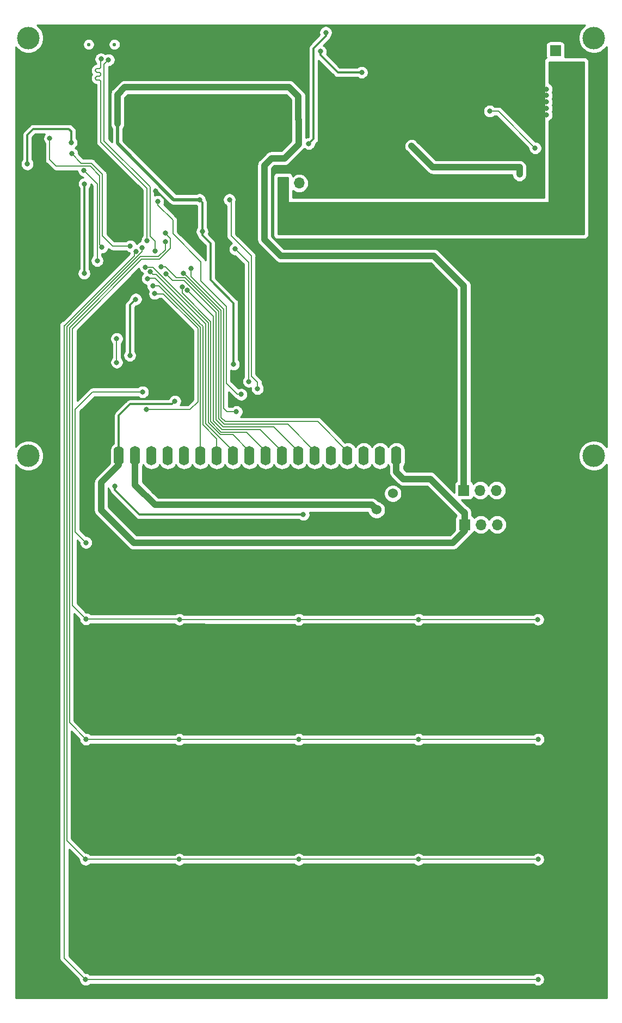
<source format=gbr>
G04 #@! TF.GenerationSoftware,KiCad,Pcbnew,5.0.2+dfsg1-1~bpo9+1*
G04 #@! TF.CreationDate,2019-07-30T16:59:57+07:00*
G04 #@! TF.ProjectId,edukate,6564756b-6174-4652-9e6b-696361645f70,rev?*
G04 #@! TF.SameCoordinates,Original*
G04 #@! TF.FileFunction,Copper,L2,Bot*
G04 #@! TF.FilePolarity,Positive*
%FSLAX46Y46*%
G04 Gerber Fmt 4.6, Leading zero omitted, Abs format (unit mm)*
G04 Created by KiCad (PCBNEW 5.0.2+dfsg1-1~bpo9+1) date Tue 30 Jul 2019 04:59:57 PM +07*
%MOMM*%
%LPD*%
G01*
G04 APERTURE LIST*
G04 #@! TA.AperFunction,ComponentPad*
%ADD10R,1.600000X3.000000*%
G04 #@! TD*
G04 #@! TA.AperFunction,ComponentPad*
%ADD11O,1.600000X3.000000*%
G04 #@! TD*
G04 #@! TA.AperFunction,ComponentPad*
%ADD12C,3.500000*%
G04 #@! TD*
G04 #@! TA.AperFunction,ComponentPad*
%ADD13C,0.550000*%
G04 #@! TD*
G04 #@! TA.AperFunction,ComponentPad*
%ADD14O,1.700000X1.700000*%
G04 #@! TD*
G04 #@! TA.AperFunction,ComponentPad*
%ADD15R,1.700000X1.700000*%
G04 #@! TD*
G04 #@! TA.AperFunction,ComponentPad*
%ADD16C,1.524000*%
G04 #@! TD*
G04 #@! TA.AperFunction,ViaPad*
%ADD17C,4.000000*%
G04 #@! TD*
G04 #@! TA.AperFunction,ViaPad*
%ADD18C,0.800000*%
G04 #@! TD*
G04 #@! TA.AperFunction,Conductor*
%ADD19C,0.200000*%
G04 #@! TD*
G04 #@! TA.AperFunction,Conductor*
%ADD20C,0.300000*%
G04 #@! TD*
G04 #@! TA.AperFunction,Conductor*
%ADD21C,1.000000*%
G04 #@! TD*
G04 #@! TA.AperFunction,Conductor*
%ADD22C,0.500000*%
G04 #@! TD*
G04 #@! TA.AperFunction,Conductor*
%ADD23C,0.254000*%
G04 #@! TD*
G04 APERTURE END LIST*
D10*
G04 #@! TO.P,J1,1*
G04 #@! TO.N,Earth*
X123560000Y-93600000D03*
D11*
G04 #@! TO.P,J1,2*
G04 #@! TO.N,+5V*
X121020000Y-93600000D03*
G04 #@! TO.P,J1,3*
G04 #@! TO.N,/LCD_V0*
X118480000Y-93600000D03*
G04 #@! TO.P,J1,4*
G04 #@! TO.N,/LCD_RS*
X115940000Y-93600000D03*
G04 #@! TO.P,J1,5*
G04 #@! TO.N,/FSMC_NWE*
X113400000Y-93600000D03*
G04 #@! TO.P,J1,6*
G04 #@! TO.N,/LCD_EN*
X110860000Y-93600000D03*
G04 #@! TO.P,J1,7*
G04 #@! TO.N,/LCD_DB0*
X108320000Y-93600000D03*
G04 #@! TO.P,J1,8*
G04 #@! TO.N,/LCD_DB1*
X105780000Y-93600000D03*
G04 #@! TO.P,J1,9*
G04 #@! TO.N,/LCD_DB2*
X103240000Y-93600000D03*
G04 #@! TO.P,J1,10*
G04 #@! TO.N,/LCD_DB3*
X100700000Y-93600000D03*
G04 #@! TO.P,J1,11*
G04 #@! TO.N,/LCD_DB4*
X98160000Y-93600000D03*
G04 #@! TO.P,J1,12*
G04 #@! TO.N,/LCD_DB5*
X95620000Y-93600000D03*
G04 #@! TO.P,J1,13*
G04 #@! TO.N,/LCD_DB6*
X93080000Y-93600000D03*
G04 #@! TO.P,J1,14*
G04 #@! TO.N,/LCD_DB7*
X90540000Y-93600000D03*
G04 #@! TO.P,J1,15*
G04 #@! TO.N,/LCD_PSB*
X88000000Y-93600000D03*
G04 #@! TO.P,J1,16*
G04 #@! TO.N,Net-(J1-Pad16)*
X85460000Y-93600000D03*
G04 #@! TO.P,J1,17*
G04 #@! TO.N,/LCD_RST*
X82920000Y-93600000D03*
G04 #@! TO.P,J1,18*
G04 #@! TO.N,/LCD_VOUT*
X80380000Y-93600000D03*
G04 #@! TO.P,J1,19*
G04 #@! TO.N,+5V*
X77840000Y-93600000D03*
G04 #@! TO.P,J1,20*
G04 #@! TO.N,Earth*
X75300000Y-93600000D03*
D12*
G04 #@! TO.P,J1,*
G04 #@! TO.N,*
X151740000Y-93600000D03*
X63740000Y-93600000D03*
X63740000Y-28600000D03*
X151740000Y-28600000D03*
G04 #@! TD*
D13*
G04 #@! TO.P,J2,*
G04 #@! TO.N,*
X77140000Y-29620000D03*
X73140000Y-29620000D03*
G04 #@! TD*
D14*
G04 #@! TO.P,JLINK,4*
G04 #@! TO.N,Earth*
X139130000Y-98970000D03*
G04 #@! TO.P,JLINK,3*
G04 #@! TO.N,/SWDCLK*
X136590000Y-98970000D03*
G04 #@! TO.P,JLINK,2*
G04 #@! TO.N,/SWDIO*
X134050000Y-98970000D03*
D15*
G04 #@! TO.P,JLINK,1*
G04 #@! TO.N,+3V3*
X131510000Y-98970000D03*
G04 #@! TD*
D16*
G04 #@! TO.P,RV1,1*
G04 #@! TO.N,Earth*
X123010000Y-102000000D03*
G04 #@! TO.P,RV1,2*
G04 #@! TO.N,/LCD_V0*
X120470000Y-99460000D03*
G04 #@! TO.P,RV1,3*
G04 #@! TO.N,/LCD_VOUT*
X117930000Y-102000000D03*
G04 #@! TD*
D15*
G04 #@! TO.P,UART,1*
G04 #@! TO.N,+5V*
X131610000Y-104290000D03*
D14*
G04 #@! TO.P,UART,2*
G04 #@! TO.N,/UART1_TX(PA9)*
X134150000Y-104290000D03*
G04 #@! TO.P,UART,3*
G04 #@! TO.N,/UART1_RX(PA10)*
X136690000Y-104290000D03*
G04 #@! TO.P,UART,4*
G04 #@! TO.N,Earth*
X139230000Y-104290000D03*
G04 #@! TD*
G04 #@! TO.P,BATT,2*
G04 #@! TO.N,-BATT*
X105890000Y-51200000D03*
D15*
G04 #@! TO.P,BATT,1*
G04 #@! TO.N,+BATT*
X103350000Y-51200000D03*
G04 #@! TD*
G04 #@! TO.P,BTN_POWER,1*
G04 #@! TO.N,+VSW*
X145770000Y-30580000D03*
D14*
G04 #@! TO.P,BTN_POWER,2*
G04 #@! TO.N,+BATT*
X145770000Y-33120000D03*
G04 #@! TD*
D17*
G04 #@! TO.N,Earth*
X63730000Y-174640000D03*
X151730000Y-174640000D03*
D18*
G04 #@! TO.N,/BOOT0*
X77220000Y-98340000D03*
X98040000Y-82030000D03*
X95910000Y-61430000D03*
X106540000Y-102730000D03*
G04 #@! TO.N,+3V3*
X63590000Y-48220000D03*
X70430000Y-44870000D03*
X72470000Y-51300000D03*
X72440000Y-65230000D03*
X90390000Y-53760000D03*
X90810000Y-58710000D03*
X95670000Y-79360000D03*
X77630000Y-41970000D03*
X79540000Y-77980000D03*
X80460000Y-69240000D03*
X105780000Y-41280000D03*
X105810000Y-42940000D03*
X105810000Y-44540000D03*
X110030000Y-27760000D03*
X107390000Y-45060000D03*
G04 #@! TO.N,+5V*
X109190000Y-30710000D03*
X115620000Y-33970000D03*
X140170000Y-48720000D03*
X123390000Y-45440000D03*
X86560000Y-85090000D03*
X140170000Y-49830000D03*
X123990000Y-46040000D03*
G04 #@! TO.N,/LCD_RST*
X83880000Y-54040000D03*
X96860000Y-84050000D03*
G04 #@! TO.N,Earth*
X87720342Y-58789664D03*
X85730000Y-51250000D03*
X89930000Y-51330000D03*
X127220000Y-40410000D03*
X63940000Y-33400000D03*
X64940000Y-33400000D03*
X65940000Y-33400000D03*
X66940000Y-33400000D03*
X67940000Y-33400000D03*
X63940000Y-34400000D03*
X64940000Y-34400000D03*
X65940000Y-34400000D03*
X66940000Y-34400000D03*
X67940000Y-34400000D03*
X63940000Y-35400000D03*
X64940000Y-35400000D03*
X65940000Y-35400000D03*
X66940000Y-35400000D03*
X67940000Y-35400000D03*
X63940000Y-36400000D03*
X64940000Y-36400000D03*
X65940000Y-36400000D03*
X66940000Y-36400000D03*
X67940000Y-36400000D03*
X63940000Y-37400000D03*
X64940000Y-37400000D03*
X65940000Y-37400000D03*
X66940000Y-37400000D03*
X67940000Y-37400000D03*
X91240000Y-38780000D03*
X93240000Y-42780000D03*
X94240000Y-42780000D03*
X95240000Y-42780000D03*
X94240000Y-38780000D03*
X95240000Y-38780000D03*
X91240000Y-39780000D03*
X94240000Y-39780000D03*
X95240000Y-39780000D03*
X94240000Y-40780000D03*
X95240000Y-40780000D03*
X91240000Y-41780000D03*
X92240000Y-41780000D03*
X93240000Y-41780000D03*
X94240000Y-41780000D03*
X95240000Y-41780000D03*
X92240000Y-38780000D03*
X93240000Y-38780000D03*
X91240000Y-42780000D03*
X92240000Y-42780000D03*
X92240000Y-40780000D03*
X93240000Y-40780000D03*
X91240000Y-40780000D03*
X92240000Y-39780000D03*
X93240000Y-39780000D03*
X104950000Y-28140000D03*
X103950000Y-29140000D03*
X104950000Y-30140000D03*
X103950000Y-27140000D03*
X104950000Y-29140000D03*
X103950000Y-28140000D03*
X102950000Y-29140000D03*
X104950000Y-27140000D03*
X103950000Y-30140000D03*
X102950000Y-28140000D03*
X102950000Y-31140000D03*
X102950000Y-30140000D03*
X104950000Y-31140000D03*
X103950000Y-31140000D03*
X102950000Y-27140000D03*
X67770000Y-58950000D03*
X64770000Y-57950000D03*
X63770000Y-60950000D03*
X65770000Y-60950000D03*
X64770000Y-59950000D03*
X63770000Y-57950000D03*
X67770000Y-59950000D03*
X65770000Y-57950000D03*
X67770000Y-56950000D03*
X63770000Y-59950000D03*
X65770000Y-56950000D03*
X66770000Y-58950000D03*
X66770000Y-60950000D03*
X67770000Y-60950000D03*
X65770000Y-58950000D03*
X64770000Y-56950000D03*
X63770000Y-56950000D03*
X64770000Y-60950000D03*
X66770000Y-57950000D03*
X66770000Y-56950000D03*
X65770000Y-59950000D03*
X67770000Y-57950000D03*
X64770000Y-58950000D03*
X63770000Y-58950000D03*
X66770000Y-59950000D03*
X102640000Y-67060000D03*
X104640000Y-71060000D03*
X105640000Y-71060000D03*
X106640000Y-71060000D03*
X105640000Y-67060000D03*
X106640000Y-67060000D03*
X102640000Y-68060000D03*
X105640000Y-68060000D03*
X106640000Y-68060000D03*
X105640000Y-69060000D03*
X106640000Y-69060000D03*
X102640000Y-70060000D03*
X103640000Y-70060000D03*
X104640000Y-70060000D03*
X105640000Y-70060000D03*
X106640000Y-70060000D03*
X103640000Y-67060000D03*
X104640000Y-67060000D03*
X102640000Y-71060000D03*
X103640000Y-71060000D03*
X103640000Y-69060000D03*
X104640000Y-69060000D03*
X102640000Y-69060000D03*
X103640000Y-68060000D03*
X104640000Y-68060000D03*
X135610000Y-85740000D03*
X136610000Y-85740000D03*
X136610000Y-86740000D03*
X138610000Y-85740000D03*
X138610000Y-88740000D03*
X134610000Y-86740000D03*
X134610000Y-89740000D03*
X134610000Y-87740000D03*
X135610000Y-86740000D03*
X136610000Y-87740000D03*
X137610000Y-89740000D03*
X136610000Y-88740000D03*
X135610000Y-89740000D03*
X138610000Y-89740000D03*
X137610000Y-88740000D03*
X138610000Y-86740000D03*
X137610000Y-86740000D03*
X136610000Y-89740000D03*
X135610000Y-88740000D03*
X137610000Y-85740000D03*
X137610000Y-87740000D03*
X135610000Y-87740000D03*
X138610000Y-87740000D03*
X134610000Y-88740000D03*
X134610000Y-85740000D03*
X84130000Y-80150000D03*
X81130000Y-80150000D03*
X85130000Y-80150000D03*
X82130000Y-80150000D03*
X83130000Y-80150000D03*
X127290000Y-45900000D03*
X128290000Y-45900000D03*
X129290000Y-45900000D03*
X131850000Y-36340000D03*
X132850000Y-36340000D03*
X133850000Y-36340000D03*
X144360000Y-39570000D03*
X144360000Y-38570000D03*
X144360000Y-36570000D03*
X144360000Y-37570000D03*
X144360000Y-40570000D03*
X152120000Y-41790000D03*
X152120000Y-42790000D03*
X152120000Y-43790000D03*
X152120000Y-44790000D03*
X152120000Y-45790000D03*
X152120000Y-50890000D03*
X152120000Y-48890000D03*
X152120000Y-47890000D03*
X152120000Y-49890000D03*
X152120000Y-46890000D03*
X105950000Y-30140000D03*
X106950000Y-28140000D03*
X105950000Y-27140000D03*
X105950000Y-28140000D03*
X106950000Y-31140000D03*
X105950000Y-31140000D03*
X105950000Y-29140000D03*
X106950000Y-27140000D03*
X106950000Y-30140000D03*
X106950000Y-29140000D03*
X131470000Y-61190000D03*
X132470000Y-61190000D03*
X134470000Y-61190000D03*
X133470000Y-61190000D03*
X130470000Y-61190000D03*
X89610000Y-105060000D03*
X74540000Y-65240000D03*
X85030000Y-84350000D03*
X72300000Y-81260000D03*
X73300000Y-81260000D03*
X75300000Y-81260000D03*
X74300000Y-81260000D03*
X76300000Y-81260000D03*
X83520000Y-52410000D03*
X88950000Y-77100000D03*
G04 #@! TO.N,/LCD_RS*
X83410000Y-68360000D03*
X82120000Y-86390000D03*
G04 #@! TO.N,/FSMC_NWE*
X87890000Y-65220000D03*
G04 #@! TO.N,/LCD_DB0*
X84413961Y-64216682D03*
G04 #@! TO.N,/LCD_DB1*
X85191760Y-65339497D03*
G04 #@! TO.N,/LCD_DB2*
X88489485Y-67873122D03*
G04 #@! TO.N,/LCD_DB3*
X87670000Y-67300000D03*
G04 #@! TO.N,/LCD_DB4*
X81980000Y-64270000D03*
G04 #@! TO.N,/LCD_DB5*
X82716732Y-64970010D03*
G04 #@! TO.N,/LCD_DB6*
X82280000Y-66020000D03*
G04 #@! TO.N,/LCD_DB7*
X83130000Y-67120000D03*
G04 #@! TO.N,/USB_DP(PA12)*
X82230010Y-60139990D03*
X75050000Y-31880000D03*
G04 #@! TO.N,/USB_DM(PA11)*
X83460000Y-61780000D03*
X76230000Y-32010000D03*
G04 #@! TO.N,/FLASH_CS*
X72420000Y-49240000D03*
X74470000Y-63259990D03*
G04 #@! TO.N,/FSMC_NE1*
X96120000Y-86720000D03*
X89050000Y-64490000D03*
G04 #@! TO.N,/BOOT1*
X77490000Y-79070000D03*
X77490000Y-75370000D03*
G04 #@! TO.N,/SW_MNU*
X99400000Y-83160000D03*
X95030000Y-53760000D03*
X81540000Y-83670000D03*
X72720000Y-107090000D03*
G04 #@! TO.N,/KP_R1*
X72730000Y-118970000D03*
X87250000Y-119040000D03*
X105840000Y-119060000D03*
X143030000Y-119040000D03*
X124440000Y-119050000D03*
X85040000Y-58960000D03*
G04 #@! TO.N,/KP_R2*
X72740000Y-137680000D03*
X143060000Y-137680000D03*
X124440000Y-137710000D03*
X105830000Y-137690000D03*
X87240000Y-137690000D03*
X85114526Y-60280000D03*
G04 #@! TO.N,/KP_R3*
X72660000Y-156340000D03*
X143050000Y-156340000D03*
X124440000Y-156350000D03*
X105830000Y-156350000D03*
X87240000Y-156340000D03*
X81480000Y-61230000D03*
G04 #@! TO.N,/KP_R4*
X143050000Y-175020000D03*
X72670000Y-175029998D03*
X80500000Y-61790000D03*
G04 #@! TO.N,/SPI1_MISO*
X70520000Y-46610000D03*
X79610000Y-60970000D03*
G04 #@! TO.N,/SPI1_MOSI*
X75190000Y-61160000D03*
X67080000Y-44230000D03*
G04 #@! TO.N,Net-(U5-Pad1)*
X142610000Y-45740000D03*
X135530000Y-40000000D03*
G04 #@! TD*
D19*
G04 #@! TO.N,/BOOT0*
X98040000Y-82030000D02*
X98040000Y-63510000D01*
X95960000Y-61430000D02*
X95910000Y-61430000D01*
X98040000Y-63510000D02*
X95960000Y-61430000D01*
D20*
X77220000Y-98905685D02*
X81044315Y-102730000D01*
X77220000Y-98340000D02*
X77220000Y-98905685D01*
X81044315Y-102730000D02*
X106540000Y-102730000D01*
G04 #@! TO.N,+3V3*
X63590000Y-48220000D02*
X63590000Y-43710000D01*
X63590000Y-43710000D02*
X64370000Y-42930000D01*
X64370000Y-42930000D02*
X64540000Y-42760000D01*
X64540000Y-42760000D02*
X70050000Y-42760000D01*
X70050000Y-42760000D02*
X70430000Y-43140000D01*
X70430000Y-43140000D02*
X70430000Y-44870000D01*
X72470000Y-51300000D02*
X72470000Y-65200000D01*
X72470000Y-65200000D02*
X72440000Y-65230000D01*
X90810000Y-54180000D02*
X90810000Y-58710000D01*
X90390000Y-53760000D02*
X90810000Y-54180000D01*
X90810000Y-59275685D02*
X92090000Y-60555685D01*
X90810000Y-58710000D02*
X90810000Y-59275685D01*
X92090000Y-66260000D02*
X95670000Y-69840000D01*
X92090000Y-60555685D02*
X92090000Y-66260000D01*
X95670000Y-79360000D02*
X95670000Y-69840000D01*
X79540000Y-77980000D02*
X79540000Y-70160000D01*
X79540000Y-70160000D02*
X80460000Y-69240000D01*
D21*
X77630000Y-41970000D02*
X77630000Y-37420000D01*
X77630000Y-37420000D02*
X78770000Y-36280000D01*
X78770000Y-36280000D02*
X104340000Y-36280000D01*
X104340000Y-36280000D02*
X105780000Y-37720000D01*
X105780000Y-37720000D02*
X105780000Y-41280000D01*
X105810000Y-41310000D02*
X105780000Y-41280000D01*
X105810000Y-42940000D02*
X105810000Y-41310000D01*
X105810000Y-42940000D02*
X105810000Y-44540000D01*
X101570000Y-47330000D02*
X103585685Y-47330000D01*
X103050000Y-62510000D02*
X100470000Y-59930000D01*
X105810000Y-45105685D02*
X105810000Y-44540000D01*
X100470000Y-48430000D02*
X101570000Y-47330000D01*
X100470000Y-59930000D02*
X100470000Y-48430000D01*
X103585685Y-47330000D02*
X105810000Y-45105685D01*
X103050000Y-62510000D02*
X126860000Y-62510000D01*
X131510000Y-67160000D02*
X131510000Y-98970000D01*
X126860000Y-62510000D02*
X131510000Y-67160000D01*
D20*
X110030000Y-28325685D02*
X108120000Y-30235685D01*
X110030000Y-27760000D02*
X110030000Y-28325685D01*
X108120000Y-30235685D02*
X108120000Y-44330000D01*
X108120000Y-44330000D02*
X107390000Y-45060000D01*
D22*
X86370000Y-53760000D02*
X77630000Y-45020000D01*
X77630000Y-45020000D02*
X77630000Y-41970000D01*
X90390000Y-53760000D02*
X86370000Y-53760000D01*
D20*
G04 #@! TO.N,+5V*
X109190000Y-31275685D02*
X111884315Y-33970000D01*
X109190000Y-30710000D02*
X109190000Y-31275685D01*
X111884315Y-33970000D02*
X115620000Y-33970000D01*
X77840000Y-87340000D02*
X77840000Y-93600000D01*
X79620000Y-85560000D02*
X77840000Y-87340000D01*
X86090000Y-85560000D02*
X79620000Y-85560000D01*
X86560000Y-85090000D02*
X86090000Y-85560000D01*
D21*
X121020000Y-96100000D02*
X121020000Y-93600000D01*
X131610000Y-102440000D02*
X131490000Y-102320000D01*
X131610000Y-104290000D02*
X131610000Y-102440000D01*
X131490000Y-102320000D02*
X131430000Y-102320000D01*
X131430000Y-102320000D02*
X126290000Y-97180000D01*
X122100000Y-97180000D02*
X121020000Y-96100000D01*
X126290000Y-97180000D02*
X122100000Y-97180000D01*
X131610000Y-105280000D02*
X131610000Y-104290000D01*
X80130000Y-107090000D02*
X129800000Y-107090000D01*
X77840000Y-95000000D02*
X75080000Y-97760000D01*
X75080000Y-97760000D02*
X75080000Y-102040000D01*
X129800000Y-107090000D02*
X131610000Y-105280000D01*
X77840000Y-93600000D02*
X77840000Y-95000000D01*
X75080000Y-102040000D02*
X80130000Y-107090000D01*
X126670000Y-48720000D02*
X123390000Y-45440000D01*
X140170000Y-48720000D02*
X126670000Y-48720000D01*
X140170000Y-49830000D02*
X140170000Y-48720000D01*
D19*
G04 #@! TO.N,/LCD_RST*
X96230000Y-83980000D02*
X96790000Y-83980000D01*
X90610000Y-66420000D02*
X94540106Y-70350106D01*
X94540106Y-82290106D02*
X96230000Y-83980000D01*
X94540106Y-70350106D02*
X94540106Y-82290106D01*
X90610000Y-63430000D02*
X90610000Y-66420000D01*
X96790000Y-83980000D02*
X96860000Y-84050000D01*
X83880000Y-54605685D02*
X86230000Y-56955685D01*
X86230000Y-56955685D02*
X86230000Y-59050000D01*
X83880000Y-54040000D02*
X83880000Y-54605685D01*
X86230000Y-59050000D02*
X90610000Y-63430000D01*
G04 #@! TO.N,/LCD_RS*
X83450000Y-68400000D02*
X83410000Y-68360000D01*
X84720000Y-68400000D02*
X83450000Y-68400000D01*
X90120000Y-73800000D02*
X84720000Y-68400000D01*
X90120000Y-73800000D02*
X90120000Y-76290000D01*
X90120000Y-76140000D02*
X90120000Y-76290000D01*
X90120000Y-82610000D02*
X90120000Y-81990000D01*
X90120000Y-81990000D02*
X90120000Y-82140000D01*
X90120000Y-79690000D02*
X90120000Y-85170000D01*
X90120000Y-76290000D02*
X90120000Y-79690000D01*
X90120000Y-79690000D02*
X90120000Y-81990000D01*
X90120000Y-85170000D02*
X88870000Y-86420000D01*
X82150000Y-86420000D02*
X82120000Y-86390000D01*
X88870000Y-86420000D02*
X82150000Y-86420000D01*
G04 #@! TO.N,/FSMC_NWE*
X93740086Y-87620186D02*
X93740086Y-70964401D01*
X93740086Y-70964401D02*
X87995685Y-65220000D01*
X87995685Y-65220000D02*
X87890000Y-65220000D01*
X108760000Y-88260000D02*
X94379900Y-88260000D01*
X113400000Y-92900000D02*
X108760000Y-88260000D01*
X94379900Y-88260000D02*
X93740086Y-87620186D01*
X113400000Y-93600000D02*
X113400000Y-92900000D01*
G04 #@! TO.N,/LCD_DB0*
X93340075Y-87785875D02*
X94224200Y-88670000D01*
X104090000Y-88670000D02*
X108320000Y-92900000D01*
X86785701Y-65920001D02*
X88100001Y-65920001D01*
X108320000Y-92900000D02*
X108320000Y-93600000D01*
X93340075Y-71160075D02*
X93340075Y-87785875D01*
X85082382Y-64216682D02*
X86785701Y-65920001D01*
X84413961Y-64216682D02*
X85082382Y-64216682D01*
X94224200Y-88670000D02*
X104090000Y-88670000D01*
X88100001Y-65920001D02*
X93340075Y-71160075D01*
G04 #@! TO.N,/LCD_DB1*
X87934312Y-66320012D02*
X92940064Y-71325764D01*
X86172275Y-66320012D02*
X87934312Y-66320012D01*
X85191760Y-65339497D02*
X86172275Y-66320012D01*
X92940064Y-87951564D02*
X94068500Y-89080000D01*
X105780000Y-92900000D02*
X105780000Y-93600000D01*
X92940064Y-71325764D02*
X92940064Y-87951564D01*
X101960000Y-89080000D02*
X105780000Y-92900000D01*
X94068500Y-89080000D02*
X101960000Y-89080000D01*
G04 #@! TO.N,/LCD_DB2*
X88889484Y-68273121D02*
X88489485Y-67873122D01*
X103240000Y-93600000D02*
X103240000Y-92900000D01*
X93902800Y-89480000D02*
X92540053Y-88117253D01*
X92540053Y-88117253D02*
X92540053Y-71923690D01*
X99820000Y-89480000D02*
X93902800Y-89480000D01*
X103240000Y-92900000D02*
X99820000Y-89480000D01*
X92540053Y-71923690D02*
X88889484Y-68273121D01*
G04 #@! TO.N,/LCD_DB3*
X92140042Y-88282942D02*
X92140042Y-72715557D01*
X87670000Y-67865685D02*
X87670000Y-67300000D01*
X93757068Y-89899968D02*
X92140042Y-88282942D01*
X100700000Y-92900000D02*
X97699968Y-89899968D01*
X97699968Y-89899968D02*
X93757068Y-89899968D01*
X100700000Y-93600000D02*
X100700000Y-92900000D01*
X87670000Y-68245515D02*
X87670000Y-67865685D01*
X92140042Y-72715557D02*
X87670000Y-68245515D01*
G04 #@! TO.N,/LCD_DB4*
X91740031Y-88448631D02*
X93591378Y-90299978D01*
X93591378Y-90299978D02*
X95559979Y-90299979D01*
X83128785Y-64270000D02*
X91740031Y-72881246D01*
X98160000Y-92900000D02*
X98160000Y-93600000D01*
X91740031Y-72881246D02*
X91740031Y-88448631D01*
X95559979Y-90299979D02*
X98160000Y-92900000D01*
X81980000Y-64270000D02*
X83128785Y-64270000D01*
G04 #@! TO.N,/LCD_DB5*
X95620000Y-93600000D02*
X95620000Y-92900000D01*
X83116731Y-65370009D02*
X82716732Y-64970010D01*
X95620000Y-92900000D02*
X94620000Y-91900000D01*
X91340020Y-88614320D02*
X91340020Y-73046935D01*
X94620000Y-91900000D02*
X94620000Y-91894300D01*
X83663094Y-65370009D02*
X83116731Y-65370009D01*
X91340020Y-73046935D02*
X83663094Y-65370009D01*
X93380000Y-90654300D02*
X93380002Y-90654300D01*
X94620000Y-91894300D02*
X93380000Y-90654300D01*
X93380000Y-90654300D02*
X91340020Y-88614320D01*
G04 #@! TO.N,/LCD_DB6*
X90940010Y-88780010D02*
X93080000Y-90920000D01*
X90370000Y-72884302D02*
X90940010Y-73454311D01*
X90370000Y-72853998D02*
X90370000Y-72884302D01*
X83506002Y-65990000D02*
X90370000Y-72853998D01*
X82280000Y-66020000D02*
X82310000Y-65990000D01*
X82310000Y-65990000D02*
X83506002Y-65990000D01*
X93080000Y-90920000D02*
X93080000Y-93600000D01*
X90940010Y-73454311D02*
X90940010Y-88780010D01*
G04 #@! TO.N,/LCD_DB7*
X90540000Y-73620000D02*
X90540000Y-93600000D01*
X83130000Y-67120000D02*
X84040000Y-67120000D01*
X84040000Y-67120000D02*
X90540000Y-73620000D01*
D21*
G04 #@! TO.N,/LCD_VOUT*
X117168001Y-101238001D02*
X83478001Y-101238001D01*
X117930000Y-102000000D02*
X117168001Y-101238001D01*
X80380000Y-98140000D02*
X80380000Y-93600000D01*
X83478001Y-101238001D02*
X80380000Y-98140000D01*
D19*
G04 #@! TO.N,/USB_DP(PA12)*
X82230010Y-51970010D02*
X82230010Y-60139990D01*
X75030000Y-44770000D02*
X82230010Y-51970010D01*
X75030000Y-35450000D02*
X75030000Y-44770000D01*
X75000290Y-35319834D02*
X75022478Y-35383243D01*
X74917046Y-35215450D02*
X74964549Y-35262953D01*
X74796756Y-35157521D02*
X74860165Y-35179709D01*
X74730000Y-35150000D02*
X74796756Y-35157521D01*
X74485538Y-35150000D02*
X74730000Y-35150000D01*
X74418781Y-35142478D02*
X74485538Y-35150000D01*
X74355372Y-35120290D02*
X74418781Y-35142478D01*
X74298491Y-35084549D02*
X74355372Y-35120290D01*
X74250988Y-35037046D02*
X74298491Y-35084549D01*
X74215247Y-34980165D02*
X74250988Y-35037046D01*
X74193059Y-34916756D02*
X74215247Y-34980165D01*
X74185538Y-34850000D02*
X74193059Y-34916756D01*
X74193059Y-34783243D02*
X74185538Y-34850000D01*
X74250988Y-33837046D02*
X74298491Y-33884549D01*
X74860165Y-35179709D02*
X74917046Y-35215450D01*
X74355372Y-33920290D02*
X74418781Y-33942478D01*
X74917046Y-34015450D02*
X74964549Y-34062953D01*
X74298491Y-33884549D02*
X74355372Y-33920290D01*
X75022478Y-35383243D02*
X75030000Y-35450000D01*
X74215247Y-33780165D02*
X74250988Y-33837046D01*
X74730000Y-33950000D02*
X74796756Y-33957521D01*
X74250988Y-33462953D02*
X74215247Y-33519834D01*
X74298491Y-33415450D02*
X74250988Y-33462953D01*
X74185538Y-33650000D02*
X74193059Y-33716756D01*
X74917046Y-33284549D02*
X74860165Y-33320290D01*
X74418781Y-33357521D02*
X74355372Y-33379709D01*
X74355372Y-33379709D02*
X74298491Y-33415450D01*
X74964549Y-35262953D02*
X75000290Y-35319834D01*
X75022478Y-33116756D02*
X75000290Y-33180165D01*
X74964549Y-34062953D02*
X75000290Y-34119834D01*
X74485538Y-33350000D02*
X74418781Y-33357521D01*
X74796756Y-33957521D02*
X74860165Y-33979709D01*
X75030000Y-33050000D02*
X75022478Y-33116756D01*
X74193059Y-33716756D02*
X74215247Y-33780165D01*
X75030000Y-31900000D02*
X75030000Y-33050000D01*
X75000290Y-33180165D02*
X74964549Y-33237046D01*
X75050000Y-31880000D02*
X75030000Y-31900000D01*
X74917046Y-34484549D02*
X74860165Y-34520290D01*
X74730000Y-33350000D02*
X74485538Y-33350000D01*
X74418781Y-34557521D02*
X74355372Y-34579709D01*
X74860165Y-33320290D02*
X74796756Y-33342478D01*
X74193059Y-33583243D02*
X74185538Y-33650000D01*
X74796756Y-33342478D02*
X74730000Y-33350000D01*
X74418781Y-33942478D02*
X74485538Y-33950000D01*
X75000290Y-34119834D02*
X75022478Y-34183243D01*
X74796756Y-34542478D02*
X74730000Y-34550000D01*
X75022478Y-34183243D02*
X75030000Y-34250000D01*
X74860165Y-33979709D02*
X74917046Y-34015450D01*
X74730000Y-34550000D02*
X74485538Y-34550000D01*
X75030000Y-34250000D02*
X75022478Y-34316756D01*
X75022478Y-34316756D02*
X75000290Y-34380165D01*
X74964549Y-34437046D02*
X74917046Y-34484549D01*
X75000290Y-34380165D02*
X74964549Y-34437046D01*
X74485538Y-34550000D02*
X74418781Y-34557521D01*
X74964549Y-33237046D02*
X74917046Y-33284549D01*
X74298491Y-34615450D02*
X74250988Y-34662953D01*
X74355372Y-34579709D02*
X74298491Y-34615450D01*
X74860165Y-34520290D02*
X74796756Y-34542478D01*
X74485538Y-33950000D02*
X74730000Y-33950000D01*
X74250988Y-34662953D02*
X74215247Y-34719834D01*
X74215247Y-33519834D02*
X74193059Y-33583243D01*
X74215247Y-34719834D02*
X74193059Y-34783243D01*
G04 #@! TO.N,/USB_DM(PA11)*
X83460000Y-60259978D02*
X82680020Y-59479998D01*
X83460000Y-61780000D02*
X83460000Y-60259978D01*
X82680020Y-59479998D02*
X82680019Y-51783609D01*
X82680019Y-51783609D02*
X75520000Y-44623590D01*
X75520000Y-44623590D02*
X75520000Y-32720000D01*
X75520000Y-32720000D02*
X76230000Y-32010000D01*
G04 #@! TO.N,/FLASH_CS*
X74470000Y-62694305D02*
X74470000Y-63259990D01*
X74470000Y-51290000D02*
X74470000Y-62694305D01*
X72420000Y-49240000D02*
X74470000Y-51290000D01*
G04 #@! TO.N,/FSMC_NE1*
X96120000Y-86720000D02*
X95110000Y-86720000D01*
X89050000Y-64490000D02*
X89050000Y-65708617D01*
X94640096Y-86720000D02*
X94140096Y-86220000D01*
X96120000Y-86720000D02*
X94640096Y-86720000D01*
X94140096Y-70798712D02*
X94140096Y-86220000D01*
X89050000Y-65708617D02*
X94140096Y-70798712D01*
G04 #@! TO.N,/BOOT1*
X77490000Y-79070000D02*
X77490000Y-75370000D01*
G04 #@! TO.N,/SW_MNU*
X99400000Y-83160000D02*
X99400000Y-82149990D01*
X99400000Y-82149990D02*
X98440010Y-81190000D01*
X98440010Y-81190000D02*
X98440010Y-62540010D01*
X98440010Y-62540010D02*
X95290000Y-59390000D01*
X95290000Y-54020000D02*
X95030000Y-53760000D01*
X95290000Y-59390000D02*
X95290000Y-54020000D01*
X78650000Y-83680000D02*
X73740000Y-83680000D01*
X81540000Y-83670000D02*
X78660000Y-83670000D01*
X78660000Y-83670000D02*
X78650000Y-83680000D01*
X73740000Y-83680000D02*
X71050000Y-86370000D01*
X71050000Y-102190000D02*
X71050000Y-105420000D01*
X71050000Y-86370000D02*
X71050000Y-102190000D01*
X71050000Y-102190000D02*
X71050000Y-102350000D01*
X71050000Y-105420000D02*
X72720000Y-107090000D01*
G04 #@! TO.N,/KP_R1*
X87180000Y-118970000D02*
X87250000Y-119040000D01*
X72730000Y-118970000D02*
X87180000Y-118970000D01*
X91330000Y-119060000D02*
X105840000Y-119060000D01*
X87250000Y-119040000D02*
X143030000Y-119040000D01*
X85885712Y-59805712D02*
X85439999Y-59359999D01*
X85439999Y-59359999D02*
X85040000Y-58960000D01*
X84185689Y-63030011D02*
X85885712Y-61329988D01*
X85885712Y-61329988D02*
X85885712Y-59805712D01*
X72730000Y-118970000D02*
X70590000Y-116830000D01*
X81391389Y-63030011D02*
X84185689Y-63030011D01*
X70590000Y-116830000D02*
X70590000Y-73831400D01*
X70590000Y-73831400D02*
X81391389Y-63030011D01*
G04 #@! TO.N,/KP_R2*
X72740000Y-137680000D02*
X143060000Y-137680000D01*
X84020000Y-62630000D02*
X85114526Y-61535474D01*
X85114526Y-61535474D02*
X85114526Y-60845685D01*
X72740000Y-137680000D02*
X70140001Y-135080001D01*
X85114526Y-60845685D02*
X85114526Y-60280000D01*
X81225700Y-62630000D02*
X84020000Y-62630000D01*
X70140001Y-73715699D02*
X81225700Y-62630000D01*
X70140001Y-135080001D02*
X70140001Y-73715699D01*
G04 #@! TO.N,/KP_R3*
X72660000Y-156340000D02*
X143050000Y-156340000D01*
X72260001Y-155940001D02*
X72660000Y-156340000D01*
X81480000Y-61230000D02*
X81480000Y-61810000D01*
X81480000Y-61810000D02*
X69739990Y-73550010D01*
X69739990Y-73550010D02*
X69739990Y-153419990D01*
X69739990Y-153419990D02*
X72260001Y-155940001D01*
G04 #@! TO.N,/KP_R4*
X143050000Y-175020000D02*
X72679998Y-175020000D01*
X72679998Y-175020000D02*
X72670000Y-175029998D01*
X72670000Y-175029998D02*
X69330000Y-171689998D01*
X69330000Y-171689998D02*
X69330000Y-73760000D01*
X69330000Y-73760000D02*
X69330000Y-73260000D01*
X80230000Y-62494302D02*
X80230000Y-62060000D01*
X69330001Y-73394301D02*
X80230000Y-62494302D01*
X80230000Y-62060000D02*
X80500000Y-61790000D01*
X69330000Y-73760000D02*
X69330001Y-73394301D01*
G04 #@! TO.N,/SPI1_MISO*
X72000000Y-48090000D02*
X70520000Y-46610000D01*
X79610000Y-60970000D02*
X76850000Y-60970000D01*
X73540000Y-48090000D02*
X72000000Y-48090000D01*
X76850000Y-60970000D02*
X75290000Y-59410000D01*
X75290000Y-59410000D02*
X75290000Y-49840000D01*
X75290000Y-49840000D02*
X73540000Y-48090000D01*
G04 #@! TO.N,/SPI1_MOSI*
X67080000Y-45780000D02*
X67080000Y-44230000D01*
X67080000Y-47560000D02*
X67080000Y-45780000D01*
X68059999Y-48539999D02*
X67080000Y-47560000D01*
X73365698Y-48539999D02*
X68059999Y-48539999D01*
X75190000Y-61160000D02*
X75190000Y-61050000D01*
X74870010Y-60730010D02*
X74870010Y-50044311D01*
X75190000Y-61050000D02*
X74870010Y-60730010D01*
X74870010Y-50044311D02*
X73365698Y-48539999D01*
G04 #@! TO.N,Net-(U5-Pad1)*
X142610000Y-45740000D02*
X136870000Y-40000000D01*
X136870000Y-40000000D02*
X136095685Y-40000000D01*
X136095685Y-40000000D02*
X135530000Y-40000000D01*
G04 #@! TD*
D23*
G04 #@! TO.N,+BATT*
G36*
X150157977Y-32339349D02*
X150153023Y-59137987D01*
X102607000Y-59133013D01*
X102607000Y-50277000D01*
X104133000Y-50277000D01*
X104133000Y-54110000D01*
X104135440Y-54134776D01*
X104142667Y-54158601D01*
X104154403Y-54180557D01*
X104170197Y-54199803D01*
X104189443Y-54215597D01*
X104211399Y-54227333D01*
X104235224Y-54234560D01*
X104260000Y-54237000D01*
X144630000Y-54236919D01*
X144654777Y-54234479D01*
X144678601Y-54227252D01*
X144700558Y-54215515D01*
X144719803Y-54199721D01*
X144735597Y-54180476D01*
X144747333Y-54158520D01*
X144754560Y-54134695D01*
X144757000Y-54109948D01*
X144759873Y-41524643D01*
X144850256Y-41487205D01*
X145019774Y-41373937D01*
X145163937Y-41229774D01*
X145277205Y-41060256D01*
X145355226Y-40871898D01*
X145395000Y-40671939D01*
X145395000Y-40468061D01*
X145355226Y-40268102D01*
X145277205Y-40079744D01*
X145270694Y-40070000D01*
X145277205Y-40060256D01*
X145355226Y-39871898D01*
X145395000Y-39671939D01*
X145395000Y-39468061D01*
X145355226Y-39268102D01*
X145277205Y-39079744D01*
X145270694Y-39070000D01*
X145277205Y-39060256D01*
X145355226Y-38871898D01*
X145395000Y-38671939D01*
X145395000Y-38468061D01*
X145355226Y-38268102D01*
X145277205Y-38079744D01*
X145270694Y-38070000D01*
X145277205Y-38060256D01*
X145355226Y-37871898D01*
X145395000Y-37671939D01*
X145395000Y-37468061D01*
X145355226Y-37268102D01*
X145277205Y-37079744D01*
X145270694Y-37070000D01*
X145277205Y-37060256D01*
X145355226Y-36871898D01*
X145395000Y-36671939D01*
X145395000Y-36468061D01*
X145355226Y-36268102D01*
X145277205Y-36079744D01*
X145163937Y-35910226D01*
X145019774Y-35766063D01*
X144850256Y-35652795D01*
X144761222Y-35615916D01*
X144761971Y-32334652D01*
X150157977Y-32339349D01*
X150157977Y-32339349D01*
G37*
X150157977Y-32339349D02*
X150153023Y-59137987D01*
X102607000Y-59133013D01*
X102607000Y-50277000D01*
X104133000Y-50277000D01*
X104133000Y-54110000D01*
X104135440Y-54134776D01*
X104142667Y-54158601D01*
X104154403Y-54180557D01*
X104170197Y-54199803D01*
X104189443Y-54215597D01*
X104211399Y-54227333D01*
X104235224Y-54234560D01*
X104260000Y-54237000D01*
X144630000Y-54236919D01*
X144654777Y-54234479D01*
X144678601Y-54227252D01*
X144700558Y-54215515D01*
X144719803Y-54199721D01*
X144735597Y-54180476D01*
X144747333Y-54158520D01*
X144754560Y-54134695D01*
X144757000Y-54109948D01*
X144759873Y-41524643D01*
X144850256Y-41487205D01*
X145019774Y-41373937D01*
X145163937Y-41229774D01*
X145277205Y-41060256D01*
X145355226Y-40871898D01*
X145395000Y-40671939D01*
X145395000Y-40468061D01*
X145355226Y-40268102D01*
X145277205Y-40079744D01*
X145270694Y-40070000D01*
X145277205Y-40060256D01*
X145355226Y-39871898D01*
X145395000Y-39671939D01*
X145395000Y-39468061D01*
X145355226Y-39268102D01*
X145277205Y-39079744D01*
X145270694Y-39070000D01*
X145277205Y-39060256D01*
X145355226Y-38871898D01*
X145395000Y-38671939D01*
X145395000Y-38468061D01*
X145355226Y-38268102D01*
X145277205Y-38079744D01*
X145270694Y-38070000D01*
X145277205Y-38060256D01*
X145355226Y-37871898D01*
X145395000Y-37671939D01*
X145395000Y-37468061D01*
X145355226Y-37268102D01*
X145277205Y-37079744D01*
X145270694Y-37070000D01*
X145277205Y-37060256D01*
X145355226Y-36871898D01*
X145395000Y-36671939D01*
X145395000Y-36468061D01*
X145355226Y-36268102D01*
X145277205Y-36079744D01*
X145163937Y-35910226D01*
X145019774Y-35766063D01*
X144850256Y-35652795D01*
X144761222Y-35615916D01*
X144761971Y-32334652D01*
X150157977Y-32339349D01*
G04 #@! TO.N,Earth*
G36*
X150219651Y-26747450D02*
X149887450Y-27079651D01*
X149626440Y-27470279D01*
X149446654Y-27904321D01*
X149355000Y-28365098D01*
X149355000Y-28834902D01*
X149446654Y-29295679D01*
X149626440Y-29729721D01*
X149887450Y-30120349D01*
X150219651Y-30452550D01*
X150610279Y-30713560D01*
X151044321Y-30893346D01*
X151505098Y-30985000D01*
X151974902Y-30985000D01*
X152435679Y-30893346D01*
X152869721Y-30713560D01*
X153260349Y-30452550D01*
X153592550Y-30120349D01*
X153705000Y-29952056D01*
X153705000Y-92247945D01*
X153592550Y-92079651D01*
X153260349Y-91747450D01*
X152869721Y-91486440D01*
X152435679Y-91306654D01*
X151974902Y-91215000D01*
X151505098Y-91215000D01*
X151044321Y-91306654D01*
X150610279Y-91486440D01*
X150219651Y-91747450D01*
X149887450Y-92079651D01*
X149626440Y-92470279D01*
X149446654Y-92904321D01*
X149355000Y-93365098D01*
X149355000Y-93834902D01*
X149446654Y-94295679D01*
X149626440Y-94729721D01*
X149887450Y-95120349D01*
X150219651Y-95452550D01*
X150610279Y-95713560D01*
X151044321Y-95893346D01*
X151505098Y-95985000D01*
X151974902Y-95985000D01*
X152435679Y-95893346D01*
X152869721Y-95713560D01*
X153260349Y-95452550D01*
X153592550Y-95120349D01*
X153705000Y-94952055D01*
X153705001Y-177885000D01*
X61775000Y-177885000D01*
X61775000Y-94952056D01*
X61887450Y-95120349D01*
X62219651Y-95452550D01*
X62610279Y-95713560D01*
X63044321Y-95893346D01*
X63505098Y-95985000D01*
X63974902Y-95985000D01*
X64435679Y-95893346D01*
X64869721Y-95713560D01*
X65260349Y-95452550D01*
X65592550Y-95120349D01*
X65853560Y-94729721D01*
X66033346Y-94295679D01*
X66125000Y-93834902D01*
X66125000Y-93365098D01*
X66033346Y-92904321D01*
X65853560Y-92470279D01*
X65592550Y-92079651D01*
X65260349Y-91747450D01*
X64869721Y-91486440D01*
X64435679Y-91306654D01*
X63974902Y-91215000D01*
X63505098Y-91215000D01*
X63044321Y-91306654D01*
X62610279Y-91486440D01*
X62219651Y-91747450D01*
X61887450Y-92079651D01*
X61775000Y-92247944D01*
X61775000Y-48118061D01*
X62555000Y-48118061D01*
X62555000Y-48321939D01*
X62594774Y-48521898D01*
X62672795Y-48710256D01*
X62786063Y-48879774D01*
X62930226Y-49023937D01*
X63099744Y-49137205D01*
X63288102Y-49215226D01*
X63488061Y-49255000D01*
X63691939Y-49255000D01*
X63891898Y-49215226D01*
X64080256Y-49137205D01*
X64249774Y-49023937D01*
X64393937Y-48879774D01*
X64507205Y-48710256D01*
X64585226Y-48521898D01*
X64625000Y-48321939D01*
X64625000Y-48118061D01*
X64585226Y-47918102D01*
X64507205Y-47729744D01*
X64393937Y-47560226D01*
X64375000Y-47541289D01*
X64375000Y-44035157D01*
X64865157Y-43545000D01*
X66301289Y-43545000D01*
X66276063Y-43570226D01*
X66162795Y-43739744D01*
X66084774Y-43928102D01*
X66045000Y-44128061D01*
X66045000Y-44331939D01*
X66084774Y-44531898D01*
X66162795Y-44720256D01*
X66276063Y-44889774D01*
X66345001Y-44958712D01*
X66345000Y-45816104D01*
X66345001Y-45816114D01*
X66345000Y-47523895D01*
X66341444Y-47560000D01*
X66353755Y-47685000D01*
X66355635Y-47704084D01*
X66397663Y-47842632D01*
X66465913Y-47970319D01*
X66557762Y-48082237D01*
X66585808Y-48105254D01*
X67514745Y-49034192D01*
X67537761Y-49062237D01*
X67649679Y-49154086D01*
X67777366Y-49222336D01*
X67885045Y-49255000D01*
X67915914Y-49264364D01*
X68059999Y-49278555D01*
X68096104Y-49274999D01*
X71385000Y-49274999D01*
X71385000Y-49341939D01*
X71424774Y-49541898D01*
X71502795Y-49730256D01*
X71616063Y-49899774D01*
X71760226Y-50043937D01*
X71929744Y-50157205D01*
X72118102Y-50235226D01*
X72317924Y-50274973D01*
X72168102Y-50304774D01*
X71979744Y-50382795D01*
X71810226Y-50496063D01*
X71666063Y-50640226D01*
X71552795Y-50809744D01*
X71474774Y-50998102D01*
X71435000Y-51198061D01*
X71435000Y-51401939D01*
X71474774Y-51601898D01*
X71552795Y-51790256D01*
X71666063Y-51959774D01*
X71685000Y-51978711D01*
X71685001Y-64521288D01*
X71636063Y-64570226D01*
X71522795Y-64739744D01*
X71444774Y-64928102D01*
X71405000Y-65128061D01*
X71405000Y-65331939D01*
X71444774Y-65531898D01*
X71522795Y-65720256D01*
X71636063Y-65889774D01*
X71780226Y-66033937D01*
X71949744Y-66147205D01*
X72138102Y-66225226D01*
X72338061Y-66265000D01*
X72541939Y-66265000D01*
X72741898Y-66225226D01*
X72930256Y-66147205D01*
X73099774Y-66033937D01*
X73243937Y-65889774D01*
X73357205Y-65720256D01*
X73435226Y-65531898D01*
X73475000Y-65331939D01*
X73475000Y-65128061D01*
X73435226Y-64928102D01*
X73357205Y-64739744D01*
X73255000Y-64586783D01*
X73255000Y-51978711D01*
X73273937Y-51959774D01*
X73387205Y-51790256D01*
X73465226Y-51601898D01*
X73505000Y-51401939D01*
X73505000Y-51364447D01*
X73735000Y-51594447D01*
X73735001Y-62531278D01*
X73666063Y-62600216D01*
X73552795Y-62769734D01*
X73474774Y-62958092D01*
X73435000Y-63158051D01*
X73435000Y-63361929D01*
X73474774Y-63561888D01*
X73552795Y-63750246D01*
X73666063Y-63919764D01*
X73810226Y-64063927D01*
X73979744Y-64177195D01*
X74168102Y-64255216D01*
X74368061Y-64294990D01*
X74571939Y-64294990D01*
X74771898Y-64255216D01*
X74960256Y-64177195D01*
X75129774Y-64063927D01*
X75273937Y-63919764D01*
X75387205Y-63750246D01*
X75465226Y-63561888D01*
X75505000Y-63361929D01*
X75505000Y-63158051D01*
X75465226Y-62958092D01*
X75387205Y-62769734D01*
X75273937Y-62600216D01*
X75205000Y-62531279D01*
X75205000Y-62195000D01*
X75291939Y-62195000D01*
X75491898Y-62155226D01*
X75680256Y-62077205D01*
X75849774Y-61963937D01*
X75993937Y-61819774D01*
X76107205Y-61650256D01*
X76185226Y-61461898D01*
X76204675Y-61364122D01*
X76304746Y-61464193D01*
X76327762Y-61492238D01*
X76439680Y-61584087D01*
X76567367Y-61652337D01*
X76652168Y-61678061D01*
X76705914Y-61694365D01*
X76720132Y-61695765D01*
X76813895Y-61705000D01*
X76813902Y-61705000D01*
X76849999Y-61708555D01*
X76886096Y-61705000D01*
X78881289Y-61705000D01*
X78950226Y-61773937D01*
X79119744Y-61887205D01*
X79308102Y-61965226D01*
X79486642Y-62000739D01*
X79493757Y-62036513D01*
X79491444Y-62060000D01*
X79495000Y-62096105D01*
X79495000Y-62189855D01*
X69133243Y-72551613D01*
X69047368Y-72577663D01*
X68919681Y-72645913D01*
X68807763Y-72737762D01*
X68715913Y-72849680D01*
X68647663Y-72977367D01*
X68605635Y-73115915D01*
X68595000Y-73223895D01*
X68595000Y-73358206D01*
X68591445Y-73394301D01*
X68595000Y-73430396D01*
X68595000Y-73796104D01*
X68595001Y-73796114D01*
X68595000Y-171653893D01*
X68591444Y-171689998D01*
X68595000Y-171726102D01*
X68605635Y-171834082D01*
X68647663Y-171972630D01*
X68715913Y-172100317D01*
X68807762Y-172212235D01*
X68835808Y-172235252D01*
X71635000Y-175034445D01*
X71635000Y-175131937D01*
X71674774Y-175331896D01*
X71752795Y-175520254D01*
X71866063Y-175689772D01*
X72010226Y-175833935D01*
X72179744Y-175947203D01*
X72368102Y-176025224D01*
X72568061Y-176064998D01*
X72771939Y-176064998D01*
X72971898Y-176025224D01*
X73160256Y-175947203D01*
X73329774Y-175833935D01*
X73408709Y-175755000D01*
X142321289Y-175755000D01*
X142390226Y-175823937D01*
X142559744Y-175937205D01*
X142748102Y-176015226D01*
X142948061Y-176055000D01*
X143151939Y-176055000D01*
X143351898Y-176015226D01*
X143540256Y-175937205D01*
X143709774Y-175823937D01*
X143853937Y-175679774D01*
X143967205Y-175510256D01*
X144045226Y-175321898D01*
X144085000Y-175121939D01*
X144085000Y-174918061D01*
X144045226Y-174718102D01*
X143967205Y-174529744D01*
X143853937Y-174360226D01*
X143709774Y-174216063D01*
X143540256Y-174102795D01*
X143351898Y-174024774D01*
X143151939Y-173985000D01*
X142948061Y-173985000D01*
X142748102Y-174024774D01*
X142559744Y-174102795D01*
X142390226Y-174216063D01*
X142321289Y-174285000D01*
X73388713Y-174285000D01*
X73329774Y-174226061D01*
X73160256Y-174112793D01*
X72971898Y-174034772D01*
X72771939Y-173994998D01*
X72674447Y-173994998D01*
X70065000Y-171385552D01*
X70065000Y-154784446D01*
X71625000Y-156344447D01*
X71625000Y-156441939D01*
X71664774Y-156641898D01*
X71742795Y-156830256D01*
X71856063Y-156999774D01*
X72000226Y-157143937D01*
X72169744Y-157257205D01*
X72358102Y-157335226D01*
X72558061Y-157375000D01*
X72761939Y-157375000D01*
X72961898Y-157335226D01*
X73150256Y-157257205D01*
X73319774Y-157143937D01*
X73388711Y-157075000D01*
X86511289Y-157075000D01*
X86580226Y-157143937D01*
X86749744Y-157257205D01*
X86938102Y-157335226D01*
X87138061Y-157375000D01*
X87341939Y-157375000D01*
X87541898Y-157335226D01*
X87730256Y-157257205D01*
X87899774Y-157143937D01*
X87968711Y-157075000D01*
X105091289Y-157075000D01*
X105170226Y-157153937D01*
X105339744Y-157267205D01*
X105528102Y-157345226D01*
X105728061Y-157385000D01*
X105931939Y-157385000D01*
X106131898Y-157345226D01*
X106320256Y-157267205D01*
X106489774Y-157153937D01*
X106568711Y-157075000D01*
X123701289Y-157075000D01*
X123780226Y-157153937D01*
X123949744Y-157267205D01*
X124138102Y-157345226D01*
X124338061Y-157385000D01*
X124541939Y-157385000D01*
X124741898Y-157345226D01*
X124930256Y-157267205D01*
X125099774Y-157153937D01*
X125178711Y-157075000D01*
X142321289Y-157075000D01*
X142390226Y-157143937D01*
X142559744Y-157257205D01*
X142748102Y-157335226D01*
X142948061Y-157375000D01*
X143151939Y-157375000D01*
X143351898Y-157335226D01*
X143540256Y-157257205D01*
X143709774Y-157143937D01*
X143853937Y-156999774D01*
X143967205Y-156830256D01*
X144045226Y-156641898D01*
X144085000Y-156441939D01*
X144085000Y-156238061D01*
X144045226Y-156038102D01*
X143967205Y-155849744D01*
X143853937Y-155680226D01*
X143709774Y-155536063D01*
X143540256Y-155422795D01*
X143351898Y-155344774D01*
X143151939Y-155305000D01*
X142948061Y-155305000D01*
X142748102Y-155344774D01*
X142559744Y-155422795D01*
X142390226Y-155536063D01*
X142321289Y-155605000D01*
X125158711Y-155605000D01*
X125099774Y-155546063D01*
X124930256Y-155432795D01*
X124741898Y-155354774D01*
X124541939Y-155315000D01*
X124338061Y-155315000D01*
X124138102Y-155354774D01*
X123949744Y-155432795D01*
X123780226Y-155546063D01*
X123721289Y-155605000D01*
X106548711Y-155605000D01*
X106489774Y-155546063D01*
X106320256Y-155432795D01*
X106131898Y-155354774D01*
X105931939Y-155315000D01*
X105728061Y-155315000D01*
X105528102Y-155354774D01*
X105339744Y-155432795D01*
X105170226Y-155546063D01*
X105111289Y-155605000D01*
X87968711Y-155605000D01*
X87899774Y-155536063D01*
X87730256Y-155422795D01*
X87541898Y-155344774D01*
X87341939Y-155305000D01*
X87138061Y-155305000D01*
X86938102Y-155344774D01*
X86749744Y-155422795D01*
X86580226Y-155536063D01*
X86511289Y-155605000D01*
X73388711Y-155605000D01*
X73319774Y-155536063D01*
X73150256Y-155422795D01*
X72961898Y-155344774D01*
X72761939Y-155305000D01*
X72664447Y-155305000D01*
X70474990Y-153115544D01*
X70474990Y-136454436D01*
X71705000Y-137684447D01*
X71705000Y-137781939D01*
X71744774Y-137981898D01*
X71822795Y-138170256D01*
X71936063Y-138339774D01*
X72080226Y-138483937D01*
X72249744Y-138597205D01*
X72438102Y-138675226D01*
X72638061Y-138715000D01*
X72841939Y-138715000D01*
X73041898Y-138675226D01*
X73230256Y-138597205D01*
X73399774Y-138483937D01*
X73468711Y-138415000D01*
X86501289Y-138415000D01*
X86580226Y-138493937D01*
X86749744Y-138607205D01*
X86938102Y-138685226D01*
X87138061Y-138725000D01*
X87341939Y-138725000D01*
X87541898Y-138685226D01*
X87730256Y-138607205D01*
X87899774Y-138493937D01*
X87978711Y-138415000D01*
X105091289Y-138415000D01*
X105170226Y-138493937D01*
X105339744Y-138607205D01*
X105528102Y-138685226D01*
X105728061Y-138725000D01*
X105931939Y-138725000D01*
X106131898Y-138685226D01*
X106320256Y-138607205D01*
X106489774Y-138493937D01*
X106568711Y-138415000D01*
X123681289Y-138415000D01*
X123780226Y-138513937D01*
X123949744Y-138627205D01*
X124138102Y-138705226D01*
X124338061Y-138745000D01*
X124541939Y-138745000D01*
X124741898Y-138705226D01*
X124930256Y-138627205D01*
X125099774Y-138513937D01*
X125198711Y-138415000D01*
X142331289Y-138415000D01*
X142400226Y-138483937D01*
X142569744Y-138597205D01*
X142758102Y-138675226D01*
X142958061Y-138715000D01*
X143161939Y-138715000D01*
X143361898Y-138675226D01*
X143550256Y-138597205D01*
X143719774Y-138483937D01*
X143863937Y-138339774D01*
X143977205Y-138170256D01*
X144055226Y-137981898D01*
X144095000Y-137781939D01*
X144095000Y-137578061D01*
X144055226Y-137378102D01*
X143977205Y-137189744D01*
X143863937Y-137020226D01*
X143719774Y-136876063D01*
X143550256Y-136762795D01*
X143361898Y-136684774D01*
X143161939Y-136645000D01*
X142958061Y-136645000D01*
X142758102Y-136684774D01*
X142569744Y-136762795D01*
X142400226Y-136876063D01*
X142331289Y-136945000D01*
X125138711Y-136945000D01*
X125099774Y-136906063D01*
X124930256Y-136792795D01*
X124741898Y-136714774D01*
X124541939Y-136675000D01*
X124338061Y-136675000D01*
X124138102Y-136714774D01*
X123949744Y-136792795D01*
X123780226Y-136906063D01*
X123741289Y-136945000D01*
X106548711Y-136945000D01*
X106489774Y-136886063D01*
X106320256Y-136772795D01*
X106131898Y-136694774D01*
X105931939Y-136655000D01*
X105728061Y-136655000D01*
X105528102Y-136694774D01*
X105339744Y-136772795D01*
X105170226Y-136886063D01*
X105111289Y-136945000D01*
X87958711Y-136945000D01*
X87899774Y-136886063D01*
X87730256Y-136772795D01*
X87541898Y-136694774D01*
X87341939Y-136655000D01*
X87138061Y-136655000D01*
X86938102Y-136694774D01*
X86749744Y-136772795D01*
X86580226Y-136886063D01*
X86521289Y-136945000D01*
X73468711Y-136945000D01*
X73399774Y-136876063D01*
X73230256Y-136762795D01*
X73041898Y-136684774D01*
X72841939Y-136645000D01*
X72744447Y-136645000D01*
X70875001Y-134775555D01*
X70875001Y-118154447D01*
X71695000Y-118974447D01*
X71695000Y-119071939D01*
X71734774Y-119271898D01*
X71812795Y-119460256D01*
X71926063Y-119629774D01*
X72070226Y-119773937D01*
X72239744Y-119887205D01*
X72428102Y-119965226D01*
X72628061Y-120005000D01*
X72831939Y-120005000D01*
X73031898Y-119965226D01*
X73220256Y-119887205D01*
X73389774Y-119773937D01*
X73458711Y-119705000D01*
X86451289Y-119705000D01*
X86590226Y-119843937D01*
X86759744Y-119957205D01*
X86948102Y-120035226D01*
X87148061Y-120075000D01*
X87351939Y-120075000D01*
X87551898Y-120035226D01*
X87740256Y-119957205D01*
X87909774Y-119843937D01*
X87978711Y-119775000D01*
X91155043Y-119775000D01*
X91185915Y-119784365D01*
X91293895Y-119795000D01*
X105111289Y-119795000D01*
X105180226Y-119863937D01*
X105349744Y-119977205D01*
X105538102Y-120055226D01*
X105738061Y-120095000D01*
X105941939Y-120095000D01*
X106141898Y-120055226D01*
X106330256Y-119977205D01*
X106499774Y-119863937D01*
X106588711Y-119775000D01*
X123701289Y-119775000D01*
X123780226Y-119853937D01*
X123949744Y-119967205D01*
X124138102Y-120045226D01*
X124338061Y-120085000D01*
X124541939Y-120085000D01*
X124741898Y-120045226D01*
X124930256Y-119967205D01*
X125099774Y-119853937D01*
X125178711Y-119775000D01*
X142301289Y-119775000D01*
X142370226Y-119843937D01*
X142539744Y-119957205D01*
X142728102Y-120035226D01*
X142928061Y-120075000D01*
X143131939Y-120075000D01*
X143331898Y-120035226D01*
X143520256Y-119957205D01*
X143689774Y-119843937D01*
X143833937Y-119699774D01*
X143947205Y-119530256D01*
X144025226Y-119341898D01*
X144065000Y-119141939D01*
X144065000Y-118938061D01*
X144025226Y-118738102D01*
X143947205Y-118549744D01*
X143833937Y-118380226D01*
X143689774Y-118236063D01*
X143520256Y-118122795D01*
X143331898Y-118044774D01*
X143131939Y-118005000D01*
X142928061Y-118005000D01*
X142728102Y-118044774D01*
X142539744Y-118122795D01*
X142370226Y-118236063D01*
X142301289Y-118305000D01*
X125158711Y-118305000D01*
X125099774Y-118246063D01*
X124930256Y-118132795D01*
X124741898Y-118054774D01*
X124541939Y-118015000D01*
X124338061Y-118015000D01*
X124138102Y-118054774D01*
X123949744Y-118132795D01*
X123780226Y-118246063D01*
X123721289Y-118305000D01*
X106548711Y-118305000D01*
X106499774Y-118256063D01*
X106330256Y-118142795D01*
X106141898Y-118064774D01*
X105941939Y-118025000D01*
X105738061Y-118025000D01*
X105538102Y-118064774D01*
X105349744Y-118142795D01*
X105180226Y-118256063D01*
X105131289Y-118305000D01*
X87978711Y-118305000D01*
X87909774Y-118236063D01*
X87740256Y-118122795D01*
X87551898Y-118044774D01*
X87351939Y-118005000D01*
X87148061Y-118005000D01*
X86948102Y-118044774D01*
X86759744Y-118122795D01*
X86591817Y-118235000D01*
X73458711Y-118235000D01*
X73389774Y-118166063D01*
X73220256Y-118052795D01*
X73031898Y-117974774D01*
X72831939Y-117935000D01*
X72734447Y-117935000D01*
X71325000Y-116525554D01*
X71325000Y-106734446D01*
X71685000Y-107094447D01*
X71685000Y-107191939D01*
X71724774Y-107391898D01*
X71802795Y-107580256D01*
X71916063Y-107749774D01*
X72060226Y-107893937D01*
X72229744Y-108007205D01*
X72418102Y-108085226D01*
X72618061Y-108125000D01*
X72821939Y-108125000D01*
X73021898Y-108085226D01*
X73210256Y-108007205D01*
X73379774Y-107893937D01*
X73523937Y-107749774D01*
X73637205Y-107580256D01*
X73715226Y-107391898D01*
X73755000Y-107191939D01*
X73755000Y-106988061D01*
X73715226Y-106788102D01*
X73637205Y-106599744D01*
X73523937Y-106430226D01*
X73379774Y-106286063D01*
X73210256Y-106172795D01*
X73021898Y-106094774D01*
X72821939Y-106055000D01*
X72724447Y-106055000D01*
X71785000Y-105115554D01*
X71785000Y-86674446D01*
X74044447Y-84415000D01*
X78613895Y-84415000D01*
X78650000Y-84418556D01*
X78686105Y-84415000D01*
X78787638Y-84405000D01*
X80811289Y-84405000D01*
X80880226Y-84473937D01*
X81049744Y-84587205D01*
X81238102Y-84665226D01*
X81438061Y-84705000D01*
X81641939Y-84705000D01*
X81841898Y-84665226D01*
X82030256Y-84587205D01*
X82199774Y-84473937D01*
X82343937Y-84329774D01*
X82457205Y-84160256D01*
X82535226Y-83971898D01*
X82575000Y-83771939D01*
X82575000Y-83568061D01*
X82535226Y-83368102D01*
X82457205Y-83179744D01*
X82343937Y-83010226D01*
X82199774Y-82866063D01*
X82030256Y-82752795D01*
X81841898Y-82674774D01*
X81641939Y-82635000D01*
X81438061Y-82635000D01*
X81238102Y-82674774D01*
X81049744Y-82752795D01*
X80880226Y-82866063D01*
X80811289Y-82935000D01*
X78696096Y-82935000D01*
X78659999Y-82931445D01*
X78623902Y-82935000D01*
X78623895Y-82935000D01*
X78522362Y-82945000D01*
X73776094Y-82945000D01*
X73739999Y-82941445D01*
X73703904Y-82945000D01*
X73703895Y-82945000D01*
X73595915Y-82955635D01*
X73457367Y-82997663D01*
X73329680Y-83065913D01*
X73217762Y-83157762D01*
X73194746Y-83185807D01*
X71325000Y-85055554D01*
X71325000Y-75268061D01*
X76455000Y-75268061D01*
X76455000Y-75471939D01*
X76494774Y-75671898D01*
X76572795Y-75860256D01*
X76686063Y-76029774D01*
X76755001Y-76098712D01*
X76755000Y-78341289D01*
X76686063Y-78410226D01*
X76572795Y-78579744D01*
X76494774Y-78768102D01*
X76455000Y-78968061D01*
X76455000Y-79171939D01*
X76494774Y-79371898D01*
X76572795Y-79560256D01*
X76686063Y-79729774D01*
X76830226Y-79873937D01*
X76999744Y-79987205D01*
X77188102Y-80065226D01*
X77388061Y-80105000D01*
X77591939Y-80105000D01*
X77791898Y-80065226D01*
X77980256Y-79987205D01*
X78149774Y-79873937D01*
X78293937Y-79729774D01*
X78407205Y-79560256D01*
X78485226Y-79371898D01*
X78525000Y-79171939D01*
X78525000Y-78968061D01*
X78485226Y-78768102D01*
X78407205Y-78579744D01*
X78293937Y-78410226D01*
X78225000Y-78341289D01*
X78225000Y-77878061D01*
X78505000Y-77878061D01*
X78505000Y-78081939D01*
X78544774Y-78281898D01*
X78622795Y-78470256D01*
X78736063Y-78639774D01*
X78880226Y-78783937D01*
X79049744Y-78897205D01*
X79238102Y-78975226D01*
X79438061Y-79015000D01*
X79641939Y-79015000D01*
X79841898Y-78975226D01*
X80030256Y-78897205D01*
X80199774Y-78783937D01*
X80343937Y-78639774D01*
X80457205Y-78470256D01*
X80535226Y-78281898D01*
X80575000Y-78081939D01*
X80575000Y-77878061D01*
X80535226Y-77678102D01*
X80457205Y-77489744D01*
X80343937Y-77320226D01*
X80325000Y-77301289D01*
X80325000Y-70485157D01*
X80535157Y-70275000D01*
X80561939Y-70275000D01*
X80761898Y-70235226D01*
X80950256Y-70157205D01*
X81119774Y-70043937D01*
X81263937Y-69899774D01*
X81377205Y-69730256D01*
X81455226Y-69541898D01*
X81495000Y-69341939D01*
X81495000Y-69138061D01*
X81455226Y-68938102D01*
X81377205Y-68749744D01*
X81263937Y-68580226D01*
X81119774Y-68436063D01*
X80950256Y-68322795D01*
X80761898Y-68244774D01*
X80561939Y-68205000D01*
X80358061Y-68205000D01*
X80158102Y-68244774D01*
X79969744Y-68322795D01*
X79800226Y-68436063D01*
X79656063Y-68580226D01*
X79542795Y-68749744D01*
X79464774Y-68938102D01*
X79425000Y-69138061D01*
X79425000Y-69164843D01*
X79012185Y-69577658D01*
X78982237Y-69602236D01*
X78957659Y-69632184D01*
X78957655Y-69632188D01*
X78928455Y-69667769D01*
X78884139Y-69721767D01*
X78859527Y-69767813D01*
X78811246Y-69858141D01*
X78766359Y-70006114D01*
X78751203Y-70160000D01*
X78755001Y-70198563D01*
X78755000Y-77301289D01*
X78736063Y-77320226D01*
X78622795Y-77489744D01*
X78544774Y-77678102D01*
X78505000Y-77878061D01*
X78225000Y-77878061D01*
X78225000Y-76098711D01*
X78293937Y-76029774D01*
X78407205Y-75860256D01*
X78485226Y-75671898D01*
X78525000Y-75471939D01*
X78525000Y-75268061D01*
X78485226Y-75068102D01*
X78407205Y-74879744D01*
X78293937Y-74710226D01*
X78149774Y-74566063D01*
X77980256Y-74452795D01*
X77791898Y-74374774D01*
X77591939Y-74335000D01*
X77388061Y-74335000D01*
X77188102Y-74374774D01*
X76999744Y-74452795D01*
X76830226Y-74566063D01*
X76686063Y-74710226D01*
X76572795Y-74879744D01*
X76494774Y-75068102D01*
X76455000Y-75268061D01*
X71325000Y-75268061D01*
X71325000Y-74135846D01*
X80968876Y-64491971D01*
X80984774Y-64571898D01*
X81062795Y-64760256D01*
X81176063Y-64929774D01*
X81320226Y-65073937D01*
X81489744Y-65187205D01*
X81602414Y-65233875D01*
X81476063Y-65360226D01*
X81362795Y-65529744D01*
X81284774Y-65718102D01*
X81245000Y-65918061D01*
X81245000Y-66121939D01*
X81284774Y-66321898D01*
X81362795Y-66510256D01*
X81476063Y-66679774D01*
X81620226Y-66823937D01*
X81789744Y-66937205D01*
X81978102Y-67015226D01*
X82095000Y-67038478D01*
X82095000Y-67221939D01*
X82134774Y-67421898D01*
X82212795Y-67610256D01*
X82326063Y-67779774D01*
X82470226Y-67923937D01*
X82470321Y-67924001D01*
X82414774Y-68058102D01*
X82375000Y-68258061D01*
X82375000Y-68461939D01*
X82414774Y-68661898D01*
X82492795Y-68850256D01*
X82606063Y-69019774D01*
X82750226Y-69163937D01*
X82919744Y-69277205D01*
X83108102Y-69355226D01*
X83308061Y-69395000D01*
X83511939Y-69395000D01*
X83711898Y-69355226D01*
X83900256Y-69277205D01*
X84069774Y-69163937D01*
X84098711Y-69135000D01*
X84415554Y-69135000D01*
X89385000Y-74104447D01*
X89385001Y-76103887D01*
X89385000Y-76103896D01*
X89385000Y-76253896D01*
X89385001Y-79653886D01*
X89385000Y-79653896D01*
X89385000Y-82646104D01*
X89385001Y-82646109D01*
X89385001Y-84865552D01*
X88565554Y-85685000D01*
X87407217Y-85685000D01*
X87477205Y-85580256D01*
X87555226Y-85391898D01*
X87595000Y-85191939D01*
X87595000Y-84988061D01*
X87555226Y-84788102D01*
X87477205Y-84599744D01*
X87363937Y-84430226D01*
X87219774Y-84286063D01*
X87050256Y-84172795D01*
X86861898Y-84094774D01*
X86661939Y-84055000D01*
X86458061Y-84055000D01*
X86258102Y-84094774D01*
X86069744Y-84172795D01*
X85900226Y-84286063D01*
X85756063Y-84430226D01*
X85642795Y-84599744D01*
X85570201Y-84775000D01*
X79658552Y-84775000D01*
X79619999Y-84771203D01*
X79581446Y-84775000D01*
X79581439Y-84775000D01*
X79480490Y-84784943D01*
X79466112Y-84786359D01*
X79318140Y-84831246D01*
X79181767Y-84904138D01*
X79142805Y-84936114D01*
X79092187Y-84977655D01*
X79092184Y-84977658D01*
X79062236Y-85002236D01*
X79037658Y-85032184D01*
X77312190Y-86757653D01*
X77282236Y-86782236D01*
X77184138Y-86901768D01*
X77111246Y-87038141D01*
X77066359Y-87186114D01*
X77055000Y-87301440D01*
X77055000Y-87301447D01*
X77051203Y-87340000D01*
X77055000Y-87378553D01*
X77055001Y-91692461D01*
X77038899Y-91701068D01*
X76820392Y-91880393D01*
X76641068Y-92098900D01*
X76507818Y-92348193D01*
X76425764Y-92618692D01*
X76405000Y-92829509D01*
X76405000Y-94370492D01*
X76425764Y-94581309D01*
X76478782Y-94756086D01*
X74316865Y-96918004D01*
X74273551Y-96953551D01*
X74131716Y-97126377D01*
X74036241Y-97305000D01*
X74026324Y-97323554D01*
X73961423Y-97537502D01*
X73939509Y-97760000D01*
X73945000Y-97815752D01*
X73945001Y-101984239D01*
X73939509Y-102040000D01*
X73961423Y-102262498D01*
X74026324Y-102476446D01*
X74061630Y-102542498D01*
X74131717Y-102673623D01*
X74273552Y-102846449D01*
X74316860Y-102881991D01*
X79288009Y-107853141D01*
X79323551Y-107896449D01*
X79496377Y-108038284D01*
X79693553Y-108143676D01*
X79907501Y-108208577D01*
X80074248Y-108225000D01*
X80074257Y-108225000D01*
X80129999Y-108230490D01*
X80185741Y-108225000D01*
X129744249Y-108225000D01*
X129800000Y-108230491D01*
X129855751Y-108225000D01*
X129855752Y-108225000D01*
X130022499Y-108208577D01*
X130236447Y-108143676D01*
X130433623Y-108038284D01*
X130606449Y-107896449D01*
X130641995Y-107853136D01*
X132373146Y-106121987D01*
X132416449Y-106086449D01*
X132459422Y-106034087D01*
X132558284Y-105913623D01*
X132647509Y-105746693D01*
X132704180Y-105729502D01*
X132814494Y-105670537D01*
X132911185Y-105591185D01*
X132990537Y-105494494D01*
X133049502Y-105384180D01*
X133070393Y-105315313D01*
X133094866Y-105345134D01*
X133320986Y-105530706D01*
X133578966Y-105668599D01*
X133858889Y-105753513D01*
X134077050Y-105775000D01*
X134222950Y-105775000D01*
X134441111Y-105753513D01*
X134721034Y-105668599D01*
X134979014Y-105530706D01*
X135205134Y-105345134D01*
X135390706Y-105119014D01*
X135420000Y-105064209D01*
X135449294Y-105119014D01*
X135634866Y-105345134D01*
X135860986Y-105530706D01*
X136118966Y-105668599D01*
X136398889Y-105753513D01*
X136617050Y-105775000D01*
X136762950Y-105775000D01*
X136981111Y-105753513D01*
X137261034Y-105668599D01*
X137519014Y-105530706D01*
X137745134Y-105345134D01*
X137930706Y-105119014D01*
X138068599Y-104861034D01*
X138153513Y-104581111D01*
X138182185Y-104290000D01*
X138153513Y-103998889D01*
X138068599Y-103718966D01*
X137930706Y-103460986D01*
X137745134Y-103234866D01*
X137519014Y-103049294D01*
X137261034Y-102911401D01*
X136981111Y-102826487D01*
X136762950Y-102805000D01*
X136617050Y-102805000D01*
X136398889Y-102826487D01*
X136118966Y-102911401D01*
X135860986Y-103049294D01*
X135634866Y-103234866D01*
X135449294Y-103460986D01*
X135420000Y-103515791D01*
X135390706Y-103460986D01*
X135205134Y-103234866D01*
X134979014Y-103049294D01*
X134721034Y-102911401D01*
X134441111Y-102826487D01*
X134222950Y-102805000D01*
X134077050Y-102805000D01*
X133858889Y-102826487D01*
X133578966Y-102911401D01*
X133320986Y-103049294D01*
X133094866Y-103234866D01*
X133070393Y-103264687D01*
X133049502Y-103195820D01*
X132990537Y-103085506D01*
X132911185Y-102988815D01*
X132814494Y-102909463D01*
X132745000Y-102872317D01*
X132745000Y-102495752D01*
X132750491Y-102440000D01*
X132728577Y-102217502D01*
X132728577Y-102217501D01*
X132663676Y-102003553D01*
X132558284Y-101806377D01*
X132416449Y-101633551D01*
X132373139Y-101598007D01*
X132331994Y-101556863D01*
X132296449Y-101513551D01*
X132123623Y-101371716D01*
X132044623Y-101329490D01*
X131173205Y-100458072D01*
X132360000Y-100458072D01*
X132484482Y-100445812D01*
X132604180Y-100409502D01*
X132714494Y-100350537D01*
X132811185Y-100271185D01*
X132890537Y-100174494D01*
X132949502Y-100064180D01*
X132970393Y-99995313D01*
X132994866Y-100025134D01*
X133220986Y-100210706D01*
X133478966Y-100348599D01*
X133758889Y-100433513D01*
X133977050Y-100455000D01*
X134122950Y-100455000D01*
X134341111Y-100433513D01*
X134621034Y-100348599D01*
X134879014Y-100210706D01*
X135105134Y-100025134D01*
X135290706Y-99799014D01*
X135320000Y-99744209D01*
X135349294Y-99799014D01*
X135534866Y-100025134D01*
X135760986Y-100210706D01*
X136018966Y-100348599D01*
X136298889Y-100433513D01*
X136517050Y-100455000D01*
X136662950Y-100455000D01*
X136881111Y-100433513D01*
X137161034Y-100348599D01*
X137419014Y-100210706D01*
X137645134Y-100025134D01*
X137830706Y-99799014D01*
X137968599Y-99541034D01*
X138053513Y-99261111D01*
X138082185Y-98970000D01*
X138053513Y-98678889D01*
X137968599Y-98398966D01*
X137830706Y-98140986D01*
X137645134Y-97914866D01*
X137419014Y-97729294D01*
X137161034Y-97591401D01*
X136881111Y-97506487D01*
X136662950Y-97485000D01*
X136517050Y-97485000D01*
X136298889Y-97506487D01*
X136018966Y-97591401D01*
X135760986Y-97729294D01*
X135534866Y-97914866D01*
X135349294Y-98140986D01*
X135320000Y-98195791D01*
X135290706Y-98140986D01*
X135105134Y-97914866D01*
X134879014Y-97729294D01*
X134621034Y-97591401D01*
X134341111Y-97506487D01*
X134122950Y-97485000D01*
X133977050Y-97485000D01*
X133758889Y-97506487D01*
X133478966Y-97591401D01*
X133220986Y-97729294D01*
X132994866Y-97914866D01*
X132970393Y-97944687D01*
X132949502Y-97875820D01*
X132890537Y-97765506D01*
X132811185Y-97668815D01*
X132714494Y-97589463D01*
X132645000Y-97552317D01*
X132645000Y-67215751D01*
X132650491Y-67159999D01*
X132628577Y-66937501D01*
X132563676Y-66723553D01*
X132540276Y-66679774D01*
X132458284Y-66526377D01*
X132316449Y-66353551D01*
X132273141Y-66318009D01*
X127701996Y-61746865D01*
X127666449Y-61703551D01*
X127493623Y-61561716D01*
X127296447Y-61456324D01*
X127082499Y-61391423D01*
X126915752Y-61375000D01*
X126915751Y-61375000D01*
X126860000Y-61369509D01*
X126804249Y-61375000D01*
X103520132Y-61375000D01*
X101605000Y-59459869D01*
X101605000Y-50150000D01*
X101845000Y-50150000D01*
X101845000Y-59260000D01*
X101893311Y-59502943D01*
X102030940Y-59708966D01*
X102236935Y-59846638D01*
X102479934Y-59895000D01*
X150279934Y-59900000D01*
X150522896Y-59851708D01*
X150728930Y-59714096D01*
X150866619Y-59508112D01*
X150915000Y-59265117D01*
X150920000Y-32212576D01*
X150871875Y-31969966D01*
X150734403Y-31763837D01*
X150528515Y-31626007D01*
X150285553Y-31577459D01*
X147239646Y-31574808D01*
X147245812Y-31554482D01*
X147258072Y-31430000D01*
X147258072Y-29730000D01*
X147245812Y-29605518D01*
X147209502Y-29485820D01*
X147150537Y-29375506D01*
X147071185Y-29278815D01*
X146974494Y-29199463D01*
X146864180Y-29140498D01*
X146744482Y-29104188D01*
X146620000Y-29091928D01*
X144920000Y-29091928D01*
X144795518Y-29104188D01*
X144675820Y-29140498D01*
X144565506Y-29199463D01*
X144468815Y-29278815D01*
X144389463Y-29375506D01*
X144330498Y-29485820D01*
X144294188Y-29605518D01*
X144281928Y-29730000D01*
X144281928Y-31430000D01*
X144294188Y-31554482D01*
X144327421Y-31664038D01*
X144186090Y-31758426D01*
X144048392Y-31964403D01*
X144000000Y-32207396D01*
X143995145Y-53474920D01*
X104895000Y-53474999D01*
X104895000Y-52304485D01*
X105060986Y-52440706D01*
X105318966Y-52578599D01*
X105598889Y-52663513D01*
X105817050Y-52685000D01*
X105962950Y-52685000D01*
X106181111Y-52663513D01*
X106461034Y-52578599D01*
X106719014Y-52440706D01*
X106945134Y-52255134D01*
X107130706Y-52029014D01*
X107268599Y-51771034D01*
X107353513Y-51491111D01*
X107382185Y-51200000D01*
X107353513Y-50908889D01*
X107268599Y-50628966D01*
X107130706Y-50370986D01*
X106945134Y-50144866D01*
X106719014Y-49959294D01*
X106461034Y-49821401D01*
X106181111Y-49736487D01*
X105962950Y-49715000D01*
X105817050Y-49715000D01*
X105598889Y-49736487D01*
X105318966Y-49821401D01*
X105060986Y-49959294D01*
X104885683Y-50103161D01*
X104846664Y-49906996D01*
X104709013Y-49700987D01*
X104503004Y-49563336D01*
X104260000Y-49515000D01*
X102480000Y-49515000D01*
X102236996Y-49563336D01*
X102030987Y-49700987D01*
X101893336Y-49906996D01*
X101845000Y-50150000D01*
X101605000Y-50150000D01*
X101605000Y-48900131D01*
X102040132Y-48465000D01*
X103529934Y-48465000D01*
X103585685Y-48470491D01*
X103641436Y-48465000D01*
X103641437Y-48465000D01*
X103808184Y-48448577D01*
X104022132Y-48383676D01*
X104219308Y-48278284D01*
X104392134Y-48136449D01*
X104427681Y-48093135D01*
X106573141Y-45947676D01*
X106616449Y-45912134D01*
X106689460Y-45823171D01*
X106730226Y-45863937D01*
X106899744Y-45977205D01*
X107088102Y-46055226D01*
X107288061Y-46095000D01*
X107491939Y-46095000D01*
X107691898Y-46055226D01*
X107880256Y-45977205D01*
X108049774Y-45863937D01*
X108193937Y-45719774D01*
X108307205Y-45550256D01*
X108352874Y-45440000D01*
X122249509Y-45440000D01*
X122271423Y-45662498D01*
X122336324Y-45876446D01*
X122441717Y-46073622D01*
X122548012Y-46203143D01*
X125828009Y-49483141D01*
X125863551Y-49526449D01*
X126036377Y-49668284D01*
X126233553Y-49773676D01*
X126447501Y-49838577D01*
X126614248Y-49855000D01*
X126614257Y-49855000D01*
X126669999Y-49860490D01*
X126725741Y-49855000D01*
X139035000Y-49855000D01*
X139035000Y-49885751D01*
X139051423Y-50052498D01*
X139116324Y-50266446D01*
X139221716Y-50463623D01*
X139363551Y-50636449D01*
X139536377Y-50778284D01*
X139733553Y-50883676D01*
X139947501Y-50948577D01*
X140170000Y-50970491D01*
X140392498Y-50948577D01*
X140606446Y-50883676D01*
X140803623Y-50778284D01*
X140976449Y-50636449D01*
X141118284Y-50463623D01*
X141223676Y-50266447D01*
X141288577Y-50052499D01*
X141305000Y-49885752D01*
X141305000Y-48775752D01*
X141310491Y-48720000D01*
X141299878Y-48612238D01*
X141288577Y-48497501D01*
X141223676Y-48283553D01*
X141118284Y-48086377D01*
X140976449Y-47913551D01*
X140803623Y-47771716D01*
X140606447Y-47666324D01*
X140392499Y-47601423D01*
X140170000Y-47579509D01*
X140114249Y-47585000D01*
X127140132Y-47585000D01*
X124153143Y-44598012D01*
X124023622Y-44491717D01*
X123826446Y-44386324D01*
X123612498Y-44321423D01*
X123390000Y-44299509D01*
X123167502Y-44321423D01*
X122953554Y-44386324D01*
X122756378Y-44491717D01*
X122583552Y-44633552D01*
X122441717Y-44806378D01*
X122336324Y-45003554D01*
X122271423Y-45217502D01*
X122249509Y-45440000D01*
X108352874Y-45440000D01*
X108385226Y-45361898D01*
X108425000Y-45161939D01*
X108425000Y-45135158D01*
X108647815Y-44912343D01*
X108677764Y-44887764D01*
X108775862Y-44768233D01*
X108848754Y-44631860D01*
X108868095Y-44568102D01*
X108893642Y-44483887D01*
X108903250Y-44386324D01*
X108905000Y-44368561D01*
X108905000Y-44368556D01*
X108908797Y-44330000D01*
X108905000Y-44291444D01*
X108905000Y-39898061D01*
X134495000Y-39898061D01*
X134495000Y-40101939D01*
X134534774Y-40301898D01*
X134612795Y-40490256D01*
X134726063Y-40659774D01*
X134870226Y-40803937D01*
X135039744Y-40917205D01*
X135228102Y-40995226D01*
X135428061Y-41035000D01*
X135631939Y-41035000D01*
X135831898Y-40995226D01*
X136020256Y-40917205D01*
X136189774Y-40803937D01*
X136258711Y-40735000D01*
X136565554Y-40735000D01*
X141575000Y-45744447D01*
X141575000Y-45841939D01*
X141614774Y-46041898D01*
X141692795Y-46230256D01*
X141806063Y-46399774D01*
X141950226Y-46543937D01*
X142119744Y-46657205D01*
X142308102Y-46735226D01*
X142508061Y-46775000D01*
X142711939Y-46775000D01*
X142911898Y-46735226D01*
X143100256Y-46657205D01*
X143269774Y-46543937D01*
X143413937Y-46399774D01*
X143527205Y-46230256D01*
X143605226Y-46041898D01*
X143645000Y-45841939D01*
X143645000Y-45638061D01*
X143605226Y-45438102D01*
X143527205Y-45249744D01*
X143413937Y-45080226D01*
X143269774Y-44936063D01*
X143100256Y-44822795D01*
X142911898Y-44744774D01*
X142711939Y-44705000D01*
X142614447Y-44705000D01*
X137415259Y-39505813D01*
X137392238Y-39477762D01*
X137280320Y-39385913D01*
X137152633Y-39317663D01*
X137014085Y-39275635D01*
X136906105Y-39265000D01*
X136870000Y-39261444D01*
X136833895Y-39265000D01*
X136258711Y-39265000D01*
X136189774Y-39196063D01*
X136020256Y-39082795D01*
X135831898Y-39004774D01*
X135631939Y-38965000D01*
X135428061Y-38965000D01*
X135228102Y-39004774D01*
X135039744Y-39082795D01*
X134870226Y-39196063D01*
X134726063Y-39340226D01*
X134612795Y-39509744D01*
X134534774Y-39698102D01*
X134495000Y-39898061D01*
X108905000Y-39898061D01*
X108905000Y-32100842D01*
X111301968Y-34497810D01*
X111326551Y-34527764D01*
X111446082Y-34625862D01*
X111572556Y-34693463D01*
X111582455Y-34698754D01*
X111730428Y-34743642D01*
X111805341Y-34751020D01*
X111845754Y-34755000D01*
X111845759Y-34755000D01*
X111884315Y-34758797D01*
X111922871Y-34755000D01*
X114941289Y-34755000D01*
X114960226Y-34773937D01*
X115129744Y-34887205D01*
X115318102Y-34965226D01*
X115518061Y-35005000D01*
X115721939Y-35005000D01*
X115921898Y-34965226D01*
X116110256Y-34887205D01*
X116279774Y-34773937D01*
X116423937Y-34629774D01*
X116537205Y-34460256D01*
X116615226Y-34271898D01*
X116655000Y-34071939D01*
X116655000Y-33868061D01*
X116615226Y-33668102D01*
X116537205Y-33479744D01*
X116423937Y-33310226D01*
X116279774Y-33166063D01*
X116110256Y-33052795D01*
X115921898Y-32974774D01*
X115721939Y-32935000D01*
X115518061Y-32935000D01*
X115318102Y-32974774D01*
X115129744Y-33052795D01*
X114960226Y-33166063D01*
X114941289Y-33185000D01*
X112209472Y-33185000D01*
X110141627Y-31117155D01*
X110185226Y-31011898D01*
X110225000Y-30811939D01*
X110225000Y-30608061D01*
X110185226Y-30408102D01*
X110107205Y-30219744D01*
X109993937Y-30050226D01*
X109849774Y-29906063D01*
X109680256Y-29792795D01*
X109675159Y-29790684D01*
X110557816Y-28908027D01*
X110587764Y-28883449D01*
X110685862Y-28763918D01*
X110758754Y-28627545D01*
X110803642Y-28479572D01*
X110806865Y-28446846D01*
X110833937Y-28419774D01*
X110947205Y-28250256D01*
X111025226Y-28061898D01*
X111065000Y-27861939D01*
X111065000Y-27658061D01*
X111025226Y-27458102D01*
X110947205Y-27269744D01*
X110833937Y-27100226D01*
X110689774Y-26956063D01*
X110520256Y-26842795D01*
X110331898Y-26764774D01*
X110131939Y-26725000D01*
X109928061Y-26725000D01*
X109728102Y-26764774D01*
X109539744Y-26842795D01*
X109370226Y-26956063D01*
X109226063Y-27100226D01*
X109112795Y-27269744D01*
X109034774Y-27458102D01*
X108995000Y-27658061D01*
X108995000Y-27861939D01*
X109034774Y-28061898D01*
X109078373Y-28167154D01*
X107592190Y-29653338D01*
X107562236Y-29677921D01*
X107464138Y-29797453D01*
X107391246Y-29933826D01*
X107346359Y-30081799D01*
X107335000Y-30197125D01*
X107335000Y-30197132D01*
X107331203Y-30235685D01*
X107335000Y-30274238D01*
X107335001Y-44004841D01*
X107314842Y-44025000D01*
X107288061Y-44025000D01*
X107088102Y-44064774D01*
X106945000Y-44124049D01*
X106945000Y-41365741D01*
X106950490Y-41309999D01*
X106945000Y-41254258D01*
X106945000Y-41254248D01*
X106928577Y-41087501D01*
X106915000Y-41042744D01*
X106915000Y-37775752D01*
X106920491Y-37720000D01*
X106898577Y-37497501D01*
X106833676Y-37283553D01*
X106728284Y-37086377D01*
X106621989Y-36956856D01*
X106621987Y-36956854D01*
X106586449Y-36913551D01*
X106543146Y-36878013D01*
X105181995Y-35516864D01*
X105146449Y-35473551D01*
X104973623Y-35331716D01*
X104776447Y-35226324D01*
X104562499Y-35161423D01*
X104395752Y-35145000D01*
X104395751Y-35145000D01*
X104340000Y-35139509D01*
X104284249Y-35145000D01*
X78825741Y-35145000D01*
X78769999Y-35139510D01*
X78714257Y-35145000D01*
X78714248Y-35145000D01*
X78547501Y-35161423D01*
X78333553Y-35226324D01*
X78136377Y-35331716D01*
X77963551Y-35473551D01*
X77928008Y-35516860D01*
X76866860Y-36578009D01*
X76823552Y-36613551D01*
X76681717Y-36786377D01*
X76625384Y-36891770D01*
X76576324Y-36983554D01*
X76511423Y-37197502D01*
X76489509Y-37420000D01*
X76495001Y-37475761D01*
X76495000Y-42025751D01*
X76511423Y-42192498D01*
X76576324Y-42406446D01*
X76681716Y-42603623D01*
X76745001Y-42680736D01*
X76745000Y-44809144D01*
X76255000Y-44319144D01*
X76255000Y-33045000D01*
X76331939Y-33045000D01*
X76531898Y-33005226D01*
X76720256Y-32927205D01*
X76889774Y-32813937D01*
X77033937Y-32669774D01*
X77147205Y-32500256D01*
X77225226Y-32311898D01*
X77265000Y-32111939D01*
X77265000Y-31908061D01*
X77225226Y-31708102D01*
X77147205Y-31519744D01*
X77033937Y-31350226D01*
X76889774Y-31206063D01*
X76720256Y-31092795D01*
X76531898Y-31014774D01*
X76331939Y-30975000D01*
X76128061Y-30975000D01*
X75928102Y-31014774D01*
X75739744Y-31092795D01*
X75731808Y-31098097D01*
X75709774Y-31076063D01*
X75540256Y-30962795D01*
X75351898Y-30884774D01*
X75151939Y-30845000D01*
X74948061Y-30845000D01*
X74748102Y-30884774D01*
X74559744Y-30962795D01*
X74390226Y-31076063D01*
X74246063Y-31220226D01*
X74132795Y-31389744D01*
X74054774Y-31578102D01*
X74015000Y-31778061D01*
X74015000Y-31981939D01*
X74054774Y-32181898D01*
X74132795Y-32370256D01*
X74246063Y-32539774D01*
X74295001Y-32588712D01*
X74295001Y-32631209D01*
X74255226Y-32640876D01*
X74194507Y-32653841D01*
X74151698Y-32672280D01*
X74136947Y-32677442D01*
X74091985Y-32689715D01*
X74036429Y-32717436D01*
X73980128Y-32743583D01*
X73942498Y-32771085D01*
X73929273Y-32779394D01*
X73888171Y-32801364D01*
X73840172Y-32840756D01*
X73791104Y-32878773D01*
X73760541Y-32913954D01*
X73749494Y-32925001D01*
X73714311Y-32955566D01*
X73676288Y-33004641D01*
X73636902Y-33052634D01*
X73614934Y-33093733D01*
X73606626Y-33106956D01*
X73579121Y-33144590D01*
X73552970Y-33200899D01*
X73525253Y-33256447D01*
X73512980Y-33301409D01*
X73507818Y-33316160D01*
X73489379Y-33358969D01*
X73476415Y-33419684D01*
X73461756Y-33479998D01*
X73459795Y-33526562D01*
X73458046Y-33542091D01*
X73449596Y-33587918D01*
X73450466Y-33650000D01*
X73449596Y-33712083D01*
X73458046Y-33757910D01*
X73459795Y-33773440D01*
X73461756Y-33820001D01*
X73476416Y-33880318D01*
X73489380Y-33941031D01*
X73507816Y-33983832D01*
X73512980Y-33998590D01*
X73525253Y-34043552D01*
X73552970Y-34099100D01*
X73579121Y-34155409D01*
X73606626Y-34193043D01*
X73614934Y-34206266D01*
X73636902Y-34247365D01*
X73639064Y-34250000D01*
X73636902Y-34252634D01*
X73614934Y-34293733D01*
X73606626Y-34306956D01*
X73579121Y-34344590D01*
X73552970Y-34400899D01*
X73525253Y-34456447D01*
X73512980Y-34501409D01*
X73507818Y-34516160D01*
X73489379Y-34558969D01*
X73476415Y-34619684D01*
X73461756Y-34679998D01*
X73459795Y-34726562D01*
X73458046Y-34742091D01*
X73449596Y-34787918D01*
X73450466Y-34850001D01*
X73449596Y-34912083D01*
X73458046Y-34957910D01*
X73459795Y-34973440D01*
X73461756Y-35020001D01*
X73476416Y-35080318D01*
X73489380Y-35141031D01*
X73507816Y-35183832D01*
X73512980Y-35198590D01*
X73525253Y-35243552D01*
X73552970Y-35299100D01*
X73579121Y-35355409D01*
X73606626Y-35393043D01*
X73614934Y-35406266D01*
X73636902Y-35447365D01*
X73676288Y-35495358D01*
X73714311Y-35544433D01*
X73749494Y-35574998D01*
X73760541Y-35586045D01*
X73791104Y-35621226D01*
X73840172Y-35659243D01*
X73888171Y-35698635D01*
X73929273Y-35720605D01*
X73942498Y-35728914D01*
X73980128Y-35756416D01*
X74036429Y-35782563D01*
X74091985Y-35810284D01*
X74136947Y-35822557D01*
X74151695Y-35827718D01*
X74194496Y-35846154D01*
X74255209Y-35859119D01*
X74295000Y-35868790D01*
X74295001Y-44733885D01*
X74291444Y-44770000D01*
X74305635Y-44914085D01*
X74337765Y-45020000D01*
X74347664Y-45052633D01*
X74415914Y-45180320D01*
X74507763Y-45292238D01*
X74535808Y-45315254D01*
X81495010Y-52274457D01*
X81495011Y-59411278D01*
X81426073Y-59480216D01*
X81312805Y-59649734D01*
X81234784Y-59838092D01*
X81195010Y-60038051D01*
X81195010Y-60231411D01*
X81178102Y-60234774D01*
X80989744Y-60312795D01*
X80820226Y-60426063D01*
X80676063Y-60570226D01*
X80606474Y-60674374D01*
X80605226Y-60668102D01*
X80527205Y-60479744D01*
X80413937Y-60310226D01*
X80269774Y-60166063D01*
X80100256Y-60052795D01*
X79911898Y-59974774D01*
X79711939Y-59935000D01*
X79508061Y-59935000D01*
X79308102Y-59974774D01*
X79119744Y-60052795D01*
X78950226Y-60166063D01*
X78881289Y-60235000D01*
X77154447Y-60235000D01*
X76025000Y-59105554D01*
X76025000Y-49876105D01*
X76028556Y-49840000D01*
X76014365Y-49695915D01*
X75972337Y-49557366D01*
X75904087Y-49429680D01*
X75841668Y-49353623D01*
X75812238Y-49317762D01*
X75784193Y-49294746D01*
X74085258Y-47595812D01*
X74062238Y-47567762D01*
X73950320Y-47475913D01*
X73822633Y-47407663D01*
X73684085Y-47365635D01*
X73576105Y-47355000D01*
X73540000Y-47351444D01*
X73503895Y-47355000D01*
X72304447Y-47355000D01*
X71555000Y-46605554D01*
X71555000Y-46508061D01*
X71515226Y-46308102D01*
X71437205Y-46119744D01*
X71323937Y-45950226D01*
X71179774Y-45806063D01*
X71035903Y-45709932D01*
X71089774Y-45673937D01*
X71233937Y-45529774D01*
X71347205Y-45360256D01*
X71425226Y-45171898D01*
X71465000Y-44971939D01*
X71465000Y-44768061D01*
X71425226Y-44568102D01*
X71347205Y-44379744D01*
X71233937Y-44210226D01*
X71215000Y-44191289D01*
X71215000Y-43178552D01*
X71218797Y-43139999D01*
X71215000Y-43101446D01*
X71215000Y-43101439D01*
X71203641Y-42986113D01*
X71188549Y-42936359D01*
X71158754Y-42838140D01*
X71158712Y-42838061D01*
X71085862Y-42701767D01*
X70987764Y-42582236D01*
X70957811Y-42557654D01*
X70632347Y-42232190D01*
X70607764Y-42202236D01*
X70488233Y-42104138D01*
X70351860Y-42031246D01*
X70203887Y-41986359D01*
X70088561Y-41975000D01*
X70088553Y-41975000D01*
X70050000Y-41971203D01*
X70011447Y-41975000D01*
X64578552Y-41975000D01*
X64539999Y-41971203D01*
X64501446Y-41975000D01*
X64501439Y-41975000D01*
X64400490Y-41984943D01*
X64386112Y-41986359D01*
X64368453Y-41991716D01*
X64238140Y-42031246D01*
X64101767Y-42104138D01*
X63982236Y-42202236D01*
X63957653Y-42232190D01*
X63062185Y-43127658D01*
X63032237Y-43152236D01*
X63007659Y-43182184D01*
X63007655Y-43182188D01*
X62974690Y-43222356D01*
X62934139Y-43271767D01*
X62895177Y-43344660D01*
X62861246Y-43408141D01*
X62816359Y-43556114D01*
X62801203Y-43710000D01*
X62805001Y-43748563D01*
X62805000Y-47541289D01*
X62786063Y-47560226D01*
X62672795Y-47729744D01*
X62594774Y-47918102D01*
X62555000Y-48118061D01*
X61775000Y-48118061D01*
X61775000Y-29952056D01*
X61887450Y-30120349D01*
X62219651Y-30452550D01*
X62610279Y-30713560D01*
X63044321Y-30893346D01*
X63505098Y-30985000D01*
X63974902Y-30985000D01*
X64435679Y-30893346D01*
X64869721Y-30713560D01*
X65260349Y-30452550D01*
X65592550Y-30120349D01*
X65853560Y-29729721D01*
X65936132Y-29530373D01*
X72230000Y-29530373D01*
X72230000Y-29709627D01*
X72264971Y-29885437D01*
X72333569Y-30051047D01*
X72433157Y-30200091D01*
X72559909Y-30326843D01*
X72708953Y-30426431D01*
X72874563Y-30495029D01*
X73050373Y-30530000D01*
X73229627Y-30530000D01*
X73405437Y-30495029D01*
X73571047Y-30426431D01*
X73720091Y-30326843D01*
X73846843Y-30200091D01*
X73946431Y-30051047D01*
X74015029Y-29885437D01*
X74050000Y-29709627D01*
X74050000Y-29530373D01*
X76230000Y-29530373D01*
X76230000Y-29709627D01*
X76264971Y-29885437D01*
X76333569Y-30051047D01*
X76433157Y-30200091D01*
X76559909Y-30326843D01*
X76708953Y-30426431D01*
X76874563Y-30495029D01*
X77050373Y-30530000D01*
X77229627Y-30530000D01*
X77405437Y-30495029D01*
X77571047Y-30426431D01*
X77720091Y-30326843D01*
X77846843Y-30200091D01*
X77946431Y-30051047D01*
X78015029Y-29885437D01*
X78050000Y-29709627D01*
X78050000Y-29530373D01*
X78015029Y-29354563D01*
X77946431Y-29188953D01*
X77846843Y-29039909D01*
X77720091Y-28913157D01*
X77571047Y-28813569D01*
X77405437Y-28744971D01*
X77229627Y-28710000D01*
X77050373Y-28710000D01*
X76874563Y-28744971D01*
X76708953Y-28813569D01*
X76559909Y-28913157D01*
X76433157Y-29039909D01*
X76333569Y-29188953D01*
X76264971Y-29354563D01*
X76230000Y-29530373D01*
X74050000Y-29530373D01*
X74015029Y-29354563D01*
X73946431Y-29188953D01*
X73846843Y-29039909D01*
X73720091Y-28913157D01*
X73571047Y-28813569D01*
X73405437Y-28744971D01*
X73229627Y-28710000D01*
X73050373Y-28710000D01*
X72874563Y-28744971D01*
X72708953Y-28813569D01*
X72559909Y-28913157D01*
X72433157Y-29039909D01*
X72333569Y-29188953D01*
X72264971Y-29354563D01*
X72230000Y-29530373D01*
X65936132Y-29530373D01*
X66033346Y-29295679D01*
X66125000Y-28834902D01*
X66125000Y-28365098D01*
X66033346Y-27904321D01*
X65853560Y-27470279D01*
X65592550Y-27079651D01*
X65260349Y-26747450D01*
X65107022Y-26645000D01*
X150372978Y-26645000D01*
X150219651Y-26747450D01*
X150219651Y-26747450D01*
G37*
X150219651Y-26747450D02*
X149887450Y-27079651D01*
X149626440Y-27470279D01*
X149446654Y-27904321D01*
X149355000Y-28365098D01*
X149355000Y-28834902D01*
X149446654Y-29295679D01*
X149626440Y-29729721D01*
X149887450Y-30120349D01*
X150219651Y-30452550D01*
X150610279Y-30713560D01*
X151044321Y-30893346D01*
X151505098Y-30985000D01*
X151974902Y-30985000D01*
X152435679Y-30893346D01*
X152869721Y-30713560D01*
X153260349Y-30452550D01*
X153592550Y-30120349D01*
X153705000Y-29952056D01*
X153705000Y-92247945D01*
X153592550Y-92079651D01*
X153260349Y-91747450D01*
X152869721Y-91486440D01*
X152435679Y-91306654D01*
X151974902Y-91215000D01*
X151505098Y-91215000D01*
X151044321Y-91306654D01*
X150610279Y-91486440D01*
X150219651Y-91747450D01*
X149887450Y-92079651D01*
X149626440Y-92470279D01*
X149446654Y-92904321D01*
X149355000Y-93365098D01*
X149355000Y-93834902D01*
X149446654Y-94295679D01*
X149626440Y-94729721D01*
X149887450Y-95120349D01*
X150219651Y-95452550D01*
X150610279Y-95713560D01*
X151044321Y-95893346D01*
X151505098Y-95985000D01*
X151974902Y-95985000D01*
X152435679Y-95893346D01*
X152869721Y-95713560D01*
X153260349Y-95452550D01*
X153592550Y-95120349D01*
X153705000Y-94952055D01*
X153705001Y-177885000D01*
X61775000Y-177885000D01*
X61775000Y-94952056D01*
X61887450Y-95120349D01*
X62219651Y-95452550D01*
X62610279Y-95713560D01*
X63044321Y-95893346D01*
X63505098Y-95985000D01*
X63974902Y-95985000D01*
X64435679Y-95893346D01*
X64869721Y-95713560D01*
X65260349Y-95452550D01*
X65592550Y-95120349D01*
X65853560Y-94729721D01*
X66033346Y-94295679D01*
X66125000Y-93834902D01*
X66125000Y-93365098D01*
X66033346Y-92904321D01*
X65853560Y-92470279D01*
X65592550Y-92079651D01*
X65260349Y-91747450D01*
X64869721Y-91486440D01*
X64435679Y-91306654D01*
X63974902Y-91215000D01*
X63505098Y-91215000D01*
X63044321Y-91306654D01*
X62610279Y-91486440D01*
X62219651Y-91747450D01*
X61887450Y-92079651D01*
X61775000Y-92247944D01*
X61775000Y-48118061D01*
X62555000Y-48118061D01*
X62555000Y-48321939D01*
X62594774Y-48521898D01*
X62672795Y-48710256D01*
X62786063Y-48879774D01*
X62930226Y-49023937D01*
X63099744Y-49137205D01*
X63288102Y-49215226D01*
X63488061Y-49255000D01*
X63691939Y-49255000D01*
X63891898Y-49215226D01*
X64080256Y-49137205D01*
X64249774Y-49023937D01*
X64393937Y-48879774D01*
X64507205Y-48710256D01*
X64585226Y-48521898D01*
X64625000Y-48321939D01*
X64625000Y-48118061D01*
X64585226Y-47918102D01*
X64507205Y-47729744D01*
X64393937Y-47560226D01*
X64375000Y-47541289D01*
X64375000Y-44035157D01*
X64865157Y-43545000D01*
X66301289Y-43545000D01*
X66276063Y-43570226D01*
X66162795Y-43739744D01*
X66084774Y-43928102D01*
X66045000Y-44128061D01*
X66045000Y-44331939D01*
X66084774Y-44531898D01*
X66162795Y-44720256D01*
X66276063Y-44889774D01*
X66345001Y-44958712D01*
X66345000Y-45816104D01*
X66345001Y-45816114D01*
X66345000Y-47523895D01*
X66341444Y-47560000D01*
X66353755Y-47685000D01*
X66355635Y-47704084D01*
X66397663Y-47842632D01*
X66465913Y-47970319D01*
X66557762Y-48082237D01*
X66585808Y-48105254D01*
X67514745Y-49034192D01*
X67537761Y-49062237D01*
X67649679Y-49154086D01*
X67777366Y-49222336D01*
X67885045Y-49255000D01*
X67915914Y-49264364D01*
X68059999Y-49278555D01*
X68096104Y-49274999D01*
X71385000Y-49274999D01*
X71385000Y-49341939D01*
X71424774Y-49541898D01*
X71502795Y-49730256D01*
X71616063Y-49899774D01*
X71760226Y-50043937D01*
X71929744Y-50157205D01*
X72118102Y-50235226D01*
X72317924Y-50274973D01*
X72168102Y-50304774D01*
X71979744Y-50382795D01*
X71810226Y-50496063D01*
X71666063Y-50640226D01*
X71552795Y-50809744D01*
X71474774Y-50998102D01*
X71435000Y-51198061D01*
X71435000Y-51401939D01*
X71474774Y-51601898D01*
X71552795Y-51790256D01*
X71666063Y-51959774D01*
X71685000Y-51978711D01*
X71685001Y-64521288D01*
X71636063Y-64570226D01*
X71522795Y-64739744D01*
X71444774Y-64928102D01*
X71405000Y-65128061D01*
X71405000Y-65331939D01*
X71444774Y-65531898D01*
X71522795Y-65720256D01*
X71636063Y-65889774D01*
X71780226Y-66033937D01*
X71949744Y-66147205D01*
X72138102Y-66225226D01*
X72338061Y-66265000D01*
X72541939Y-66265000D01*
X72741898Y-66225226D01*
X72930256Y-66147205D01*
X73099774Y-66033937D01*
X73243937Y-65889774D01*
X73357205Y-65720256D01*
X73435226Y-65531898D01*
X73475000Y-65331939D01*
X73475000Y-65128061D01*
X73435226Y-64928102D01*
X73357205Y-64739744D01*
X73255000Y-64586783D01*
X73255000Y-51978711D01*
X73273937Y-51959774D01*
X73387205Y-51790256D01*
X73465226Y-51601898D01*
X73505000Y-51401939D01*
X73505000Y-51364447D01*
X73735000Y-51594447D01*
X73735001Y-62531278D01*
X73666063Y-62600216D01*
X73552795Y-62769734D01*
X73474774Y-62958092D01*
X73435000Y-63158051D01*
X73435000Y-63361929D01*
X73474774Y-63561888D01*
X73552795Y-63750246D01*
X73666063Y-63919764D01*
X73810226Y-64063927D01*
X73979744Y-64177195D01*
X74168102Y-64255216D01*
X74368061Y-64294990D01*
X74571939Y-64294990D01*
X74771898Y-64255216D01*
X74960256Y-64177195D01*
X75129774Y-64063927D01*
X75273937Y-63919764D01*
X75387205Y-63750246D01*
X75465226Y-63561888D01*
X75505000Y-63361929D01*
X75505000Y-63158051D01*
X75465226Y-62958092D01*
X75387205Y-62769734D01*
X75273937Y-62600216D01*
X75205000Y-62531279D01*
X75205000Y-62195000D01*
X75291939Y-62195000D01*
X75491898Y-62155226D01*
X75680256Y-62077205D01*
X75849774Y-61963937D01*
X75993937Y-61819774D01*
X76107205Y-61650256D01*
X76185226Y-61461898D01*
X76204675Y-61364122D01*
X76304746Y-61464193D01*
X76327762Y-61492238D01*
X76439680Y-61584087D01*
X76567367Y-61652337D01*
X76652168Y-61678061D01*
X76705914Y-61694365D01*
X76720132Y-61695765D01*
X76813895Y-61705000D01*
X76813902Y-61705000D01*
X76849999Y-61708555D01*
X76886096Y-61705000D01*
X78881289Y-61705000D01*
X78950226Y-61773937D01*
X79119744Y-61887205D01*
X79308102Y-61965226D01*
X79486642Y-62000739D01*
X79493757Y-62036513D01*
X79491444Y-62060000D01*
X79495000Y-62096105D01*
X79495000Y-62189855D01*
X69133243Y-72551613D01*
X69047368Y-72577663D01*
X68919681Y-72645913D01*
X68807763Y-72737762D01*
X68715913Y-72849680D01*
X68647663Y-72977367D01*
X68605635Y-73115915D01*
X68595000Y-73223895D01*
X68595000Y-73358206D01*
X68591445Y-73394301D01*
X68595000Y-73430396D01*
X68595000Y-73796104D01*
X68595001Y-73796114D01*
X68595000Y-171653893D01*
X68591444Y-171689998D01*
X68595000Y-171726102D01*
X68605635Y-171834082D01*
X68647663Y-171972630D01*
X68715913Y-172100317D01*
X68807762Y-172212235D01*
X68835808Y-172235252D01*
X71635000Y-175034445D01*
X71635000Y-175131937D01*
X71674774Y-175331896D01*
X71752795Y-175520254D01*
X71866063Y-175689772D01*
X72010226Y-175833935D01*
X72179744Y-175947203D01*
X72368102Y-176025224D01*
X72568061Y-176064998D01*
X72771939Y-176064998D01*
X72971898Y-176025224D01*
X73160256Y-175947203D01*
X73329774Y-175833935D01*
X73408709Y-175755000D01*
X142321289Y-175755000D01*
X142390226Y-175823937D01*
X142559744Y-175937205D01*
X142748102Y-176015226D01*
X142948061Y-176055000D01*
X143151939Y-176055000D01*
X143351898Y-176015226D01*
X143540256Y-175937205D01*
X143709774Y-175823937D01*
X143853937Y-175679774D01*
X143967205Y-175510256D01*
X144045226Y-175321898D01*
X144085000Y-175121939D01*
X144085000Y-174918061D01*
X144045226Y-174718102D01*
X143967205Y-174529744D01*
X143853937Y-174360226D01*
X143709774Y-174216063D01*
X143540256Y-174102795D01*
X143351898Y-174024774D01*
X143151939Y-173985000D01*
X142948061Y-173985000D01*
X142748102Y-174024774D01*
X142559744Y-174102795D01*
X142390226Y-174216063D01*
X142321289Y-174285000D01*
X73388713Y-174285000D01*
X73329774Y-174226061D01*
X73160256Y-174112793D01*
X72971898Y-174034772D01*
X72771939Y-173994998D01*
X72674447Y-173994998D01*
X70065000Y-171385552D01*
X70065000Y-154784446D01*
X71625000Y-156344447D01*
X71625000Y-156441939D01*
X71664774Y-156641898D01*
X71742795Y-156830256D01*
X71856063Y-156999774D01*
X72000226Y-157143937D01*
X72169744Y-157257205D01*
X72358102Y-157335226D01*
X72558061Y-157375000D01*
X72761939Y-157375000D01*
X72961898Y-157335226D01*
X73150256Y-157257205D01*
X73319774Y-157143937D01*
X73388711Y-157075000D01*
X86511289Y-157075000D01*
X86580226Y-157143937D01*
X86749744Y-157257205D01*
X86938102Y-157335226D01*
X87138061Y-157375000D01*
X87341939Y-157375000D01*
X87541898Y-157335226D01*
X87730256Y-157257205D01*
X87899774Y-157143937D01*
X87968711Y-157075000D01*
X105091289Y-157075000D01*
X105170226Y-157153937D01*
X105339744Y-157267205D01*
X105528102Y-157345226D01*
X105728061Y-157385000D01*
X105931939Y-157385000D01*
X106131898Y-157345226D01*
X106320256Y-157267205D01*
X106489774Y-157153937D01*
X106568711Y-157075000D01*
X123701289Y-157075000D01*
X123780226Y-157153937D01*
X123949744Y-157267205D01*
X124138102Y-157345226D01*
X124338061Y-157385000D01*
X124541939Y-157385000D01*
X124741898Y-157345226D01*
X124930256Y-157267205D01*
X125099774Y-157153937D01*
X125178711Y-157075000D01*
X142321289Y-157075000D01*
X142390226Y-157143937D01*
X142559744Y-157257205D01*
X142748102Y-157335226D01*
X142948061Y-157375000D01*
X143151939Y-157375000D01*
X143351898Y-157335226D01*
X143540256Y-157257205D01*
X143709774Y-157143937D01*
X143853937Y-156999774D01*
X143967205Y-156830256D01*
X144045226Y-156641898D01*
X144085000Y-156441939D01*
X144085000Y-156238061D01*
X144045226Y-156038102D01*
X143967205Y-155849744D01*
X143853937Y-155680226D01*
X143709774Y-155536063D01*
X143540256Y-155422795D01*
X143351898Y-155344774D01*
X143151939Y-155305000D01*
X142948061Y-155305000D01*
X142748102Y-155344774D01*
X142559744Y-155422795D01*
X142390226Y-155536063D01*
X142321289Y-155605000D01*
X125158711Y-155605000D01*
X125099774Y-155546063D01*
X124930256Y-155432795D01*
X124741898Y-155354774D01*
X124541939Y-155315000D01*
X124338061Y-155315000D01*
X124138102Y-155354774D01*
X123949744Y-155432795D01*
X123780226Y-155546063D01*
X123721289Y-155605000D01*
X106548711Y-155605000D01*
X106489774Y-155546063D01*
X106320256Y-155432795D01*
X106131898Y-155354774D01*
X105931939Y-155315000D01*
X105728061Y-155315000D01*
X105528102Y-155354774D01*
X105339744Y-155432795D01*
X105170226Y-155546063D01*
X105111289Y-155605000D01*
X87968711Y-155605000D01*
X87899774Y-155536063D01*
X87730256Y-155422795D01*
X87541898Y-155344774D01*
X87341939Y-155305000D01*
X87138061Y-155305000D01*
X86938102Y-155344774D01*
X86749744Y-155422795D01*
X86580226Y-155536063D01*
X86511289Y-155605000D01*
X73388711Y-155605000D01*
X73319774Y-155536063D01*
X73150256Y-155422795D01*
X72961898Y-155344774D01*
X72761939Y-155305000D01*
X72664447Y-155305000D01*
X70474990Y-153115544D01*
X70474990Y-136454436D01*
X71705000Y-137684447D01*
X71705000Y-137781939D01*
X71744774Y-137981898D01*
X71822795Y-138170256D01*
X71936063Y-138339774D01*
X72080226Y-138483937D01*
X72249744Y-138597205D01*
X72438102Y-138675226D01*
X72638061Y-138715000D01*
X72841939Y-138715000D01*
X73041898Y-138675226D01*
X73230256Y-138597205D01*
X73399774Y-138483937D01*
X73468711Y-138415000D01*
X86501289Y-138415000D01*
X86580226Y-138493937D01*
X86749744Y-138607205D01*
X86938102Y-138685226D01*
X87138061Y-138725000D01*
X87341939Y-138725000D01*
X87541898Y-138685226D01*
X87730256Y-138607205D01*
X87899774Y-138493937D01*
X87978711Y-138415000D01*
X105091289Y-138415000D01*
X105170226Y-138493937D01*
X105339744Y-138607205D01*
X105528102Y-138685226D01*
X105728061Y-138725000D01*
X105931939Y-138725000D01*
X106131898Y-138685226D01*
X106320256Y-138607205D01*
X106489774Y-138493937D01*
X106568711Y-138415000D01*
X123681289Y-138415000D01*
X123780226Y-138513937D01*
X123949744Y-138627205D01*
X124138102Y-138705226D01*
X124338061Y-138745000D01*
X124541939Y-138745000D01*
X124741898Y-138705226D01*
X124930256Y-138627205D01*
X125099774Y-138513937D01*
X125198711Y-138415000D01*
X142331289Y-138415000D01*
X142400226Y-138483937D01*
X142569744Y-138597205D01*
X142758102Y-138675226D01*
X142958061Y-138715000D01*
X143161939Y-138715000D01*
X143361898Y-138675226D01*
X143550256Y-138597205D01*
X143719774Y-138483937D01*
X143863937Y-138339774D01*
X143977205Y-138170256D01*
X144055226Y-137981898D01*
X144095000Y-137781939D01*
X144095000Y-137578061D01*
X144055226Y-137378102D01*
X143977205Y-137189744D01*
X143863937Y-137020226D01*
X143719774Y-136876063D01*
X143550256Y-136762795D01*
X143361898Y-136684774D01*
X143161939Y-136645000D01*
X142958061Y-136645000D01*
X142758102Y-136684774D01*
X142569744Y-136762795D01*
X142400226Y-136876063D01*
X142331289Y-136945000D01*
X125138711Y-136945000D01*
X125099774Y-136906063D01*
X124930256Y-136792795D01*
X124741898Y-136714774D01*
X124541939Y-136675000D01*
X124338061Y-136675000D01*
X124138102Y-136714774D01*
X123949744Y-136792795D01*
X123780226Y-136906063D01*
X123741289Y-136945000D01*
X106548711Y-136945000D01*
X106489774Y-136886063D01*
X106320256Y-136772795D01*
X106131898Y-136694774D01*
X105931939Y-136655000D01*
X105728061Y-136655000D01*
X105528102Y-136694774D01*
X105339744Y-136772795D01*
X105170226Y-136886063D01*
X105111289Y-136945000D01*
X87958711Y-136945000D01*
X87899774Y-136886063D01*
X87730256Y-136772795D01*
X87541898Y-136694774D01*
X87341939Y-136655000D01*
X87138061Y-136655000D01*
X86938102Y-136694774D01*
X86749744Y-136772795D01*
X86580226Y-136886063D01*
X86521289Y-136945000D01*
X73468711Y-136945000D01*
X73399774Y-136876063D01*
X73230256Y-136762795D01*
X73041898Y-136684774D01*
X72841939Y-136645000D01*
X72744447Y-136645000D01*
X70875001Y-134775555D01*
X70875001Y-118154447D01*
X71695000Y-118974447D01*
X71695000Y-119071939D01*
X71734774Y-119271898D01*
X71812795Y-119460256D01*
X71926063Y-119629774D01*
X72070226Y-119773937D01*
X72239744Y-119887205D01*
X72428102Y-119965226D01*
X72628061Y-120005000D01*
X72831939Y-120005000D01*
X73031898Y-119965226D01*
X73220256Y-119887205D01*
X73389774Y-119773937D01*
X73458711Y-119705000D01*
X86451289Y-119705000D01*
X86590226Y-119843937D01*
X86759744Y-119957205D01*
X86948102Y-120035226D01*
X87148061Y-120075000D01*
X87351939Y-120075000D01*
X87551898Y-120035226D01*
X87740256Y-119957205D01*
X87909774Y-119843937D01*
X87978711Y-119775000D01*
X91155043Y-119775000D01*
X91185915Y-119784365D01*
X91293895Y-119795000D01*
X105111289Y-119795000D01*
X105180226Y-119863937D01*
X105349744Y-119977205D01*
X105538102Y-120055226D01*
X105738061Y-120095000D01*
X105941939Y-120095000D01*
X106141898Y-120055226D01*
X106330256Y-119977205D01*
X106499774Y-119863937D01*
X106588711Y-119775000D01*
X123701289Y-119775000D01*
X123780226Y-119853937D01*
X123949744Y-119967205D01*
X124138102Y-120045226D01*
X124338061Y-120085000D01*
X124541939Y-120085000D01*
X124741898Y-120045226D01*
X124930256Y-119967205D01*
X125099774Y-119853937D01*
X125178711Y-119775000D01*
X142301289Y-119775000D01*
X142370226Y-119843937D01*
X142539744Y-119957205D01*
X142728102Y-120035226D01*
X142928061Y-120075000D01*
X143131939Y-120075000D01*
X143331898Y-120035226D01*
X143520256Y-119957205D01*
X143689774Y-119843937D01*
X143833937Y-119699774D01*
X143947205Y-119530256D01*
X144025226Y-119341898D01*
X144065000Y-119141939D01*
X144065000Y-118938061D01*
X144025226Y-118738102D01*
X143947205Y-118549744D01*
X143833937Y-118380226D01*
X143689774Y-118236063D01*
X143520256Y-118122795D01*
X143331898Y-118044774D01*
X143131939Y-118005000D01*
X142928061Y-118005000D01*
X142728102Y-118044774D01*
X142539744Y-118122795D01*
X142370226Y-118236063D01*
X142301289Y-118305000D01*
X125158711Y-118305000D01*
X125099774Y-118246063D01*
X124930256Y-118132795D01*
X124741898Y-118054774D01*
X124541939Y-118015000D01*
X124338061Y-118015000D01*
X124138102Y-118054774D01*
X123949744Y-118132795D01*
X123780226Y-118246063D01*
X123721289Y-118305000D01*
X106548711Y-118305000D01*
X106499774Y-118256063D01*
X106330256Y-118142795D01*
X106141898Y-118064774D01*
X105941939Y-118025000D01*
X105738061Y-118025000D01*
X105538102Y-118064774D01*
X105349744Y-118142795D01*
X105180226Y-118256063D01*
X105131289Y-118305000D01*
X87978711Y-118305000D01*
X87909774Y-118236063D01*
X87740256Y-118122795D01*
X87551898Y-118044774D01*
X87351939Y-118005000D01*
X87148061Y-118005000D01*
X86948102Y-118044774D01*
X86759744Y-118122795D01*
X86591817Y-118235000D01*
X73458711Y-118235000D01*
X73389774Y-118166063D01*
X73220256Y-118052795D01*
X73031898Y-117974774D01*
X72831939Y-117935000D01*
X72734447Y-117935000D01*
X71325000Y-116525554D01*
X71325000Y-106734446D01*
X71685000Y-107094447D01*
X71685000Y-107191939D01*
X71724774Y-107391898D01*
X71802795Y-107580256D01*
X71916063Y-107749774D01*
X72060226Y-107893937D01*
X72229744Y-108007205D01*
X72418102Y-108085226D01*
X72618061Y-108125000D01*
X72821939Y-108125000D01*
X73021898Y-108085226D01*
X73210256Y-108007205D01*
X73379774Y-107893937D01*
X73523937Y-107749774D01*
X73637205Y-107580256D01*
X73715226Y-107391898D01*
X73755000Y-107191939D01*
X73755000Y-106988061D01*
X73715226Y-106788102D01*
X73637205Y-106599744D01*
X73523937Y-106430226D01*
X73379774Y-106286063D01*
X73210256Y-106172795D01*
X73021898Y-106094774D01*
X72821939Y-106055000D01*
X72724447Y-106055000D01*
X71785000Y-105115554D01*
X71785000Y-86674446D01*
X74044447Y-84415000D01*
X78613895Y-84415000D01*
X78650000Y-84418556D01*
X78686105Y-84415000D01*
X78787638Y-84405000D01*
X80811289Y-84405000D01*
X80880226Y-84473937D01*
X81049744Y-84587205D01*
X81238102Y-84665226D01*
X81438061Y-84705000D01*
X81641939Y-84705000D01*
X81841898Y-84665226D01*
X82030256Y-84587205D01*
X82199774Y-84473937D01*
X82343937Y-84329774D01*
X82457205Y-84160256D01*
X82535226Y-83971898D01*
X82575000Y-83771939D01*
X82575000Y-83568061D01*
X82535226Y-83368102D01*
X82457205Y-83179744D01*
X82343937Y-83010226D01*
X82199774Y-82866063D01*
X82030256Y-82752795D01*
X81841898Y-82674774D01*
X81641939Y-82635000D01*
X81438061Y-82635000D01*
X81238102Y-82674774D01*
X81049744Y-82752795D01*
X80880226Y-82866063D01*
X80811289Y-82935000D01*
X78696096Y-82935000D01*
X78659999Y-82931445D01*
X78623902Y-82935000D01*
X78623895Y-82935000D01*
X78522362Y-82945000D01*
X73776094Y-82945000D01*
X73739999Y-82941445D01*
X73703904Y-82945000D01*
X73703895Y-82945000D01*
X73595915Y-82955635D01*
X73457367Y-82997663D01*
X73329680Y-83065913D01*
X73217762Y-83157762D01*
X73194746Y-83185807D01*
X71325000Y-85055554D01*
X71325000Y-75268061D01*
X76455000Y-75268061D01*
X76455000Y-75471939D01*
X76494774Y-75671898D01*
X76572795Y-75860256D01*
X76686063Y-76029774D01*
X76755001Y-76098712D01*
X76755000Y-78341289D01*
X76686063Y-78410226D01*
X76572795Y-78579744D01*
X76494774Y-78768102D01*
X76455000Y-78968061D01*
X76455000Y-79171939D01*
X76494774Y-79371898D01*
X76572795Y-79560256D01*
X76686063Y-79729774D01*
X76830226Y-79873937D01*
X76999744Y-79987205D01*
X77188102Y-80065226D01*
X77388061Y-80105000D01*
X77591939Y-80105000D01*
X77791898Y-80065226D01*
X77980256Y-79987205D01*
X78149774Y-79873937D01*
X78293937Y-79729774D01*
X78407205Y-79560256D01*
X78485226Y-79371898D01*
X78525000Y-79171939D01*
X78525000Y-78968061D01*
X78485226Y-78768102D01*
X78407205Y-78579744D01*
X78293937Y-78410226D01*
X78225000Y-78341289D01*
X78225000Y-77878061D01*
X78505000Y-77878061D01*
X78505000Y-78081939D01*
X78544774Y-78281898D01*
X78622795Y-78470256D01*
X78736063Y-78639774D01*
X78880226Y-78783937D01*
X79049744Y-78897205D01*
X79238102Y-78975226D01*
X79438061Y-79015000D01*
X79641939Y-79015000D01*
X79841898Y-78975226D01*
X80030256Y-78897205D01*
X80199774Y-78783937D01*
X80343937Y-78639774D01*
X80457205Y-78470256D01*
X80535226Y-78281898D01*
X80575000Y-78081939D01*
X80575000Y-77878061D01*
X80535226Y-77678102D01*
X80457205Y-77489744D01*
X80343937Y-77320226D01*
X80325000Y-77301289D01*
X80325000Y-70485157D01*
X80535157Y-70275000D01*
X80561939Y-70275000D01*
X80761898Y-70235226D01*
X80950256Y-70157205D01*
X81119774Y-70043937D01*
X81263937Y-69899774D01*
X81377205Y-69730256D01*
X81455226Y-69541898D01*
X81495000Y-69341939D01*
X81495000Y-69138061D01*
X81455226Y-68938102D01*
X81377205Y-68749744D01*
X81263937Y-68580226D01*
X81119774Y-68436063D01*
X80950256Y-68322795D01*
X80761898Y-68244774D01*
X80561939Y-68205000D01*
X80358061Y-68205000D01*
X80158102Y-68244774D01*
X79969744Y-68322795D01*
X79800226Y-68436063D01*
X79656063Y-68580226D01*
X79542795Y-68749744D01*
X79464774Y-68938102D01*
X79425000Y-69138061D01*
X79425000Y-69164843D01*
X79012185Y-69577658D01*
X78982237Y-69602236D01*
X78957659Y-69632184D01*
X78957655Y-69632188D01*
X78928455Y-69667769D01*
X78884139Y-69721767D01*
X78859527Y-69767813D01*
X78811246Y-69858141D01*
X78766359Y-70006114D01*
X78751203Y-70160000D01*
X78755001Y-70198563D01*
X78755000Y-77301289D01*
X78736063Y-77320226D01*
X78622795Y-77489744D01*
X78544774Y-77678102D01*
X78505000Y-77878061D01*
X78225000Y-77878061D01*
X78225000Y-76098711D01*
X78293937Y-76029774D01*
X78407205Y-75860256D01*
X78485226Y-75671898D01*
X78525000Y-75471939D01*
X78525000Y-75268061D01*
X78485226Y-75068102D01*
X78407205Y-74879744D01*
X78293937Y-74710226D01*
X78149774Y-74566063D01*
X77980256Y-74452795D01*
X77791898Y-74374774D01*
X77591939Y-74335000D01*
X77388061Y-74335000D01*
X77188102Y-74374774D01*
X76999744Y-74452795D01*
X76830226Y-74566063D01*
X76686063Y-74710226D01*
X76572795Y-74879744D01*
X76494774Y-75068102D01*
X76455000Y-75268061D01*
X71325000Y-75268061D01*
X71325000Y-74135846D01*
X80968876Y-64491971D01*
X80984774Y-64571898D01*
X81062795Y-64760256D01*
X81176063Y-64929774D01*
X81320226Y-65073937D01*
X81489744Y-65187205D01*
X81602414Y-65233875D01*
X81476063Y-65360226D01*
X81362795Y-65529744D01*
X81284774Y-65718102D01*
X81245000Y-65918061D01*
X81245000Y-66121939D01*
X81284774Y-66321898D01*
X81362795Y-66510256D01*
X81476063Y-66679774D01*
X81620226Y-66823937D01*
X81789744Y-66937205D01*
X81978102Y-67015226D01*
X82095000Y-67038478D01*
X82095000Y-67221939D01*
X82134774Y-67421898D01*
X82212795Y-67610256D01*
X82326063Y-67779774D01*
X82470226Y-67923937D01*
X82470321Y-67924001D01*
X82414774Y-68058102D01*
X82375000Y-68258061D01*
X82375000Y-68461939D01*
X82414774Y-68661898D01*
X82492795Y-68850256D01*
X82606063Y-69019774D01*
X82750226Y-69163937D01*
X82919744Y-69277205D01*
X83108102Y-69355226D01*
X83308061Y-69395000D01*
X83511939Y-69395000D01*
X83711898Y-69355226D01*
X83900256Y-69277205D01*
X84069774Y-69163937D01*
X84098711Y-69135000D01*
X84415554Y-69135000D01*
X89385000Y-74104447D01*
X89385001Y-76103887D01*
X89385000Y-76103896D01*
X89385000Y-76253896D01*
X89385001Y-79653886D01*
X89385000Y-79653896D01*
X89385000Y-82646104D01*
X89385001Y-82646109D01*
X89385001Y-84865552D01*
X88565554Y-85685000D01*
X87407217Y-85685000D01*
X87477205Y-85580256D01*
X87555226Y-85391898D01*
X87595000Y-85191939D01*
X87595000Y-84988061D01*
X87555226Y-84788102D01*
X87477205Y-84599744D01*
X87363937Y-84430226D01*
X87219774Y-84286063D01*
X87050256Y-84172795D01*
X86861898Y-84094774D01*
X86661939Y-84055000D01*
X86458061Y-84055000D01*
X86258102Y-84094774D01*
X86069744Y-84172795D01*
X85900226Y-84286063D01*
X85756063Y-84430226D01*
X85642795Y-84599744D01*
X85570201Y-84775000D01*
X79658552Y-84775000D01*
X79619999Y-84771203D01*
X79581446Y-84775000D01*
X79581439Y-84775000D01*
X79480490Y-84784943D01*
X79466112Y-84786359D01*
X79318140Y-84831246D01*
X79181767Y-84904138D01*
X79142805Y-84936114D01*
X79092187Y-84977655D01*
X79092184Y-84977658D01*
X79062236Y-85002236D01*
X79037658Y-85032184D01*
X77312190Y-86757653D01*
X77282236Y-86782236D01*
X77184138Y-86901768D01*
X77111246Y-87038141D01*
X77066359Y-87186114D01*
X77055000Y-87301440D01*
X77055000Y-87301447D01*
X77051203Y-87340000D01*
X77055000Y-87378553D01*
X77055001Y-91692461D01*
X77038899Y-91701068D01*
X76820392Y-91880393D01*
X76641068Y-92098900D01*
X76507818Y-92348193D01*
X76425764Y-92618692D01*
X76405000Y-92829509D01*
X76405000Y-94370492D01*
X76425764Y-94581309D01*
X76478782Y-94756086D01*
X74316865Y-96918004D01*
X74273551Y-96953551D01*
X74131716Y-97126377D01*
X74036241Y-97305000D01*
X74026324Y-97323554D01*
X73961423Y-97537502D01*
X73939509Y-97760000D01*
X73945000Y-97815752D01*
X73945001Y-101984239D01*
X73939509Y-102040000D01*
X73961423Y-102262498D01*
X74026324Y-102476446D01*
X74061630Y-102542498D01*
X74131717Y-102673623D01*
X74273552Y-102846449D01*
X74316860Y-102881991D01*
X79288009Y-107853141D01*
X79323551Y-107896449D01*
X79496377Y-108038284D01*
X79693553Y-108143676D01*
X79907501Y-108208577D01*
X80074248Y-108225000D01*
X80074257Y-108225000D01*
X80129999Y-108230490D01*
X80185741Y-108225000D01*
X129744249Y-108225000D01*
X129800000Y-108230491D01*
X129855751Y-108225000D01*
X129855752Y-108225000D01*
X130022499Y-108208577D01*
X130236447Y-108143676D01*
X130433623Y-108038284D01*
X130606449Y-107896449D01*
X130641995Y-107853136D01*
X132373146Y-106121987D01*
X132416449Y-106086449D01*
X132459422Y-106034087D01*
X132558284Y-105913623D01*
X132647509Y-105746693D01*
X132704180Y-105729502D01*
X132814494Y-105670537D01*
X132911185Y-105591185D01*
X132990537Y-105494494D01*
X133049502Y-105384180D01*
X133070393Y-105315313D01*
X133094866Y-105345134D01*
X133320986Y-105530706D01*
X133578966Y-105668599D01*
X133858889Y-105753513D01*
X134077050Y-105775000D01*
X134222950Y-105775000D01*
X134441111Y-105753513D01*
X134721034Y-105668599D01*
X134979014Y-105530706D01*
X135205134Y-105345134D01*
X135390706Y-105119014D01*
X135420000Y-105064209D01*
X135449294Y-105119014D01*
X135634866Y-105345134D01*
X135860986Y-105530706D01*
X136118966Y-105668599D01*
X136398889Y-105753513D01*
X136617050Y-105775000D01*
X136762950Y-105775000D01*
X136981111Y-105753513D01*
X137261034Y-105668599D01*
X137519014Y-105530706D01*
X137745134Y-105345134D01*
X137930706Y-105119014D01*
X138068599Y-104861034D01*
X138153513Y-104581111D01*
X138182185Y-104290000D01*
X138153513Y-103998889D01*
X138068599Y-103718966D01*
X137930706Y-103460986D01*
X137745134Y-103234866D01*
X137519014Y-103049294D01*
X137261034Y-102911401D01*
X136981111Y-102826487D01*
X136762950Y-102805000D01*
X136617050Y-102805000D01*
X136398889Y-102826487D01*
X136118966Y-102911401D01*
X135860986Y-103049294D01*
X135634866Y-103234866D01*
X135449294Y-103460986D01*
X135420000Y-103515791D01*
X135390706Y-103460986D01*
X135205134Y-103234866D01*
X134979014Y-103049294D01*
X134721034Y-102911401D01*
X134441111Y-102826487D01*
X134222950Y-102805000D01*
X134077050Y-102805000D01*
X133858889Y-102826487D01*
X133578966Y-102911401D01*
X133320986Y-103049294D01*
X133094866Y-103234866D01*
X133070393Y-103264687D01*
X133049502Y-103195820D01*
X132990537Y-103085506D01*
X132911185Y-102988815D01*
X132814494Y-102909463D01*
X132745000Y-102872317D01*
X132745000Y-102495752D01*
X132750491Y-102440000D01*
X132728577Y-102217502D01*
X132728577Y-102217501D01*
X132663676Y-102003553D01*
X132558284Y-101806377D01*
X132416449Y-101633551D01*
X132373139Y-101598007D01*
X132331994Y-101556863D01*
X132296449Y-101513551D01*
X132123623Y-101371716D01*
X132044623Y-101329490D01*
X131173205Y-100458072D01*
X132360000Y-100458072D01*
X132484482Y-100445812D01*
X132604180Y-100409502D01*
X132714494Y-100350537D01*
X132811185Y-100271185D01*
X132890537Y-100174494D01*
X132949502Y-100064180D01*
X132970393Y-99995313D01*
X132994866Y-100025134D01*
X133220986Y-100210706D01*
X133478966Y-100348599D01*
X133758889Y-100433513D01*
X133977050Y-100455000D01*
X134122950Y-100455000D01*
X134341111Y-100433513D01*
X134621034Y-100348599D01*
X134879014Y-100210706D01*
X135105134Y-100025134D01*
X135290706Y-99799014D01*
X135320000Y-99744209D01*
X135349294Y-99799014D01*
X135534866Y-100025134D01*
X135760986Y-100210706D01*
X136018966Y-100348599D01*
X136298889Y-100433513D01*
X136517050Y-100455000D01*
X136662950Y-100455000D01*
X136881111Y-100433513D01*
X137161034Y-100348599D01*
X137419014Y-100210706D01*
X137645134Y-100025134D01*
X137830706Y-99799014D01*
X137968599Y-99541034D01*
X138053513Y-99261111D01*
X138082185Y-98970000D01*
X138053513Y-98678889D01*
X137968599Y-98398966D01*
X137830706Y-98140986D01*
X137645134Y-97914866D01*
X137419014Y-97729294D01*
X137161034Y-97591401D01*
X136881111Y-97506487D01*
X136662950Y-97485000D01*
X136517050Y-97485000D01*
X136298889Y-97506487D01*
X136018966Y-97591401D01*
X135760986Y-97729294D01*
X135534866Y-97914866D01*
X135349294Y-98140986D01*
X135320000Y-98195791D01*
X135290706Y-98140986D01*
X135105134Y-97914866D01*
X134879014Y-97729294D01*
X134621034Y-97591401D01*
X134341111Y-97506487D01*
X134122950Y-97485000D01*
X133977050Y-97485000D01*
X133758889Y-97506487D01*
X133478966Y-97591401D01*
X133220986Y-97729294D01*
X132994866Y-97914866D01*
X132970393Y-97944687D01*
X132949502Y-97875820D01*
X132890537Y-97765506D01*
X132811185Y-97668815D01*
X132714494Y-97589463D01*
X132645000Y-97552317D01*
X132645000Y-67215751D01*
X132650491Y-67159999D01*
X132628577Y-66937501D01*
X132563676Y-66723553D01*
X132540276Y-66679774D01*
X132458284Y-66526377D01*
X132316449Y-66353551D01*
X132273141Y-66318009D01*
X127701996Y-61746865D01*
X127666449Y-61703551D01*
X127493623Y-61561716D01*
X127296447Y-61456324D01*
X127082499Y-61391423D01*
X126915752Y-61375000D01*
X126915751Y-61375000D01*
X126860000Y-61369509D01*
X126804249Y-61375000D01*
X103520132Y-61375000D01*
X101605000Y-59459869D01*
X101605000Y-50150000D01*
X101845000Y-50150000D01*
X101845000Y-59260000D01*
X101893311Y-59502943D01*
X102030940Y-59708966D01*
X102236935Y-59846638D01*
X102479934Y-59895000D01*
X150279934Y-59900000D01*
X150522896Y-59851708D01*
X150728930Y-59714096D01*
X150866619Y-59508112D01*
X150915000Y-59265117D01*
X150920000Y-32212576D01*
X150871875Y-31969966D01*
X150734403Y-31763837D01*
X150528515Y-31626007D01*
X150285553Y-31577459D01*
X147239646Y-31574808D01*
X147245812Y-31554482D01*
X147258072Y-31430000D01*
X147258072Y-29730000D01*
X147245812Y-29605518D01*
X147209502Y-29485820D01*
X147150537Y-29375506D01*
X147071185Y-29278815D01*
X146974494Y-29199463D01*
X146864180Y-29140498D01*
X146744482Y-29104188D01*
X146620000Y-29091928D01*
X144920000Y-29091928D01*
X144795518Y-29104188D01*
X144675820Y-29140498D01*
X144565506Y-29199463D01*
X144468815Y-29278815D01*
X144389463Y-29375506D01*
X144330498Y-29485820D01*
X144294188Y-29605518D01*
X144281928Y-29730000D01*
X144281928Y-31430000D01*
X144294188Y-31554482D01*
X144327421Y-31664038D01*
X144186090Y-31758426D01*
X144048392Y-31964403D01*
X144000000Y-32207396D01*
X143995145Y-53474920D01*
X104895000Y-53474999D01*
X104895000Y-52304485D01*
X105060986Y-52440706D01*
X105318966Y-52578599D01*
X105598889Y-52663513D01*
X105817050Y-52685000D01*
X105962950Y-52685000D01*
X106181111Y-52663513D01*
X106461034Y-52578599D01*
X106719014Y-52440706D01*
X106945134Y-52255134D01*
X107130706Y-52029014D01*
X107268599Y-51771034D01*
X107353513Y-51491111D01*
X107382185Y-51200000D01*
X107353513Y-50908889D01*
X107268599Y-50628966D01*
X107130706Y-50370986D01*
X106945134Y-50144866D01*
X106719014Y-49959294D01*
X106461034Y-49821401D01*
X106181111Y-49736487D01*
X105962950Y-49715000D01*
X105817050Y-49715000D01*
X105598889Y-49736487D01*
X105318966Y-49821401D01*
X105060986Y-49959294D01*
X104885683Y-50103161D01*
X104846664Y-49906996D01*
X104709013Y-49700987D01*
X104503004Y-49563336D01*
X104260000Y-49515000D01*
X102480000Y-49515000D01*
X102236996Y-49563336D01*
X102030987Y-49700987D01*
X101893336Y-49906996D01*
X101845000Y-50150000D01*
X101605000Y-50150000D01*
X101605000Y-48900131D01*
X102040132Y-48465000D01*
X103529934Y-48465000D01*
X103585685Y-48470491D01*
X103641436Y-48465000D01*
X103641437Y-48465000D01*
X103808184Y-48448577D01*
X104022132Y-48383676D01*
X104219308Y-48278284D01*
X104392134Y-48136449D01*
X104427681Y-48093135D01*
X106573141Y-45947676D01*
X106616449Y-45912134D01*
X106689460Y-45823171D01*
X106730226Y-45863937D01*
X106899744Y-45977205D01*
X107088102Y-46055226D01*
X107288061Y-46095000D01*
X107491939Y-46095000D01*
X107691898Y-46055226D01*
X107880256Y-45977205D01*
X108049774Y-45863937D01*
X108193937Y-45719774D01*
X108307205Y-45550256D01*
X108352874Y-45440000D01*
X122249509Y-45440000D01*
X122271423Y-45662498D01*
X122336324Y-45876446D01*
X122441717Y-46073622D01*
X122548012Y-46203143D01*
X125828009Y-49483141D01*
X125863551Y-49526449D01*
X126036377Y-49668284D01*
X126233553Y-49773676D01*
X126447501Y-49838577D01*
X126614248Y-49855000D01*
X126614257Y-49855000D01*
X126669999Y-49860490D01*
X126725741Y-49855000D01*
X139035000Y-49855000D01*
X139035000Y-49885751D01*
X139051423Y-50052498D01*
X139116324Y-50266446D01*
X139221716Y-50463623D01*
X139363551Y-50636449D01*
X139536377Y-50778284D01*
X139733553Y-50883676D01*
X139947501Y-50948577D01*
X140170000Y-50970491D01*
X140392498Y-50948577D01*
X140606446Y-50883676D01*
X140803623Y-50778284D01*
X140976449Y-50636449D01*
X141118284Y-50463623D01*
X141223676Y-50266447D01*
X141288577Y-50052499D01*
X141305000Y-49885752D01*
X141305000Y-48775752D01*
X141310491Y-48720000D01*
X141299878Y-48612238D01*
X141288577Y-48497501D01*
X141223676Y-48283553D01*
X141118284Y-48086377D01*
X140976449Y-47913551D01*
X140803623Y-47771716D01*
X140606447Y-47666324D01*
X140392499Y-47601423D01*
X140170000Y-47579509D01*
X140114249Y-47585000D01*
X127140132Y-47585000D01*
X124153143Y-44598012D01*
X124023622Y-44491717D01*
X123826446Y-44386324D01*
X123612498Y-44321423D01*
X123390000Y-44299509D01*
X123167502Y-44321423D01*
X122953554Y-44386324D01*
X122756378Y-44491717D01*
X122583552Y-44633552D01*
X122441717Y-44806378D01*
X122336324Y-45003554D01*
X122271423Y-45217502D01*
X122249509Y-45440000D01*
X108352874Y-45440000D01*
X108385226Y-45361898D01*
X108425000Y-45161939D01*
X108425000Y-45135158D01*
X108647815Y-44912343D01*
X108677764Y-44887764D01*
X108775862Y-44768233D01*
X108848754Y-44631860D01*
X108868095Y-44568102D01*
X108893642Y-44483887D01*
X108903250Y-44386324D01*
X108905000Y-44368561D01*
X108905000Y-44368556D01*
X108908797Y-44330000D01*
X108905000Y-44291444D01*
X108905000Y-39898061D01*
X134495000Y-39898061D01*
X134495000Y-40101939D01*
X134534774Y-40301898D01*
X134612795Y-40490256D01*
X134726063Y-40659774D01*
X134870226Y-40803937D01*
X135039744Y-40917205D01*
X135228102Y-40995226D01*
X135428061Y-41035000D01*
X135631939Y-41035000D01*
X135831898Y-40995226D01*
X136020256Y-40917205D01*
X136189774Y-40803937D01*
X136258711Y-40735000D01*
X136565554Y-40735000D01*
X141575000Y-45744447D01*
X141575000Y-45841939D01*
X141614774Y-46041898D01*
X141692795Y-46230256D01*
X141806063Y-46399774D01*
X141950226Y-46543937D01*
X142119744Y-46657205D01*
X142308102Y-46735226D01*
X142508061Y-46775000D01*
X142711939Y-46775000D01*
X142911898Y-46735226D01*
X143100256Y-46657205D01*
X143269774Y-46543937D01*
X143413937Y-46399774D01*
X143527205Y-46230256D01*
X143605226Y-46041898D01*
X143645000Y-45841939D01*
X143645000Y-45638061D01*
X143605226Y-45438102D01*
X143527205Y-45249744D01*
X143413937Y-45080226D01*
X143269774Y-44936063D01*
X143100256Y-44822795D01*
X142911898Y-44744774D01*
X142711939Y-44705000D01*
X142614447Y-44705000D01*
X137415259Y-39505813D01*
X137392238Y-39477762D01*
X137280320Y-39385913D01*
X137152633Y-39317663D01*
X137014085Y-39275635D01*
X136906105Y-39265000D01*
X136870000Y-39261444D01*
X136833895Y-39265000D01*
X136258711Y-39265000D01*
X136189774Y-39196063D01*
X136020256Y-39082795D01*
X135831898Y-39004774D01*
X135631939Y-38965000D01*
X135428061Y-38965000D01*
X135228102Y-39004774D01*
X135039744Y-39082795D01*
X134870226Y-39196063D01*
X134726063Y-39340226D01*
X134612795Y-39509744D01*
X134534774Y-39698102D01*
X134495000Y-39898061D01*
X108905000Y-39898061D01*
X108905000Y-32100842D01*
X111301968Y-34497810D01*
X111326551Y-34527764D01*
X111446082Y-34625862D01*
X111572556Y-34693463D01*
X111582455Y-34698754D01*
X111730428Y-34743642D01*
X111805341Y-34751020D01*
X111845754Y-34755000D01*
X111845759Y-34755000D01*
X111884315Y-34758797D01*
X111922871Y-34755000D01*
X114941289Y-34755000D01*
X114960226Y-34773937D01*
X115129744Y-34887205D01*
X115318102Y-34965226D01*
X115518061Y-35005000D01*
X115721939Y-35005000D01*
X115921898Y-34965226D01*
X116110256Y-34887205D01*
X116279774Y-34773937D01*
X116423937Y-34629774D01*
X116537205Y-34460256D01*
X116615226Y-34271898D01*
X116655000Y-34071939D01*
X116655000Y-33868061D01*
X116615226Y-33668102D01*
X116537205Y-33479744D01*
X116423937Y-33310226D01*
X116279774Y-33166063D01*
X116110256Y-33052795D01*
X115921898Y-32974774D01*
X115721939Y-32935000D01*
X115518061Y-32935000D01*
X115318102Y-32974774D01*
X115129744Y-33052795D01*
X114960226Y-33166063D01*
X114941289Y-33185000D01*
X112209472Y-33185000D01*
X110141627Y-31117155D01*
X110185226Y-31011898D01*
X110225000Y-30811939D01*
X110225000Y-30608061D01*
X110185226Y-30408102D01*
X110107205Y-30219744D01*
X109993937Y-30050226D01*
X109849774Y-29906063D01*
X109680256Y-29792795D01*
X109675159Y-29790684D01*
X110557816Y-28908027D01*
X110587764Y-28883449D01*
X110685862Y-28763918D01*
X110758754Y-28627545D01*
X110803642Y-28479572D01*
X110806865Y-28446846D01*
X110833937Y-28419774D01*
X110947205Y-28250256D01*
X111025226Y-28061898D01*
X111065000Y-27861939D01*
X111065000Y-27658061D01*
X111025226Y-27458102D01*
X110947205Y-27269744D01*
X110833937Y-27100226D01*
X110689774Y-26956063D01*
X110520256Y-26842795D01*
X110331898Y-26764774D01*
X110131939Y-26725000D01*
X109928061Y-26725000D01*
X109728102Y-26764774D01*
X109539744Y-26842795D01*
X109370226Y-26956063D01*
X109226063Y-27100226D01*
X109112795Y-27269744D01*
X109034774Y-27458102D01*
X108995000Y-27658061D01*
X108995000Y-27861939D01*
X109034774Y-28061898D01*
X109078373Y-28167154D01*
X107592190Y-29653338D01*
X107562236Y-29677921D01*
X107464138Y-29797453D01*
X107391246Y-29933826D01*
X107346359Y-30081799D01*
X107335000Y-30197125D01*
X107335000Y-30197132D01*
X107331203Y-30235685D01*
X107335000Y-30274238D01*
X107335001Y-44004841D01*
X107314842Y-44025000D01*
X107288061Y-44025000D01*
X107088102Y-44064774D01*
X106945000Y-44124049D01*
X106945000Y-41365741D01*
X106950490Y-41309999D01*
X106945000Y-41254258D01*
X106945000Y-41254248D01*
X106928577Y-41087501D01*
X106915000Y-41042744D01*
X106915000Y-37775752D01*
X106920491Y-37720000D01*
X106898577Y-37497501D01*
X106833676Y-37283553D01*
X106728284Y-37086377D01*
X106621989Y-36956856D01*
X106621987Y-36956854D01*
X106586449Y-36913551D01*
X106543146Y-36878013D01*
X105181995Y-35516864D01*
X105146449Y-35473551D01*
X104973623Y-35331716D01*
X104776447Y-35226324D01*
X104562499Y-35161423D01*
X104395752Y-35145000D01*
X104395751Y-35145000D01*
X104340000Y-35139509D01*
X104284249Y-35145000D01*
X78825741Y-35145000D01*
X78769999Y-35139510D01*
X78714257Y-35145000D01*
X78714248Y-35145000D01*
X78547501Y-35161423D01*
X78333553Y-35226324D01*
X78136377Y-35331716D01*
X77963551Y-35473551D01*
X77928008Y-35516860D01*
X76866860Y-36578009D01*
X76823552Y-36613551D01*
X76681717Y-36786377D01*
X76625384Y-36891770D01*
X76576324Y-36983554D01*
X76511423Y-37197502D01*
X76489509Y-37420000D01*
X76495001Y-37475761D01*
X76495000Y-42025751D01*
X76511423Y-42192498D01*
X76576324Y-42406446D01*
X76681716Y-42603623D01*
X76745001Y-42680736D01*
X76745000Y-44809144D01*
X76255000Y-44319144D01*
X76255000Y-33045000D01*
X76331939Y-33045000D01*
X76531898Y-33005226D01*
X76720256Y-32927205D01*
X76889774Y-32813937D01*
X77033937Y-32669774D01*
X77147205Y-32500256D01*
X77225226Y-32311898D01*
X77265000Y-32111939D01*
X77265000Y-31908061D01*
X77225226Y-31708102D01*
X77147205Y-31519744D01*
X77033937Y-31350226D01*
X76889774Y-31206063D01*
X76720256Y-31092795D01*
X76531898Y-31014774D01*
X76331939Y-30975000D01*
X76128061Y-30975000D01*
X75928102Y-31014774D01*
X75739744Y-31092795D01*
X75731808Y-31098097D01*
X75709774Y-31076063D01*
X75540256Y-30962795D01*
X75351898Y-30884774D01*
X75151939Y-30845000D01*
X74948061Y-30845000D01*
X74748102Y-30884774D01*
X74559744Y-30962795D01*
X74390226Y-31076063D01*
X74246063Y-31220226D01*
X74132795Y-31389744D01*
X74054774Y-31578102D01*
X74015000Y-31778061D01*
X74015000Y-31981939D01*
X74054774Y-32181898D01*
X74132795Y-32370256D01*
X74246063Y-32539774D01*
X74295001Y-32588712D01*
X74295001Y-32631209D01*
X74255226Y-32640876D01*
X74194507Y-32653841D01*
X74151698Y-32672280D01*
X74136947Y-32677442D01*
X74091985Y-32689715D01*
X74036429Y-32717436D01*
X73980128Y-32743583D01*
X73942498Y-32771085D01*
X73929273Y-32779394D01*
X73888171Y-32801364D01*
X73840172Y-32840756D01*
X73791104Y-32878773D01*
X73760541Y-32913954D01*
X73749494Y-32925001D01*
X73714311Y-32955566D01*
X73676288Y-33004641D01*
X73636902Y-33052634D01*
X73614934Y-33093733D01*
X73606626Y-33106956D01*
X73579121Y-33144590D01*
X73552970Y-33200899D01*
X73525253Y-33256447D01*
X73512980Y-33301409D01*
X73507818Y-33316160D01*
X73489379Y-33358969D01*
X73476415Y-33419684D01*
X73461756Y-33479998D01*
X73459795Y-33526562D01*
X73458046Y-33542091D01*
X73449596Y-33587918D01*
X73450466Y-33650000D01*
X73449596Y-33712083D01*
X73458046Y-33757910D01*
X73459795Y-33773440D01*
X73461756Y-33820001D01*
X73476416Y-33880318D01*
X73489380Y-33941031D01*
X73507816Y-33983832D01*
X73512980Y-33998590D01*
X73525253Y-34043552D01*
X73552970Y-34099100D01*
X73579121Y-34155409D01*
X73606626Y-34193043D01*
X73614934Y-34206266D01*
X73636902Y-34247365D01*
X73639064Y-34250000D01*
X73636902Y-34252634D01*
X73614934Y-34293733D01*
X73606626Y-34306956D01*
X73579121Y-34344590D01*
X73552970Y-34400899D01*
X73525253Y-34456447D01*
X73512980Y-34501409D01*
X73507818Y-34516160D01*
X73489379Y-34558969D01*
X73476415Y-34619684D01*
X73461756Y-34679998D01*
X73459795Y-34726562D01*
X73458046Y-34742091D01*
X73449596Y-34787918D01*
X73450466Y-34850001D01*
X73449596Y-34912083D01*
X73458046Y-34957910D01*
X73459795Y-34973440D01*
X73461756Y-35020001D01*
X73476416Y-35080318D01*
X73489380Y-35141031D01*
X73507816Y-35183832D01*
X73512980Y-35198590D01*
X73525253Y-35243552D01*
X73552970Y-35299100D01*
X73579121Y-35355409D01*
X73606626Y-35393043D01*
X73614934Y-35406266D01*
X73636902Y-35447365D01*
X73676288Y-35495358D01*
X73714311Y-35544433D01*
X73749494Y-35574998D01*
X73760541Y-35586045D01*
X73791104Y-35621226D01*
X73840172Y-35659243D01*
X73888171Y-35698635D01*
X73929273Y-35720605D01*
X73942498Y-35728914D01*
X73980128Y-35756416D01*
X74036429Y-35782563D01*
X74091985Y-35810284D01*
X74136947Y-35822557D01*
X74151695Y-35827718D01*
X74194496Y-35846154D01*
X74255209Y-35859119D01*
X74295000Y-35868790D01*
X74295001Y-44733885D01*
X74291444Y-44770000D01*
X74305635Y-44914085D01*
X74337765Y-45020000D01*
X74347664Y-45052633D01*
X74415914Y-45180320D01*
X74507763Y-45292238D01*
X74535808Y-45315254D01*
X81495010Y-52274457D01*
X81495011Y-59411278D01*
X81426073Y-59480216D01*
X81312805Y-59649734D01*
X81234784Y-59838092D01*
X81195010Y-60038051D01*
X81195010Y-60231411D01*
X81178102Y-60234774D01*
X80989744Y-60312795D01*
X80820226Y-60426063D01*
X80676063Y-60570226D01*
X80606474Y-60674374D01*
X80605226Y-60668102D01*
X80527205Y-60479744D01*
X80413937Y-60310226D01*
X80269774Y-60166063D01*
X80100256Y-60052795D01*
X79911898Y-59974774D01*
X79711939Y-59935000D01*
X79508061Y-59935000D01*
X79308102Y-59974774D01*
X79119744Y-60052795D01*
X78950226Y-60166063D01*
X78881289Y-60235000D01*
X77154447Y-60235000D01*
X76025000Y-59105554D01*
X76025000Y-49876105D01*
X76028556Y-49840000D01*
X76014365Y-49695915D01*
X75972337Y-49557366D01*
X75904087Y-49429680D01*
X75841668Y-49353623D01*
X75812238Y-49317762D01*
X75784193Y-49294746D01*
X74085258Y-47595812D01*
X74062238Y-47567762D01*
X73950320Y-47475913D01*
X73822633Y-47407663D01*
X73684085Y-47365635D01*
X73576105Y-47355000D01*
X73540000Y-47351444D01*
X73503895Y-47355000D01*
X72304447Y-47355000D01*
X71555000Y-46605554D01*
X71555000Y-46508061D01*
X71515226Y-46308102D01*
X71437205Y-46119744D01*
X71323937Y-45950226D01*
X71179774Y-45806063D01*
X71035903Y-45709932D01*
X71089774Y-45673937D01*
X71233937Y-45529774D01*
X71347205Y-45360256D01*
X71425226Y-45171898D01*
X71465000Y-44971939D01*
X71465000Y-44768061D01*
X71425226Y-44568102D01*
X71347205Y-44379744D01*
X71233937Y-44210226D01*
X71215000Y-44191289D01*
X71215000Y-43178552D01*
X71218797Y-43139999D01*
X71215000Y-43101446D01*
X71215000Y-43101439D01*
X71203641Y-42986113D01*
X71188549Y-42936359D01*
X71158754Y-42838140D01*
X71158712Y-42838061D01*
X71085862Y-42701767D01*
X70987764Y-42582236D01*
X70957811Y-42557654D01*
X70632347Y-42232190D01*
X70607764Y-42202236D01*
X70488233Y-42104138D01*
X70351860Y-42031246D01*
X70203887Y-41986359D01*
X70088561Y-41975000D01*
X70088553Y-41975000D01*
X70050000Y-41971203D01*
X70011447Y-41975000D01*
X64578552Y-41975000D01*
X64539999Y-41971203D01*
X64501446Y-41975000D01*
X64501439Y-41975000D01*
X64400490Y-41984943D01*
X64386112Y-41986359D01*
X64368453Y-41991716D01*
X64238140Y-42031246D01*
X64101767Y-42104138D01*
X63982236Y-42202236D01*
X63957653Y-42232190D01*
X63062185Y-43127658D01*
X63032237Y-43152236D01*
X63007659Y-43182184D01*
X63007655Y-43182188D01*
X62974690Y-43222356D01*
X62934139Y-43271767D01*
X62895177Y-43344660D01*
X62861246Y-43408141D01*
X62816359Y-43556114D01*
X62801203Y-43710000D01*
X62805001Y-43748563D01*
X62805000Y-47541289D01*
X62786063Y-47560226D01*
X62672795Y-47729744D01*
X62594774Y-47918102D01*
X62555000Y-48118061D01*
X61775000Y-48118061D01*
X61775000Y-29952056D01*
X61887450Y-30120349D01*
X62219651Y-30452550D01*
X62610279Y-30713560D01*
X63044321Y-30893346D01*
X63505098Y-30985000D01*
X63974902Y-30985000D01*
X64435679Y-30893346D01*
X64869721Y-30713560D01*
X65260349Y-30452550D01*
X65592550Y-30120349D01*
X65853560Y-29729721D01*
X65936132Y-29530373D01*
X72230000Y-29530373D01*
X72230000Y-29709627D01*
X72264971Y-29885437D01*
X72333569Y-30051047D01*
X72433157Y-30200091D01*
X72559909Y-30326843D01*
X72708953Y-30426431D01*
X72874563Y-30495029D01*
X73050373Y-30530000D01*
X73229627Y-30530000D01*
X73405437Y-30495029D01*
X73571047Y-30426431D01*
X73720091Y-30326843D01*
X73846843Y-30200091D01*
X73946431Y-30051047D01*
X74015029Y-29885437D01*
X74050000Y-29709627D01*
X74050000Y-29530373D01*
X76230000Y-29530373D01*
X76230000Y-29709627D01*
X76264971Y-29885437D01*
X76333569Y-30051047D01*
X76433157Y-30200091D01*
X76559909Y-30326843D01*
X76708953Y-30426431D01*
X76874563Y-30495029D01*
X77050373Y-30530000D01*
X77229627Y-30530000D01*
X77405437Y-30495029D01*
X77571047Y-30426431D01*
X77720091Y-30326843D01*
X77846843Y-30200091D01*
X77946431Y-30051047D01*
X78015029Y-29885437D01*
X78050000Y-29709627D01*
X78050000Y-29530373D01*
X78015029Y-29354563D01*
X77946431Y-29188953D01*
X77846843Y-29039909D01*
X77720091Y-28913157D01*
X77571047Y-28813569D01*
X77405437Y-28744971D01*
X77229627Y-28710000D01*
X77050373Y-28710000D01*
X76874563Y-28744971D01*
X76708953Y-28813569D01*
X76559909Y-28913157D01*
X76433157Y-29039909D01*
X76333569Y-29188953D01*
X76264971Y-29354563D01*
X76230000Y-29530373D01*
X74050000Y-29530373D01*
X74015029Y-29354563D01*
X73946431Y-29188953D01*
X73846843Y-29039909D01*
X73720091Y-28913157D01*
X73571047Y-28813569D01*
X73405437Y-28744971D01*
X73229627Y-28710000D01*
X73050373Y-28710000D01*
X72874563Y-28744971D01*
X72708953Y-28813569D01*
X72559909Y-28913157D01*
X72433157Y-29039909D01*
X72333569Y-29188953D01*
X72264971Y-29354563D01*
X72230000Y-29530373D01*
X65936132Y-29530373D01*
X66033346Y-29295679D01*
X66125000Y-28834902D01*
X66125000Y-28365098D01*
X66033346Y-27904321D01*
X65853560Y-27470279D01*
X65592550Y-27079651D01*
X65260349Y-26747450D01*
X65107022Y-26645000D01*
X150372978Y-26645000D01*
X150219651Y-26747450D01*
G36*
X119821069Y-95101101D02*
X119885000Y-95179002D01*
X119885000Y-96044248D01*
X119879509Y-96100000D01*
X119885000Y-96155751D01*
X119901423Y-96322498D01*
X119966324Y-96536446D01*
X120071716Y-96733623D01*
X120213551Y-96906449D01*
X120256864Y-96941995D01*
X121258013Y-97943146D01*
X121293551Y-97986449D01*
X121336854Y-98021987D01*
X121336856Y-98021989D01*
X121466377Y-98128284D01*
X121663553Y-98233676D01*
X121877501Y-98298577D01*
X122100000Y-98320491D01*
X122155752Y-98315000D01*
X125819869Y-98315000D01*
X130411256Y-102906389D01*
X130405506Y-102909463D01*
X130308815Y-102988815D01*
X130229463Y-103085506D01*
X130170498Y-103195820D01*
X130134188Y-103315518D01*
X130121928Y-103440000D01*
X130121928Y-105140000D01*
X130123985Y-105160883D01*
X129329869Y-105955000D01*
X80600132Y-105955000D01*
X76215000Y-101569869D01*
X76215000Y-98592760D01*
X76224774Y-98641898D01*
X76302795Y-98830256D01*
X76416063Y-98999774D01*
X76443136Y-99026847D01*
X76446359Y-99059572D01*
X76491246Y-99207545D01*
X76564139Y-99343918D01*
X76589648Y-99375000D01*
X76637655Y-99433497D01*
X76637659Y-99433501D01*
X76662237Y-99463449D01*
X76692185Y-99488027D01*
X80461973Y-103257816D01*
X80486551Y-103287764D01*
X80516499Y-103312342D01*
X80516502Y-103312345D01*
X80545874Y-103336450D01*
X80606082Y-103385862D01*
X80735432Y-103455000D01*
X80742455Y-103458754D01*
X80890427Y-103503641D01*
X80904805Y-103505057D01*
X81005754Y-103515000D01*
X81005761Y-103515000D01*
X81044314Y-103518797D01*
X81082867Y-103515000D01*
X105861289Y-103515000D01*
X105880226Y-103533937D01*
X106049744Y-103647205D01*
X106238102Y-103725226D01*
X106438061Y-103765000D01*
X106641939Y-103765000D01*
X106841898Y-103725226D01*
X107030256Y-103647205D01*
X107199774Y-103533937D01*
X107343937Y-103389774D01*
X107457205Y-103220256D01*
X107535226Y-103031898D01*
X107575000Y-102831939D01*
X107575000Y-102628061D01*
X107535226Y-102428102D01*
X107512402Y-102373001D01*
X116579826Y-102373001D01*
X116586686Y-102407490D01*
X116691995Y-102661727D01*
X116844880Y-102890535D01*
X117039465Y-103085120D01*
X117268273Y-103238005D01*
X117522510Y-103343314D01*
X117792408Y-103397000D01*
X118067592Y-103397000D01*
X118337490Y-103343314D01*
X118591727Y-103238005D01*
X118820535Y-103085120D01*
X119015120Y-102890535D01*
X119168005Y-102661727D01*
X119273314Y-102407490D01*
X119327000Y-102137592D01*
X119327000Y-101862408D01*
X119273314Y-101592510D01*
X119168005Y-101338273D01*
X119015120Y-101109465D01*
X118820535Y-100914880D01*
X118591727Y-100761995D01*
X118337490Y-100656686D01*
X118155646Y-100620515D01*
X118009997Y-100474866D01*
X117974450Y-100431552D01*
X117801624Y-100289717D01*
X117604448Y-100184325D01*
X117390500Y-100119424D01*
X117223753Y-100103001D01*
X117223752Y-100103001D01*
X117168001Y-100097510D01*
X117112250Y-100103001D01*
X83948133Y-100103001D01*
X83167540Y-99322408D01*
X119073000Y-99322408D01*
X119073000Y-99597592D01*
X119126686Y-99867490D01*
X119231995Y-100121727D01*
X119384880Y-100350535D01*
X119579465Y-100545120D01*
X119808273Y-100698005D01*
X120062510Y-100803314D01*
X120332408Y-100857000D01*
X120607592Y-100857000D01*
X120877490Y-100803314D01*
X121131727Y-100698005D01*
X121360535Y-100545120D01*
X121555120Y-100350535D01*
X121708005Y-100121727D01*
X121813314Y-99867490D01*
X121867000Y-99597592D01*
X121867000Y-99322408D01*
X121813314Y-99052510D01*
X121708005Y-98798273D01*
X121555120Y-98569465D01*
X121360535Y-98374880D01*
X121131727Y-98221995D01*
X120877490Y-98116686D01*
X120607592Y-98063000D01*
X120332408Y-98063000D01*
X120062510Y-98116686D01*
X119808273Y-98221995D01*
X119579465Y-98374880D01*
X119384880Y-98569465D01*
X119231995Y-98798273D01*
X119126686Y-99052510D01*
X119073000Y-99322408D01*
X83167540Y-99322408D01*
X81515000Y-97669869D01*
X81515000Y-95179002D01*
X81578932Y-95101101D01*
X81650001Y-94968141D01*
X81721069Y-95101101D01*
X81900393Y-95319608D01*
X82118900Y-95498932D01*
X82368193Y-95632182D01*
X82638692Y-95714236D01*
X82920000Y-95741943D01*
X83201309Y-95714236D01*
X83471808Y-95632182D01*
X83721101Y-95498932D01*
X83939608Y-95319608D01*
X84118932Y-95101101D01*
X84190001Y-94968141D01*
X84261069Y-95101101D01*
X84440393Y-95319608D01*
X84658900Y-95498932D01*
X84908193Y-95632182D01*
X85178692Y-95714236D01*
X85460000Y-95741943D01*
X85741309Y-95714236D01*
X86011808Y-95632182D01*
X86261101Y-95498932D01*
X86479608Y-95319608D01*
X86658932Y-95101101D01*
X86730001Y-94968141D01*
X86801069Y-95101101D01*
X86980393Y-95319608D01*
X87198900Y-95498932D01*
X87448193Y-95632182D01*
X87718692Y-95714236D01*
X88000000Y-95741943D01*
X88281309Y-95714236D01*
X88551808Y-95632182D01*
X88801101Y-95498932D01*
X89019608Y-95319608D01*
X89198932Y-95101101D01*
X89270001Y-94968141D01*
X89341069Y-95101101D01*
X89520393Y-95319608D01*
X89738900Y-95498932D01*
X89988193Y-95632182D01*
X90258692Y-95714236D01*
X90540000Y-95741943D01*
X90821309Y-95714236D01*
X91091808Y-95632182D01*
X91341101Y-95498932D01*
X91559608Y-95319608D01*
X91738932Y-95101101D01*
X91810001Y-94968141D01*
X91881069Y-95101101D01*
X92060393Y-95319608D01*
X92278900Y-95498932D01*
X92528193Y-95632182D01*
X92798692Y-95714236D01*
X93080000Y-95741943D01*
X93361309Y-95714236D01*
X93631808Y-95632182D01*
X93881101Y-95498932D01*
X94099608Y-95319608D01*
X94278932Y-95101101D01*
X94350001Y-94968141D01*
X94421069Y-95101101D01*
X94600393Y-95319608D01*
X94818900Y-95498932D01*
X95068193Y-95632182D01*
X95338692Y-95714236D01*
X95620000Y-95741943D01*
X95901309Y-95714236D01*
X96171808Y-95632182D01*
X96421101Y-95498932D01*
X96639608Y-95319608D01*
X96818932Y-95101101D01*
X96890001Y-94968141D01*
X96961069Y-95101101D01*
X97140393Y-95319608D01*
X97358900Y-95498932D01*
X97608193Y-95632182D01*
X97878692Y-95714236D01*
X98160000Y-95741943D01*
X98441309Y-95714236D01*
X98711808Y-95632182D01*
X98961101Y-95498932D01*
X99179608Y-95319608D01*
X99358932Y-95101101D01*
X99430001Y-94968141D01*
X99501069Y-95101101D01*
X99680393Y-95319608D01*
X99898900Y-95498932D01*
X100148193Y-95632182D01*
X100418692Y-95714236D01*
X100700000Y-95741943D01*
X100981309Y-95714236D01*
X101251808Y-95632182D01*
X101501101Y-95498932D01*
X101719608Y-95319608D01*
X101898932Y-95101101D01*
X101970001Y-94968141D01*
X102041069Y-95101101D01*
X102220393Y-95319608D01*
X102438900Y-95498932D01*
X102688193Y-95632182D01*
X102958692Y-95714236D01*
X103240000Y-95741943D01*
X103521309Y-95714236D01*
X103791808Y-95632182D01*
X104041101Y-95498932D01*
X104259608Y-95319608D01*
X104438932Y-95101101D01*
X104510001Y-94968141D01*
X104581069Y-95101101D01*
X104760393Y-95319608D01*
X104978900Y-95498932D01*
X105228193Y-95632182D01*
X105498692Y-95714236D01*
X105780000Y-95741943D01*
X106061309Y-95714236D01*
X106331808Y-95632182D01*
X106581101Y-95498932D01*
X106799608Y-95319608D01*
X106978932Y-95101101D01*
X107050001Y-94968141D01*
X107121069Y-95101101D01*
X107300393Y-95319608D01*
X107518900Y-95498932D01*
X107768193Y-95632182D01*
X108038692Y-95714236D01*
X108320000Y-95741943D01*
X108601309Y-95714236D01*
X108871808Y-95632182D01*
X109121101Y-95498932D01*
X109339608Y-95319608D01*
X109518932Y-95101101D01*
X109590001Y-94968141D01*
X109661069Y-95101101D01*
X109840393Y-95319608D01*
X110058900Y-95498932D01*
X110308193Y-95632182D01*
X110578692Y-95714236D01*
X110860000Y-95741943D01*
X111141309Y-95714236D01*
X111411808Y-95632182D01*
X111661101Y-95498932D01*
X111879608Y-95319608D01*
X112058932Y-95101101D01*
X112130001Y-94968141D01*
X112201069Y-95101101D01*
X112380393Y-95319608D01*
X112598900Y-95498932D01*
X112848193Y-95632182D01*
X113118692Y-95714236D01*
X113400000Y-95741943D01*
X113681309Y-95714236D01*
X113951808Y-95632182D01*
X114201101Y-95498932D01*
X114419608Y-95319608D01*
X114598932Y-95101101D01*
X114670001Y-94968141D01*
X114741069Y-95101101D01*
X114920393Y-95319608D01*
X115138900Y-95498932D01*
X115388193Y-95632182D01*
X115658692Y-95714236D01*
X115940000Y-95741943D01*
X116221309Y-95714236D01*
X116491808Y-95632182D01*
X116741101Y-95498932D01*
X116959608Y-95319608D01*
X117138932Y-95101101D01*
X117210001Y-94968141D01*
X117281069Y-95101101D01*
X117460393Y-95319608D01*
X117678900Y-95498932D01*
X117928193Y-95632182D01*
X118198692Y-95714236D01*
X118480000Y-95741943D01*
X118761309Y-95714236D01*
X119031808Y-95632182D01*
X119281101Y-95498932D01*
X119499608Y-95319608D01*
X119678932Y-95101101D01*
X119750001Y-94968141D01*
X119821069Y-95101101D01*
X119821069Y-95101101D01*
G37*
X119821069Y-95101101D02*
X119885000Y-95179002D01*
X119885000Y-96044248D01*
X119879509Y-96100000D01*
X119885000Y-96155751D01*
X119901423Y-96322498D01*
X119966324Y-96536446D01*
X120071716Y-96733623D01*
X120213551Y-96906449D01*
X120256864Y-96941995D01*
X121258013Y-97943146D01*
X121293551Y-97986449D01*
X121336854Y-98021987D01*
X121336856Y-98021989D01*
X121466377Y-98128284D01*
X121663553Y-98233676D01*
X121877501Y-98298577D01*
X122100000Y-98320491D01*
X122155752Y-98315000D01*
X125819869Y-98315000D01*
X130411256Y-102906389D01*
X130405506Y-102909463D01*
X130308815Y-102988815D01*
X130229463Y-103085506D01*
X130170498Y-103195820D01*
X130134188Y-103315518D01*
X130121928Y-103440000D01*
X130121928Y-105140000D01*
X130123985Y-105160883D01*
X129329869Y-105955000D01*
X80600132Y-105955000D01*
X76215000Y-101569869D01*
X76215000Y-98592760D01*
X76224774Y-98641898D01*
X76302795Y-98830256D01*
X76416063Y-98999774D01*
X76443136Y-99026847D01*
X76446359Y-99059572D01*
X76491246Y-99207545D01*
X76564139Y-99343918D01*
X76589648Y-99375000D01*
X76637655Y-99433497D01*
X76637659Y-99433501D01*
X76662237Y-99463449D01*
X76692185Y-99488027D01*
X80461973Y-103257816D01*
X80486551Y-103287764D01*
X80516499Y-103312342D01*
X80516502Y-103312345D01*
X80545874Y-103336450D01*
X80606082Y-103385862D01*
X80735432Y-103455000D01*
X80742455Y-103458754D01*
X80890427Y-103503641D01*
X80904805Y-103505057D01*
X81005754Y-103515000D01*
X81005761Y-103515000D01*
X81044314Y-103518797D01*
X81082867Y-103515000D01*
X105861289Y-103515000D01*
X105880226Y-103533937D01*
X106049744Y-103647205D01*
X106238102Y-103725226D01*
X106438061Y-103765000D01*
X106641939Y-103765000D01*
X106841898Y-103725226D01*
X107030256Y-103647205D01*
X107199774Y-103533937D01*
X107343937Y-103389774D01*
X107457205Y-103220256D01*
X107535226Y-103031898D01*
X107575000Y-102831939D01*
X107575000Y-102628061D01*
X107535226Y-102428102D01*
X107512402Y-102373001D01*
X116579826Y-102373001D01*
X116586686Y-102407490D01*
X116691995Y-102661727D01*
X116844880Y-102890535D01*
X117039465Y-103085120D01*
X117268273Y-103238005D01*
X117522510Y-103343314D01*
X117792408Y-103397000D01*
X118067592Y-103397000D01*
X118337490Y-103343314D01*
X118591727Y-103238005D01*
X118820535Y-103085120D01*
X119015120Y-102890535D01*
X119168005Y-102661727D01*
X119273314Y-102407490D01*
X119327000Y-102137592D01*
X119327000Y-101862408D01*
X119273314Y-101592510D01*
X119168005Y-101338273D01*
X119015120Y-101109465D01*
X118820535Y-100914880D01*
X118591727Y-100761995D01*
X118337490Y-100656686D01*
X118155646Y-100620515D01*
X118009997Y-100474866D01*
X117974450Y-100431552D01*
X117801624Y-100289717D01*
X117604448Y-100184325D01*
X117390500Y-100119424D01*
X117223753Y-100103001D01*
X117223752Y-100103001D01*
X117168001Y-100097510D01*
X117112250Y-100103001D01*
X83948133Y-100103001D01*
X83167540Y-99322408D01*
X119073000Y-99322408D01*
X119073000Y-99597592D01*
X119126686Y-99867490D01*
X119231995Y-100121727D01*
X119384880Y-100350535D01*
X119579465Y-100545120D01*
X119808273Y-100698005D01*
X120062510Y-100803314D01*
X120332408Y-100857000D01*
X120607592Y-100857000D01*
X120877490Y-100803314D01*
X121131727Y-100698005D01*
X121360535Y-100545120D01*
X121555120Y-100350535D01*
X121708005Y-100121727D01*
X121813314Y-99867490D01*
X121867000Y-99597592D01*
X121867000Y-99322408D01*
X121813314Y-99052510D01*
X121708005Y-98798273D01*
X121555120Y-98569465D01*
X121360535Y-98374880D01*
X121131727Y-98221995D01*
X120877490Y-98116686D01*
X120607592Y-98063000D01*
X120332408Y-98063000D01*
X120062510Y-98116686D01*
X119808273Y-98221995D01*
X119579465Y-98374880D01*
X119384880Y-98569465D01*
X119231995Y-98798273D01*
X119126686Y-99052510D01*
X119073000Y-99322408D01*
X83167540Y-99322408D01*
X81515000Y-97669869D01*
X81515000Y-95179002D01*
X81578932Y-95101101D01*
X81650001Y-94968141D01*
X81721069Y-95101101D01*
X81900393Y-95319608D01*
X82118900Y-95498932D01*
X82368193Y-95632182D01*
X82638692Y-95714236D01*
X82920000Y-95741943D01*
X83201309Y-95714236D01*
X83471808Y-95632182D01*
X83721101Y-95498932D01*
X83939608Y-95319608D01*
X84118932Y-95101101D01*
X84190001Y-94968141D01*
X84261069Y-95101101D01*
X84440393Y-95319608D01*
X84658900Y-95498932D01*
X84908193Y-95632182D01*
X85178692Y-95714236D01*
X85460000Y-95741943D01*
X85741309Y-95714236D01*
X86011808Y-95632182D01*
X86261101Y-95498932D01*
X86479608Y-95319608D01*
X86658932Y-95101101D01*
X86730001Y-94968141D01*
X86801069Y-95101101D01*
X86980393Y-95319608D01*
X87198900Y-95498932D01*
X87448193Y-95632182D01*
X87718692Y-95714236D01*
X88000000Y-95741943D01*
X88281309Y-95714236D01*
X88551808Y-95632182D01*
X88801101Y-95498932D01*
X89019608Y-95319608D01*
X89198932Y-95101101D01*
X89270001Y-94968141D01*
X89341069Y-95101101D01*
X89520393Y-95319608D01*
X89738900Y-95498932D01*
X89988193Y-95632182D01*
X90258692Y-95714236D01*
X90540000Y-95741943D01*
X90821309Y-95714236D01*
X91091808Y-95632182D01*
X91341101Y-95498932D01*
X91559608Y-95319608D01*
X91738932Y-95101101D01*
X91810001Y-94968141D01*
X91881069Y-95101101D01*
X92060393Y-95319608D01*
X92278900Y-95498932D01*
X92528193Y-95632182D01*
X92798692Y-95714236D01*
X93080000Y-95741943D01*
X93361309Y-95714236D01*
X93631808Y-95632182D01*
X93881101Y-95498932D01*
X94099608Y-95319608D01*
X94278932Y-95101101D01*
X94350001Y-94968141D01*
X94421069Y-95101101D01*
X94600393Y-95319608D01*
X94818900Y-95498932D01*
X95068193Y-95632182D01*
X95338692Y-95714236D01*
X95620000Y-95741943D01*
X95901309Y-95714236D01*
X96171808Y-95632182D01*
X96421101Y-95498932D01*
X96639608Y-95319608D01*
X96818932Y-95101101D01*
X96890001Y-94968141D01*
X96961069Y-95101101D01*
X97140393Y-95319608D01*
X97358900Y-95498932D01*
X97608193Y-95632182D01*
X97878692Y-95714236D01*
X98160000Y-95741943D01*
X98441309Y-95714236D01*
X98711808Y-95632182D01*
X98961101Y-95498932D01*
X99179608Y-95319608D01*
X99358932Y-95101101D01*
X99430001Y-94968141D01*
X99501069Y-95101101D01*
X99680393Y-95319608D01*
X99898900Y-95498932D01*
X100148193Y-95632182D01*
X100418692Y-95714236D01*
X100700000Y-95741943D01*
X100981309Y-95714236D01*
X101251808Y-95632182D01*
X101501101Y-95498932D01*
X101719608Y-95319608D01*
X101898932Y-95101101D01*
X101970001Y-94968141D01*
X102041069Y-95101101D01*
X102220393Y-95319608D01*
X102438900Y-95498932D01*
X102688193Y-95632182D01*
X102958692Y-95714236D01*
X103240000Y-95741943D01*
X103521309Y-95714236D01*
X103791808Y-95632182D01*
X104041101Y-95498932D01*
X104259608Y-95319608D01*
X104438932Y-95101101D01*
X104510001Y-94968141D01*
X104581069Y-95101101D01*
X104760393Y-95319608D01*
X104978900Y-95498932D01*
X105228193Y-95632182D01*
X105498692Y-95714236D01*
X105780000Y-95741943D01*
X106061309Y-95714236D01*
X106331808Y-95632182D01*
X106581101Y-95498932D01*
X106799608Y-95319608D01*
X106978932Y-95101101D01*
X107050001Y-94968141D01*
X107121069Y-95101101D01*
X107300393Y-95319608D01*
X107518900Y-95498932D01*
X107768193Y-95632182D01*
X108038692Y-95714236D01*
X108320000Y-95741943D01*
X108601309Y-95714236D01*
X108871808Y-95632182D01*
X109121101Y-95498932D01*
X109339608Y-95319608D01*
X109518932Y-95101101D01*
X109590001Y-94968141D01*
X109661069Y-95101101D01*
X109840393Y-95319608D01*
X110058900Y-95498932D01*
X110308193Y-95632182D01*
X110578692Y-95714236D01*
X110860000Y-95741943D01*
X111141309Y-95714236D01*
X111411808Y-95632182D01*
X111661101Y-95498932D01*
X111879608Y-95319608D01*
X112058932Y-95101101D01*
X112130001Y-94968141D01*
X112201069Y-95101101D01*
X112380393Y-95319608D01*
X112598900Y-95498932D01*
X112848193Y-95632182D01*
X113118692Y-95714236D01*
X113400000Y-95741943D01*
X113681309Y-95714236D01*
X113951808Y-95632182D01*
X114201101Y-95498932D01*
X114419608Y-95319608D01*
X114598932Y-95101101D01*
X114670001Y-94968141D01*
X114741069Y-95101101D01*
X114920393Y-95319608D01*
X115138900Y-95498932D01*
X115388193Y-95632182D01*
X115658692Y-95714236D01*
X115940000Y-95741943D01*
X116221309Y-95714236D01*
X116491808Y-95632182D01*
X116741101Y-95498932D01*
X116959608Y-95319608D01*
X117138932Y-95101101D01*
X117210001Y-94968141D01*
X117281069Y-95101101D01*
X117460393Y-95319608D01*
X117678900Y-95498932D01*
X117928193Y-95632182D01*
X118198692Y-95714236D01*
X118480000Y-95741943D01*
X118761309Y-95714236D01*
X119031808Y-95632182D01*
X119281101Y-95498932D01*
X119499608Y-95319608D01*
X119678932Y-95101101D01*
X119750001Y-94968141D01*
X119821069Y-95101101D01*
G36*
X104645000Y-38190133D02*
X104645001Y-41224239D01*
X104639509Y-41280000D01*
X104661423Y-41502498D01*
X104675000Y-41547255D01*
X104675000Y-44635553D01*
X103115554Y-46195000D01*
X101625751Y-46195000D01*
X101570000Y-46189509D01*
X101514248Y-46195000D01*
X101347501Y-46211423D01*
X101133553Y-46276324D01*
X100936377Y-46381716D01*
X100763551Y-46523551D01*
X100728011Y-46566857D01*
X99706860Y-47588009D01*
X99663552Y-47623551D01*
X99521717Y-47796377D01*
X99496993Y-47842633D01*
X99416324Y-47993554D01*
X99351423Y-48207502D01*
X99329509Y-48430000D01*
X99335001Y-48485761D01*
X99335000Y-59874248D01*
X99329509Y-59930000D01*
X99340151Y-60038051D01*
X99351423Y-60152498D01*
X99416324Y-60366446D01*
X99521716Y-60563623D01*
X99663551Y-60736449D01*
X99706865Y-60771996D01*
X102208009Y-63273141D01*
X102243551Y-63316449D01*
X102416377Y-63458284D01*
X102600891Y-63556908D01*
X102613553Y-63563676D01*
X102827501Y-63628577D01*
X103050000Y-63650491D01*
X103105751Y-63645000D01*
X126389869Y-63645000D01*
X130375000Y-67630132D01*
X130375001Y-97552317D01*
X130305506Y-97589463D01*
X130208815Y-97668815D01*
X130129463Y-97765506D01*
X130070498Y-97875820D01*
X130034188Y-97995518D01*
X130021928Y-98120000D01*
X130021928Y-99306796D01*
X127131996Y-96416865D01*
X127096449Y-96373551D01*
X126923623Y-96231716D01*
X126726447Y-96126324D01*
X126512499Y-96061423D01*
X126345752Y-96045000D01*
X126345751Y-96045000D01*
X126290000Y-96039509D01*
X126234249Y-96045000D01*
X122570132Y-96045000D01*
X122155000Y-95629868D01*
X122155000Y-95179002D01*
X122218932Y-95101101D01*
X122352182Y-94851808D01*
X122434236Y-94581309D01*
X122455000Y-94370492D01*
X122455000Y-92829508D01*
X122434236Y-92618691D01*
X122352182Y-92348192D01*
X122218932Y-92098899D01*
X122039607Y-91880392D01*
X121821100Y-91701068D01*
X121571807Y-91567818D01*
X121301308Y-91485764D01*
X121020000Y-91458057D01*
X120738691Y-91485764D01*
X120468192Y-91567818D01*
X120218899Y-91701068D01*
X120000392Y-91880393D01*
X119821068Y-92098900D01*
X119750000Y-92231858D01*
X119678932Y-92098899D01*
X119499607Y-91880392D01*
X119281100Y-91701068D01*
X119031807Y-91567818D01*
X118761308Y-91485764D01*
X118480000Y-91458057D01*
X118198691Y-91485764D01*
X117928192Y-91567818D01*
X117678899Y-91701068D01*
X117460392Y-91880393D01*
X117281068Y-92098900D01*
X117210000Y-92231858D01*
X117138932Y-92098899D01*
X116959607Y-91880392D01*
X116741100Y-91701068D01*
X116491807Y-91567818D01*
X116221308Y-91485764D01*
X115940000Y-91458057D01*
X115658691Y-91485764D01*
X115388192Y-91567818D01*
X115138899Y-91701068D01*
X114920392Y-91880393D01*
X114741068Y-92098900D01*
X114670000Y-92231858D01*
X114598932Y-92098899D01*
X114419607Y-91880392D01*
X114201100Y-91701068D01*
X113951807Y-91567818D01*
X113681308Y-91485764D01*
X113400000Y-91458057D01*
X113118691Y-91485764D01*
X113046968Y-91507521D01*
X109305259Y-87765813D01*
X109282238Y-87737762D01*
X109170320Y-87645913D01*
X109042633Y-87577663D01*
X108904085Y-87535635D01*
X108796105Y-87525000D01*
X108760000Y-87521444D01*
X108723895Y-87525000D01*
X96778183Y-87525000D01*
X96779774Y-87523937D01*
X96923937Y-87379774D01*
X97037205Y-87210256D01*
X97115226Y-87021898D01*
X97155000Y-86821939D01*
X97155000Y-86618061D01*
X97115226Y-86418102D01*
X97037205Y-86229744D01*
X96923937Y-86060226D01*
X96779774Y-85916063D01*
X96610256Y-85802795D01*
X96421898Y-85724774D01*
X96221939Y-85685000D01*
X96018061Y-85685000D01*
X95818102Y-85724774D01*
X95629744Y-85802795D01*
X95460226Y-85916063D01*
X95391289Y-85985000D01*
X94944543Y-85985000D01*
X94875096Y-85915554D01*
X94875096Y-83664543D01*
X95684746Y-84474193D01*
X95707762Y-84502238D01*
X95819680Y-84594087D01*
X95947367Y-84662337D01*
X96043886Y-84691616D01*
X96043941Y-84691632D01*
X96056063Y-84709774D01*
X96200226Y-84853937D01*
X96369744Y-84967205D01*
X96558102Y-85045226D01*
X96758061Y-85085000D01*
X96961939Y-85085000D01*
X97161898Y-85045226D01*
X97350256Y-84967205D01*
X97519774Y-84853937D01*
X97663937Y-84709774D01*
X97777205Y-84540256D01*
X97855226Y-84351898D01*
X97895000Y-84151939D01*
X97895000Y-83948061D01*
X97855226Y-83748102D01*
X97777205Y-83559744D01*
X97663937Y-83390226D01*
X97519774Y-83246063D01*
X97350256Y-83132795D01*
X97161898Y-83054774D01*
X96961939Y-83015000D01*
X96758061Y-83015000D01*
X96558102Y-83054774D01*
X96406865Y-83117419D01*
X95275106Y-81985660D01*
X95275106Y-80316706D01*
X95368102Y-80355226D01*
X95568061Y-80395000D01*
X95771939Y-80395000D01*
X95971898Y-80355226D01*
X96160256Y-80277205D01*
X96329774Y-80163937D01*
X96473937Y-80019774D01*
X96587205Y-79850256D01*
X96665226Y-79661898D01*
X96705000Y-79461939D01*
X96705000Y-79258061D01*
X96665226Y-79058102D01*
X96587205Y-78869744D01*
X96473937Y-78700226D01*
X96455000Y-78681289D01*
X96455000Y-69878556D01*
X96458797Y-69840000D01*
X96455000Y-69801444D01*
X96455000Y-69801439D01*
X96451020Y-69761026D01*
X96443642Y-69686113D01*
X96398754Y-69538140D01*
X96325862Y-69401767D01*
X96227764Y-69282236D01*
X96197810Y-69257653D01*
X92875000Y-65934843D01*
X92875000Y-60594237D01*
X92878797Y-60555684D01*
X92875000Y-60517131D01*
X92875000Y-60517124D01*
X92863641Y-60401798D01*
X92818754Y-60253825D01*
X92745862Y-60117452D01*
X92684214Y-60042335D01*
X92672345Y-60027872D01*
X92672342Y-60027869D01*
X92647764Y-59997921D01*
X92617817Y-59973344D01*
X91761627Y-59117155D01*
X91805226Y-59011898D01*
X91845000Y-58811939D01*
X91845000Y-58608061D01*
X91805226Y-58408102D01*
X91727205Y-58219744D01*
X91613937Y-58050226D01*
X91595000Y-58031289D01*
X91595000Y-54218556D01*
X91598797Y-54180000D01*
X91595000Y-54141440D01*
X91595000Y-54141439D01*
X91587162Y-54061859D01*
X91583642Y-54026113D01*
X91538754Y-53878140D01*
X91537565Y-53875915D01*
X91465862Y-53741767D01*
X91425000Y-53691977D01*
X91425000Y-53658061D01*
X93995000Y-53658061D01*
X93995000Y-53861939D01*
X94034774Y-54061898D01*
X94112795Y-54250256D01*
X94226063Y-54419774D01*
X94370226Y-54563937D01*
X94539744Y-54677205D01*
X94555001Y-54683525D01*
X94555000Y-59353895D01*
X94551444Y-59390000D01*
X94565635Y-59534085D01*
X94571702Y-59554084D01*
X94607663Y-59672632D01*
X94675913Y-59800319D01*
X94767762Y-59912237D01*
X94795808Y-59935254D01*
X95391932Y-60531378D01*
X95250226Y-60626063D01*
X95106063Y-60770226D01*
X94992795Y-60939744D01*
X94914774Y-61128102D01*
X94875000Y-61328061D01*
X94875000Y-61531939D01*
X94914774Y-61731898D01*
X94992795Y-61920256D01*
X95106063Y-62089774D01*
X95250226Y-62233937D01*
X95419744Y-62347205D01*
X95608102Y-62425226D01*
X95808061Y-62465000D01*
X95955554Y-62465000D01*
X97305001Y-63814448D01*
X97305000Y-81301289D01*
X97236063Y-81370226D01*
X97122795Y-81539744D01*
X97044774Y-81728102D01*
X97005000Y-81928061D01*
X97005000Y-82131939D01*
X97044774Y-82331898D01*
X97122795Y-82520256D01*
X97236063Y-82689774D01*
X97380226Y-82833937D01*
X97549744Y-82947205D01*
X97738102Y-83025226D01*
X97938061Y-83065000D01*
X98141939Y-83065000D01*
X98341898Y-83025226D01*
X98374192Y-83011849D01*
X98365000Y-83058061D01*
X98365000Y-83261939D01*
X98404774Y-83461898D01*
X98482795Y-83650256D01*
X98596063Y-83819774D01*
X98740226Y-83963937D01*
X98909744Y-84077205D01*
X99098102Y-84155226D01*
X99298061Y-84195000D01*
X99501939Y-84195000D01*
X99701898Y-84155226D01*
X99890256Y-84077205D01*
X100059774Y-83963937D01*
X100203937Y-83819774D01*
X100317205Y-83650256D01*
X100395226Y-83461898D01*
X100435000Y-83261939D01*
X100435000Y-83058061D01*
X100395226Y-82858102D01*
X100317205Y-82669744D01*
X100203937Y-82500226D01*
X100135000Y-82431289D01*
X100135000Y-82186095D01*
X100138556Y-82149990D01*
X100124365Y-82005905D01*
X100100751Y-81928061D01*
X100082337Y-81867357D01*
X100014087Y-81739670D01*
X99922238Y-81627752D01*
X99894193Y-81604736D01*
X99175010Y-80885554D01*
X99175010Y-62576115D01*
X99178566Y-62540010D01*
X99164375Y-62395925D01*
X99150510Y-62350218D01*
X99122347Y-62257377D01*
X99054097Y-62129690D01*
X98962248Y-62017772D01*
X98934203Y-61994756D01*
X96025000Y-59085554D01*
X96025000Y-54062444D01*
X96025226Y-54061898D01*
X96065000Y-53861939D01*
X96065000Y-53658061D01*
X96025226Y-53458102D01*
X95947205Y-53269744D01*
X95833937Y-53100226D01*
X95689774Y-52956063D01*
X95520256Y-52842795D01*
X95331898Y-52764774D01*
X95131939Y-52725000D01*
X94928061Y-52725000D01*
X94728102Y-52764774D01*
X94539744Y-52842795D01*
X94370226Y-52956063D01*
X94226063Y-53100226D01*
X94112795Y-53269744D01*
X94034774Y-53458102D01*
X93995000Y-53658061D01*
X91425000Y-53658061D01*
X91385226Y-53458102D01*
X91307205Y-53269744D01*
X91193937Y-53100226D01*
X91049774Y-52956063D01*
X90880256Y-52842795D01*
X90691898Y-52764774D01*
X90491939Y-52725000D01*
X90288061Y-52725000D01*
X90088102Y-52764774D01*
X89899744Y-52842795D01*
X89851546Y-52875000D01*
X86736579Y-52875000D01*
X78515000Y-44653422D01*
X78515000Y-42680735D01*
X78578284Y-42603623D01*
X78683676Y-42406447D01*
X78748577Y-42192499D01*
X78765000Y-42025752D01*
X78765000Y-37890131D01*
X79240132Y-37415000D01*
X103869869Y-37415000D01*
X104645000Y-38190133D01*
X104645000Y-38190133D01*
G37*
X104645000Y-38190133D02*
X104645001Y-41224239D01*
X104639509Y-41280000D01*
X104661423Y-41502498D01*
X104675000Y-41547255D01*
X104675000Y-44635553D01*
X103115554Y-46195000D01*
X101625751Y-46195000D01*
X101570000Y-46189509D01*
X101514248Y-46195000D01*
X101347501Y-46211423D01*
X101133553Y-46276324D01*
X100936377Y-46381716D01*
X100763551Y-46523551D01*
X100728011Y-46566857D01*
X99706860Y-47588009D01*
X99663552Y-47623551D01*
X99521717Y-47796377D01*
X99496993Y-47842633D01*
X99416324Y-47993554D01*
X99351423Y-48207502D01*
X99329509Y-48430000D01*
X99335001Y-48485761D01*
X99335000Y-59874248D01*
X99329509Y-59930000D01*
X99340151Y-60038051D01*
X99351423Y-60152498D01*
X99416324Y-60366446D01*
X99521716Y-60563623D01*
X99663551Y-60736449D01*
X99706865Y-60771996D01*
X102208009Y-63273141D01*
X102243551Y-63316449D01*
X102416377Y-63458284D01*
X102600891Y-63556908D01*
X102613553Y-63563676D01*
X102827501Y-63628577D01*
X103050000Y-63650491D01*
X103105751Y-63645000D01*
X126389869Y-63645000D01*
X130375000Y-67630132D01*
X130375001Y-97552317D01*
X130305506Y-97589463D01*
X130208815Y-97668815D01*
X130129463Y-97765506D01*
X130070498Y-97875820D01*
X130034188Y-97995518D01*
X130021928Y-98120000D01*
X130021928Y-99306796D01*
X127131996Y-96416865D01*
X127096449Y-96373551D01*
X126923623Y-96231716D01*
X126726447Y-96126324D01*
X126512499Y-96061423D01*
X126345752Y-96045000D01*
X126345751Y-96045000D01*
X126290000Y-96039509D01*
X126234249Y-96045000D01*
X122570132Y-96045000D01*
X122155000Y-95629868D01*
X122155000Y-95179002D01*
X122218932Y-95101101D01*
X122352182Y-94851808D01*
X122434236Y-94581309D01*
X122455000Y-94370492D01*
X122455000Y-92829508D01*
X122434236Y-92618691D01*
X122352182Y-92348192D01*
X122218932Y-92098899D01*
X122039607Y-91880392D01*
X121821100Y-91701068D01*
X121571807Y-91567818D01*
X121301308Y-91485764D01*
X121020000Y-91458057D01*
X120738691Y-91485764D01*
X120468192Y-91567818D01*
X120218899Y-91701068D01*
X120000392Y-91880393D01*
X119821068Y-92098900D01*
X119750000Y-92231858D01*
X119678932Y-92098899D01*
X119499607Y-91880392D01*
X119281100Y-91701068D01*
X119031807Y-91567818D01*
X118761308Y-91485764D01*
X118480000Y-91458057D01*
X118198691Y-91485764D01*
X117928192Y-91567818D01*
X117678899Y-91701068D01*
X117460392Y-91880393D01*
X117281068Y-92098900D01*
X117210000Y-92231858D01*
X117138932Y-92098899D01*
X116959607Y-91880392D01*
X116741100Y-91701068D01*
X116491807Y-91567818D01*
X116221308Y-91485764D01*
X115940000Y-91458057D01*
X115658691Y-91485764D01*
X115388192Y-91567818D01*
X115138899Y-91701068D01*
X114920392Y-91880393D01*
X114741068Y-92098900D01*
X114670000Y-92231858D01*
X114598932Y-92098899D01*
X114419607Y-91880392D01*
X114201100Y-91701068D01*
X113951807Y-91567818D01*
X113681308Y-91485764D01*
X113400000Y-91458057D01*
X113118691Y-91485764D01*
X113046968Y-91507521D01*
X109305259Y-87765813D01*
X109282238Y-87737762D01*
X109170320Y-87645913D01*
X109042633Y-87577663D01*
X108904085Y-87535635D01*
X108796105Y-87525000D01*
X108760000Y-87521444D01*
X108723895Y-87525000D01*
X96778183Y-87525000D01*
X96779774Y-87523937D01*
X96923937Y-87379774D01*
X97037205Y-87210256D01*
X97115226Y-87021898D01*
X97155000Y-86821939D01*
X97155000Y-86618061D01*
X97115226Y-86418102D01*
X97037205Y-86229744D01*
X96923937Y-86060226D01*
X96779774Y-85916063D01*
X96610256Y-85802795D01*
X96421898Y-85724774D01*
X96221939Y-85685000D01*
X96018061Y-85685000D01*
X95818102Y-85724774D01*
X95629744Y-85802795D01*
X95460226Y-85916063D01*
X95391289Y-85985000D01*
X94944543Y-85985000D01*
X94875096Y-85915554D01*
X94875096Y-83664543D01*
X95684746Y-84474193D01*
X95707762Y-84502238D01*
X95819680Y-84594087D01*
X95947367Y-84662337D01*
X96043886Y-84691616D01*
X96043941Y-84691632D01*
X96056063Y-84709774D01*
X96200226Y-84853937D01*
X96369744Y-84967205D01*
X96558102Y-85045226D01*
X96758061Y-85085000D01*
X96961939Y-85085000D01*
X97161898Y-85045226D01*
X97350256Y-84967205D01*
X97519774Y-84853937D01*
X97663937Y-84709774D01*
X97777205Y-84540256D01*
X97855226Y-84351898D01*
X97895000Y-84151939D01*
X97895000Y-83948061D01*
X97855226Y-83748102D01*
X97777205Y-83559744D01*
X97663937Y-83390226D01*
X97519774Y-83246063D01*
X97350256Y-83132795D01*
X97161898Y-83054774D01*
X96961939Y-83015000D01*
X96758061Y-83015000D01*
X96558102Y-83054774D01*
X96406865Y-83117419D01*
X95275106Y-81985660D01*
X95275106Y-80316706D01*
X95368102Y-80355226D01*
X95568061Y-80395000D01*
X95771939Y-80395000D01*
X95971898Y-80355226D01*
X96160256Y-80277205D01*
X96329774Y-80163937D01*
X96473937Y-80019774D01*
X96587205Y-79850256D01*
X96665226Y-79661898D01*
X96705000Y-79461939D01*
X96705000Y-79258061D01*
X96665226Y-79058102D01*
X96587205Y-78869744D01*
X96473937Y-78700226D01*
X96455000Y-78681289D01*
X96455000Y-69878556D01*
X96458797Y-69840000D01*
X96455000Y-69801444D01*
X96455000Y-69801439D01*
X96451020Y-69761026D01*
X96443642Y-69686113D01*
X96398754Y-69538140D01*
X96325862Y-69401767D01*
X96227764Y-69282236D01*
X96197810Y-69257653D01*
X92875000Y-65934843D01*
X92875000Y-60594237D01*
X92878797Y-60555684D01*
X92875000Y-60517131D01*
X92875000Y-60517124D01*
X92863641Y-60401798D01*
X92818754Y-60253825D01*
X92745862Y-60117452D01*
X92684214Y-60042335D01*
X92672345Y-60027872D01*
X92672342Y-60027869D01*
X92647764Y-59997921D01*
X92617817Y-59973344D01*
X91761627Y-59117155D01*
X91805226Y-59011898D01*
X91845000Y-58811939D01*
X91845000Y-58608061D01*
X91805226Y-58408102D01*
X91727205Y-58219744D01*
X91613937Y-58050226D01*
X91595000Y-58031289D01*
X91595000Y-54218556D01*
X91598797Y-54180000D01*
X91595000Y-54141440D01*
X91595000Y-54141439D01*
X91587162Y-54061859D01*
X91583642Y-54026113D01*
X91538754Y-53878140D01*
X91537565Y-53875915D01*
X91465862Y-53741767D01*
X91425000Y-53691977D01*
X91425000Y-53658061D01*
X93995000Y-53658061D01*
X93995000Y-53861939D01*
X94034774Y-54061898D01*
X94112795Y-54250256D01*
X94226063Y-54419774D01*
X94370226Y-54563937D01*
X94539744Y-54677205D01*
X94555001Y-54683525D01*
X94555000Y-59353895D01*
X94551444Y-59390000D01*
X94565635Y-59534085D01*
X94571702Y-59554084D01*
X94607663Y-59672632D01*
X94675913Y-59800319D01*
X94767762Y-59912237D01*
X94795808Y-59935254D01*
X95391932Y-60531378D01*
X95250226Y-60626063D01*
X95106063Y-60770226D01*
X94992795Y-60939744D01*
X94914774Y-61128102D01*
X94875000Y-61328061D01*
X94875000Y-61531939D01*
X94914774Y-61731898D01*
X94992795Y-61920256D01*
X95106063Y-62089774D01*
X95250226Y-62233937D01*
X95419744Y-62347205D01*
X95608102Y-62425226D01*
X95808061Y-62465000D01*
X95955554Y-62465000D01*
X97305001Y-63814448D01*
X97305000Y-81301289D01*
X97236063Y-81370226D01*
X97122795Y-81539744D01*
X97044774Y-81728102D01*
X97005000Y-81928061D01*
X97005000Y-82131939D01*
X97044774Y-82331898D01*
X97122795Y-82520256D01*
X97236063Y-82689774D01*
X97380226Y-82833937D01*
X97549744Y-82947205D01*
X97738102Y-83025226D01*
X97938061Y-83065000D01*
X98141939Y-83065000D01*
X98341898Y-83025226D01*
X98374192Y-83011849D01*
X98365000Y-83058061D01*
X98365000Y-83261939D01*
X98404774Y-83461898D01*
X98482795Y-83650256D01*
X98596063Y-83819774D01*
X98740226Y-83963937D01*
X98909744Y-84077205D01*
X99098102Y-84155226D01*
X99298061Y-84195000D01*
X99501939Y-84195000D01*
X99701898Y-84155226D01*
X99890256Y-84077205D01*
X100059774Y-83963937D01*
X100203937Y-83819774D01*
X100317205Y-83650256D01*
X100395226Y-83461898D01*
X100435000Y-83261939D01*
X100435000Y-83058061D01*
X100395226Y-82858102D01*
X100317205Y-82669744D01*
X100203937Y-82500226D01*
X100135000Y-82431289D01*
X100135000Y-82186095D01*
X100138556Y-82149990D01*
X100124365Y-82005905D01*
X100100751Y-81928061D01*
X100082337Y-81867357D01*
X100014087Y-81739670D01*
X99922238Y-81627752D01*
X99894193Y-81604736D01*
X99175010Y-80885554D01*
X99175010Y-62576115D01*
X99178566Y-62540010D01*
X99164375Y-62395925D01*
X99150510Y-62350218D01*
X99122347Y-62257377D01*
X99054097Y-62129690D01*
X98962248Y-62017772D01*
X98934203Y-61994756D01*
X96025000Y-59085554D01*
X96025000Y-54062444D01*
X96025226Y-54061898D01*
X96065000Y-53861939D01*
X96065000Y-53658061D01*
X96025226Y-53458102D01*
X95947205Y-53269744D01*
X95833937Y-53100226D01*
X95689774Y-52956063D01*
X95520256Y-52842795D01*
X95331898Y-52764774D01*
X95131939Y-52725000D01*
X94928061Y-52725000D01*
X94728102Y-52764774D01*
X94539744Y-52842795D01*
X94370226Y-52956063D01*
X94226063Y-53100226D01*
X94112795Y-53269744D01*
X94034774Y-53458102D01*
X93995000Y-53658061D01*
X91425000Y-53658061D01*
X91385226Y-53458102D01*
X91307205Y-53269744D01*
X91193937Y-53100226D01*
X91049774Y-52956063D01*
X90880256Y-52842795D01*
X90691898Y-52764774D01*
X90491939Y-52725000D01*
X90288061Y-52725000D01*
X90088102Y-52764774D01*
X89899744Y-52842795D01*
X89851546Y-52875000D01*
X86736579Y-52875000D01*
X78515000Y-44653422D01*
X78515000Y-42680735D01*
X78578284Y-42603623D01*
X78683676Y-42406447D01*
X78748577Y-42192499D01*
X78765000Y-42025752D01*
X78765000Y-37890131D01*
X79240132Y-37415000D01*
X103869869Y-37415000D01*
X104645000Y-38190133D01*
G36*
X85713470Y-54355049D02*
X85741183Y-54388817D01*
X85774951Y-54416530D01*
X85774953Y-54416532D01*
X85875941Y-54499411D01*
X86029686Y-54581589D01*
X86150481Y-54618232D01*
X86196510Y-54632195D01*
X86326523Y-54645000D01*
X86326531Y-54645000D01*
X86370000Y-54649281D01*
X86413469Y-54645000D01*
X89851546Y-54645000D01*
X89899744Y-54677205D01*
X90025000Y-54729088D01*
X90025001Y-58031288D01*
X90006063Y-58050226D01*
X89892795Y-58219744D01*
X89814774Y-58408102D01*
X89775000Y-58608061D01*
X89775000Y-58811939D01*
X89814774Y-59011898D01*
X89892795Y-59200256D01*
X90006063Y-59369774D01*
X90033136Y-59396847D01*
X90036359Y-59429572D01*
X90081246Y-59577545D01*
X90154139Y-59713918D01*
X90194117Y-59762631D01*
X90227655Y-59803497D01*
X90227659Y-59803501D01*
X90252237Y-59833449D01*
X90282185Y-59858027D01*
X91305000Y-60880843D01*
X91305000Y-63189113D01*
X91292337Y-63147367D01*
X91224087Y-63019680D01*
X91189009Y-62976938D01*
X91155253Y-62935806D01*
X91155250Y-62935803D01*
X91132237Y-62907762D01*
X91104197Y-62884750D01*
X86965000Y-58745554D01*
X86965000Y-56991790D01*
X86968556Y-56955685D01*
X86954365Y-56811600D01*
X86912337Y-56673053D01*
X86912337Y-56673052D01*
X86844087Y-56545365D01*
X86800117Y-56491788D01*
X86775253Y-56461491D01*
X86775250Y-56461488D01*
X86752237Y-56433447D01*
X86724197Y-56410435D01*
X84810916Y-54497155D01*
X84875226Y-54341898D01*
X84915000Y-54141939D01*
X84915000Y-53938061D01*
X84875226Y-53738102D01*
X84797205Y-53549744D01*
X84683937Y-53380226D01*
X84539774Y-53236063D01*
X84370256Y-53122795D01*
X84181898Y-53044774D01*
X83981939Y-53005000D01*
X83778061Y-53005000D01*
X83578102Y-53044774D01*
X83415018Y-53112326D01*
X83415018Y-52056597D01*
X85713470Y-54355049D01*
X85713470Y-54355049D01*
G37*
X85713470Y-54355049D02*
X85741183Y-54388817D01*
X85774951Y-54416530D01*
X85774953Y-54416532D01*
X85875941Y-54499411D01*
X86029686Y-54581589D01*
X86150481Y-54618232D01*
X86196510Y-54632195D01*
X86326523Y-54645000D01*
X86326531Y-54645000D01*
X86370000Y-54649281D01*
X86413469Y-54645000D01*
X89851546Y-54645000D01*
X89899744Y-54677205D01*
X90025000Y-54729088D01*
X90025001Y-58031288D01*
X90006063Y-58050226D01*
X89892795Y-58219744D01*
X89814774Y-58408102D01*
X89775000Y-58608061D01*
X89775000Y-58811939D01*
X89814774Y-59011898D01*
X89892795Y-59200256D01*
X90006063Y-59369774D01*
X90033136Y-59396847D01*
X90036359Y-59429572D01*
X90081246Y-59577545D01*
X90154139Y-59713918D01*
X90194117Y-59762631D01*
X90227655Y-59803497D01*
X90227659Y-59803501D01*
X90252237Y-59833449D01*
X90282185Y-59858027D01*
X91305000Y-60880843D01*
X91305000Y-63189113D01*
X91292337Y-63147367D01*
X91224087Y-63019680D01*
X91189009Y-62976938D01*
X91155253Y-62935806D01*
X91155250Y-62935803D01*
X91132237Y-62907762D01*
X91104197Y-62884750D01*
X86965000Y-58745554D01*
X86965000Y-56991790D01*
X86968556Y-56955685D01*
X86954365Y-56811600D01*
X86912337Y-56673053D01*
X86912337Y-56673052D01*
X86844087Y-56545365D01*
X86800117Y-56491788D01*
X86775253Y-56461491D01*
X86775250Y-56461488D01*
X86752237Y-56433447D01*
X86724197Y-56410435D01*
X84810916Y-54497155D01*
X84875226Y-54341898D01*
X84915000Y-54141939D01*
X84915000Y-53938061D01*
X84875226Y-53738102D01*
X84797205Y-53549744D01*
X84683937Y-53380226D01*
X84539774Y-53236063D01*
X84370256Y-53122795D01*
X84181898Y-53044774D01*
X83981939Y-53005000D01*
X83778061Y-53005000D01*
X83578102Y-53044774D01*
X83415018Y-53112326D01*
X83415018Y-52056597D01*
X85713470Y-54355049D01*
G04 #@! TD*
M02*

</source>
